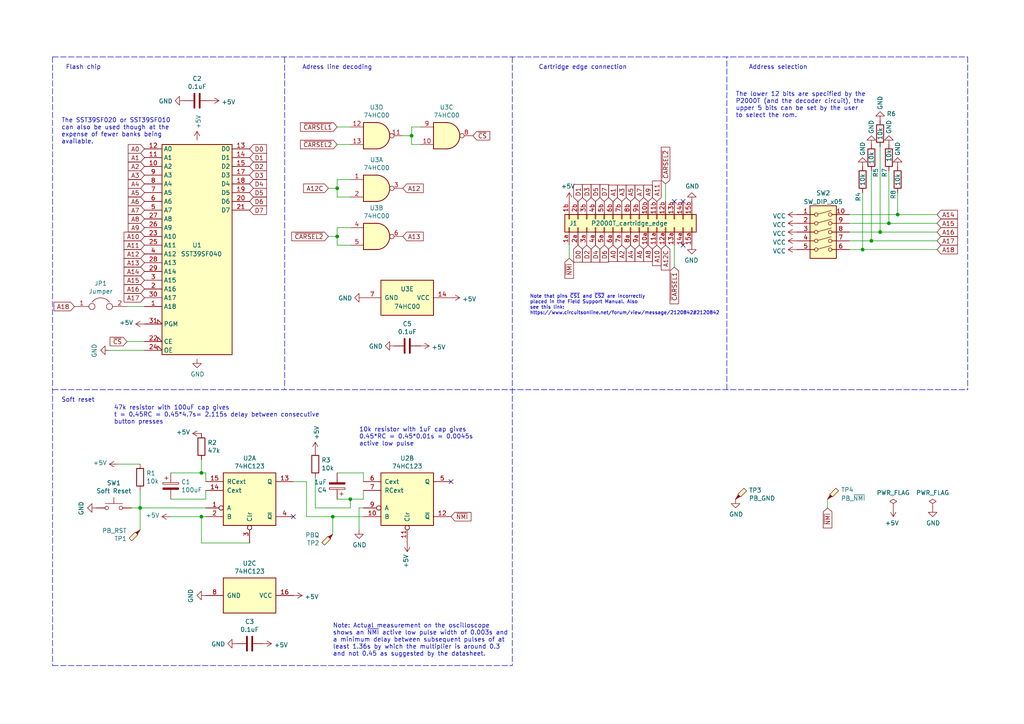
<source format=kicad_sch>
(kicad_sch (version 20211123) (generator eeschema)

  (uuid 740cd481-e367-42b6-a158-24c759a7a91a)

  (paper "A4")

  (title_block
    (title "P2000T Multirom Cartridge (SMD)")
    (date "2023-09-15")
    (rev "1")
  )

  (lib_symbols
    (symbol "74xx:74HC00" (pin_names (offset 1.016)) (in_bom yes) (on_board yes)
      (property "Reference" "U" (id 0) (at 0 1.27 0)
        (effects (font (size 1.27 1.27)))
      )
      (property "Value" "74HC00" (id 1) (at 0 -1.27 0)
        (effects (font (size 1.27 1.27)))
      )
      (property "Footprint" "" (id 2) (at 0 0 0)
        (effects (font (size 1.27 1.27)) hide)
      )
      (property "Datasheet" "http://www.ti.com/lit/gpn/sn74hc00" (id 3) (at 0 0 0)
        (effects (font (size 1.27 1.27)) hide)
      )
      (property "ki_locked" "" (id 4) (at 0 0 0)
        (effects (font (size 1.27 1.27)))
      )
      (property "ki_keywords" "HCMOS nand 2-input" (id 5) (at 0 0 0)
        (effects (font (size 1.27 1.27)) hide)
      )
      (property "ki_description" "quad 2-input NAND gate" (id 6) (at 0 0 0)
        (effects (font (size 1.27 1.27)) hide)
      )
      (property "ki_fp_filters" "DIP*W7.62mm* SO14*" (id 7) (at 0 0 0)
        (effects (font (size 1.27 1.27)) hide)
      )
      (symbol "74HC00_1_1"
        (arc (start 0 -3.81) (mid 3.81 0) (end 0 3.81)
          (stroke (width 0.254) (type default) (color 0 0 0 0))
          (fill (type background))
        )
        (polyline
          (pts
            (xy 0 3.81)
            (xy -3.81 3.81)
            (xy -3.81 -3.81)
            (xy 0 -3.81)
          )
          (stroke (width 0.254) (type default) (color 0 0 0 0))
          (fill (type background))
        )
        (pin input line (at -7.62 2.54 0) (length 3.81)
          (name "~" (effects (font (size 1.27 1.27))))
          (number "1" (effects (font (size 1.27 1.27))))
        )
        (pin input line (at -7.62 -2.54 0) (length 3.81)
          (name "~" (effects (font (size 1.27 1.27))))
          (number "2" (effects (font (size 1.27 1.27))))
        )
        (pin output inverted (at 7.62 0 180) (length 3.81)
          (name "~" (effects (font (size 1.27 1.27))))
          (number "3" (effects (font (size 1.27 1.27))))
        )
      )
      (symbol "74HC00_1_2"
        (arc (start -3.81 -3.81) (mid -2.589 0) (end -3.81 3.81)
          (stroke (width 0.254) (type default) (color 0 0 0 0))
          (fill (type none))
        )
        (arc (start -0.6096 -3.81) (mid 2.1842 -2.5851) (end 3.81 0)
          (stroke (width 0.254) (type default) (color 0 0 0 0))
          (fill (type background))
        )
        (polyline
          (pts
            (xy -3.81 -3.81)
            (xy -0.635 -3.81)
          )
          (stroke (width 0.254) (type default) (color 0 0 0 0))
          (fill (type background))
        )
        (polyline
          (pts
            (xy -3.81 3.81)
            (xy -0.635 3.81)
          )
          (stroke (width 0.254) (type default) (color 0 0 0 0))
          (fill (type background))
        )
        (polyline
          (pts
            (xy -0.635 3.81)
            (xy -3.81 3.81)
            (xy -3.81 3.81)
            (xy -3.556 3.4036)
            (xy -3.0226 2.2606)
            (xy -2.6924 1.0414)
            (xy -2.6162 -0.254)
            (xy -2.7686 -1.4986)
            (xy -3.175 -2.7178)
            (xy -3.81 -3.81)
            (xy -3.81 -3.81)
            (xy -0.635 -3.81)
          )
          (stroke (width -25.4) (type default) (color 0 0 0 0))
          (fill (type background))
        )
        (arc (start 3.81 0) (mid 2.1915 2.5936) (end -0.6096 3.81)
          (stroke (width 0.254) (type default) (color 0 0 0 0))
          (fill (type background))
        )
        (pin input inverted (at -7.62 2.54 0) (length 4.318)
          (name "~" (effects (font (size 1.27 1.27))))
          (number "1" (effects (font (size 1.27 1.27))))
        )
        (pin input inverted (at -7.62 -2.54 0) (length 4.318)
          (name "~" (effects (font (size 1.27 1.27))))
          (number "2" (effects (font (size 1.27 1.27))))
        )
        (pin output line (at 7.62 0 180) (length 3.81)
          (name "~" (effects (font (size 1.27 1.27))))
          (number "3" (effects (font (size 1.27 1.27))))
        )
      )
      (symbol "74HC00_2_1"
        (arc (start 0 -3.81) (mid 3.81 0) (end 0 3.81)
          (stroke (width 0.254) (type default) (color 0 0 0 0))
          (fill (type background))
        )
        (polyline
          (pts
            (xy 0 3.81)
            (xy -3.81 3.81)
            (xy -3.81 -3.81)
            (xy 0 -3.81)
          )
          (stroke (width 0.254) (type default) (color 0 0 0 0))
          (fill (type background))
        )
        (pin input line (at -7.62 2.54 0) (length 3.81)
          (name "~" (effects (font (size 1.27 1.27))))
          (number "4" (effects (font (size 1.27 1.27))))
        )
        (pin input line (at -7.62 -2.54 0) (length 3.81)
          (name "~" (effects (font (size 1.27 1.27))))
          (number "5" (effects (font (size 1.27 1.27))))
        )
        (pin output inverted (at 7.62 0 180) (length 3.81)
          (name "~" (effects (font (size 1.27 1.27))))
          (number "6" (effects (font (size 1.27 1.27))))
        )
      )
      (symbol "74HC00_2_2"
        (arc (start -3.81 -3.81) (mid -2.589 0) (end -3.81 3.81)
          (stroke (width 0.254) (type default) (color 0 0 0 0))
          (fill (type none))
        )
        (arc (start -0.6096 -3.81) (mid 2.1842 -2.5851) (end 3.81 0)
          (stroke (width 0.254) (type default) (color 0 0 0 0))
          (fill (type background))
        )
        (polyline
          (pts
            (xy -3.81 -3.81)
            (xy -0.635 -3.81)
          )
          (stroke (width 0.254) (type default) (color 0 0 0 0))
          (fill (type background))
        )
        (polyline
          (pts
            (xy -3.81 3.81)
            (xy -0.635 3.81)
          )
          (stroke (width 0.254) (type default) (color 0 0 0 0))
          (fill (type background))
        )
        (polyline
          (pts
            (xy -0.635 3.81)
            (xy -3.81 3.81)
            (xy -3.81 3.81)
            (xy -3.556 3.4036)
            (xy -3.0226 2.2606)
            (xy -2.6924 1.0414)
            (xy -2.6162 -0.254)
            (xy -2.7686 -1.4986)
            (xy -3.175 -2.7178)
            (xy -3.81 -3.81)
            (xy -3.81 -3.81)
            (xy -0.635 -3.81)
          )
          (stroke (width -25.4) (type default) (color 0 0 0 0))
          (fill (type background))
        )
        (arc (start 3.81 0) (mid 2.1915 2.5936) (end -0.6096 3.81)
          (stroke (width 0.254) (type default) (color 0 0 0 0))
          (fill (type background))
        )
        (pin input inverted (at -7.62 2.54 0) (length 4.318)
          (name "~" (effects (font (size 1.27 1.27))))
          (number "4" (effects (font (size 1.27 1.27))))
        )
        (pin input inverted (at -7.62 -2.54 0) (length 4.318)
          (name "~" (effects (font (size 1.27 1.27))))
          (number "5" (effects (font (size 1.27 1.27))))
        )
        (pin output line (at 7.62 0 180) (length 3.81)
          (name "~" (effects (font (size 1.27 1.27))))
          (number "6" (effects (font (size 1.27 1.27))))
        )
      )
      (symbol "74HC00_3_1"
        (arc (start 0 -3.81) (mid 3.81 0) (end 0 3.81)
          (stroke (width 0.254) (type default) (color 0 0 0 0))
          (fill (type background))
        )
        (polyline
          (pts
            (xy 0 3.81)
            (xy -3.81 3.81)
            (xy -3.81 -3.81)
            (xy 0 -3.81)
          )
          (stroke (width 0.254) (type default) (color 0 0 0 0))
          (fill (type background))
        )
        (pin input line (at -7.62 -2.54 0) (length 3.81)
          (name "~" (effects (font (size 1.27 1.27))))
          (number "10" (effects (font (size 1.27 1.27))))
        )
        (pin output inverted (at 7.62 0 180) (length 3.81)
          (name "~" (effects (font (size 1.27 1.27))))
          (number "8" (effects (font (size 1.27 1.27))))
        )
        (pin input line (at -7.62 2.54 0) (length 3.81)
          (name "~" (effects (font (size 1.27 1.27))))
          (number "9" (effects (font (size 1.27 1.27))))
        )
      )
      (symbol "74HC00_3_2"
        (arc (start -3.81 -3.81) (mid -2.589 0) (end -3.81 3.81)
          (stroke (width 0.254) (type default) (color 0 0 0 0))
          (fill (type none))
        )
        (arc (start -0.6096 -3.81) (mid 2.1842 -2.5851) (end 3.81 0)
          (stroke (width 0.254) (type default) (color 0 0 0 0))
          (fill (type background))
        )
        (polyline
          (pts
            (xy -3.81 -3.81)
            (xy -0.635 -3.81)
          )
          (stroke (width 0.254) (type default) (color 0 0 0 0))
          (fill (type background))
        )
        (polyline
          (pts
            (xy -3.81 3.81)
            (xy -0.635 3.81)
          )
          (stroke (width 0.254) (type default) (color 0 0 0 0))
          (fill (type background))
        )
        (polyline
          (pts
            (xy -0.635 3.81)
            (xy -3.81 3.81)
            (xy -3.81 3.81)
            (xy -3.556 3.4036)
            (xy -3.0226 2.2606)
            (xy -2.6924 1.0414)
            (xy -2.6162 -0.254)
            (xy -2.7686 -1.4986)
            (xy -3.175 -2.7178)
            (xy -3.81 -3.81)
            (xy -3.81 -3.81)
            (xy -0.635 -3.81)
          )
          (stroke (width -25.4) (type default) (color 0 0 0 0))
          (fill (type background))
        )
        (arc (start 3.81 0) (mid 2.1915 2.5936) (end -0.6096 3.81)
          (stroke (width 0.254) (type default) (color 0 0 0 0))
          (fill (type background))
        )
        (pin input inverted (at -7.62 -2.54 0) (length 4.318)
          (name "~" (effects (font (size 1.27 1.27))))
          (number "10" (effects (font (size 1.27 1.27))))
        )
        (pin output line (at 7.62 0 180) (length 3.81)
          (name "~" (effects (font (size 1.27 1.27))))
          (number "8" (effects (font (size 1.27 1.27))))
        )
        (pin input inverted (at -7.62 2.54 0) (length 4.318)
          (name "~" (effects (font (size 1.27 1.27))))
          (number "9" (effects (font (size 1.27 1.27))))
        )
      )
      (symbol "74HC00_4_1"
        (arc (start 0 -3.81) (mid 3.81 0) (end 0 3.81)
          (stroke (width 0.254) (type default) (color 0 0 0 0))
          (fill (type background))
        )
        (polyline
          (pts
            (xy 0 3.81)
            (xy -3.81 3.81)
            (xy -3.81 -3.81)
            (xy 0 -3.81)
          )
          (stroke (width 0.254) (type default) (color 0 0 0 0))
          (fill (type background))
        )
        (pin output inverted (at 7.62 0 180) (length 3.81)
          (name "~" (effects (font (size 1.27 1.27))))
          (number "11" (effects (font (size 1.27 1.27))))
        )
        (pin input line (at -7.62 2.54 0) (length 3.81)
          (name "~" (effects (font (size 1.27 1.27))))
          (number "12" (effects (font (size 1.27 1.27))))
        )
        (pin input line (at -7.62 -2.54 0) (length 3.81)
          (name "~" (effects (font (size 1.27 1.27))))
          (number "13" (effects (font (size 1.27 1.27))))
        )
      )
      (symbol "74HC00_4_2"
        (arc (start -3.81 -3.81) (mid -2.589 0) (end -3.81 3.81)
          (stroke (width 0.254) (type default) (color 0 0 0 0))
          (fill (type none))
        )
        (arc (start -0.6096 -3.81) (mid 2.1842 -2.5851) (end 3.81 0)
          (stroke (width 0.254) (type default) (color 0 0 0 0))
          (fill (type background))
        )
        (polyline
          (pts
            (xy -3.81 -3.81)
            (xy -0.635 -3.81)
          )
          (stroke (width 0.254) (type default) (color 0 0 0 0))
          (fill (type background))
        )
        (polyline
          (pts
            (xy -3.81 3.81)
            (xy -0.635 3.81)
          )
          (stroke (width 0.254) (type default) (color 0 0 0 0))
          (fill (type background))
        )
        (polyline
          (pts
            (xy -0.635 3.81)
            (xy -3.81 3.81)
            (xy -3.81 3.81)
            (xy -3.556 3.4036)
            (xy -3.0226 2.2606)
            (xy -2.6924 1.0414)
            (xy -2.6162 -0.254)
            (xy -2.7686 -1.4986)
            (xy -3.175 -2.7178)
            (xy -3.81 -3.81)
            (xy -3.81 -3.81)
            (xy -0.635 -3.81)
          )
          (stroke (width -25.4) (type default) (color 0 0 0 0))
          (fill (type background))
        )
        (arc (start 3.81 0) (mid 2.1915 2.5936) (end -0.6096 3.81)
          (stroke (width 0.254) (type default) (color 0 0 0 0))
          (fill (type background))
        )
        (pin output line (at 7.62 0 180) (length 3.81)
          (name "~" (effects (font (size 1.27 1.27))))
          (number "11" (effects (font (size 1.27 1.27))))
        )
        (pin input inverted (at -7.62 2.54 0) (length 4.318)
          (name "~" (effects (font (size 1.27 1.27))))
          (number "12" (effects (font (size 1.27 1.27))))
        )
        (pin input inverted (at -7.62 -2.54 0) (length 4.318)
          (name "~" (effects (font (size 1.27 1.27))))
          (number "13" (effects (font (size 1.27 1.27))))
        )
      )
      (symbol "74HC00_5_0"
        (pin power_in line (at 0 12.7 270) (length 5.08)
          (name "VCC" (effects (font (size 1.27 1.27))))
          (number "14" (effects (font (size 1.27 1.27))))
        )
        (pin power_in line (at 0 -12.7 90) (length 5.08)
          (name "GND" (effects (font (size 1.27 1.27))))
          (number "7" (effects (font (size 1.27 1.27))))
        )
      )
      (symbol "74HC00_5_1"
        (rectangle (start -5.08 7.62) (end 5.08 -7.62)
          (stroke (width 0.254) (type default) (color 0 0 0 0))
          (fill (type background))
        )
      )
    )
    (symbol "Connector:TestPoint_Probe" (pin_numbers hide) (pin_names (offset 0.762) hide) (in_bom yes) (on_board yes)
      (property "Reference" "TP" (id 0) (at 1.651 5.842 0)
        (effects (font (size 1.27 1.27)))
      )
      (property "Value" "TestPoint_Probe" (id 1) (at 1.651 4.064 0)
        (effects (font (size 1.27 1.27)))
      )
      (property "Footprint" "" (id 2) (at 5.08 0 0)
        (effects (font (size 1.27 1.27)) hide)
      )
      (property "Datasheet" "~" (id 3) (at 5.08 0 0)
        (effects (font (size 1.27 1.27)) hide)
      )
      (property "ki_keywords" "test point tp" (id 4) (at 0 0 0)
        (effects (font (size 1.27 1.27)) hide)
      )
      (property "ki_description" "test point (alternative probe-style design)" (id 5) (at 0 0 0)
        (effects (font (size 1.27 1.27)) hide)
      )
      (property "ki_fp_filters" "Pin* Test*" (id 6) (at 0 0 0)
        (effects (font (size 1.27 1.27)) hide)
      )
      (symbol "TestPoint_Probe_0_1"
        (polyline
          (pts
            (xy 1.27 0.762)
            (xy 0 0)
            (xy 0.762 1.27)
            (xy 1.27 0.762)
          )
          (stroke (width 0) (type default) (color 0 0 0 0))
          (fill (type outline))
        )
        (polyline
          (pts
            (xy 1.397 0.635)
            (xy 0.635 1.397)
            (xy 2.413 3.175)
            (xy 3.175 2.413)
            (xy 1.397 0.635)
          )
          (stroke (width 0) (type default) (color 0 0 0 0))
          (fill (type background))
        )
      )
      (symbol "TestPoint_Probe_1_1"
        (pin passive line (at 0 0 90) (length 0)
          (name "1" (effects (font (size 1.27 1.27))))
          (number "1" (effects (font (size 1.27 1.27))))
        )
      )
    )
    (symbol "Connector_Generic:Conn_02x15_Row_Letter_Last" (pin_names (offset 1.016) hide) (in_bom yes) (on_board yes)
      (property "Reference" "J" (id 0) (at 1.27 20.32 0)
        (effects (font (size 1.27 1.27)))
      )
      (property "Value" "Conn_02x15_Row_Letter_Last" (id 1) (at 1.27 -20.32 0)
        (effects (font (size 1.27 1.27)))
      )
      (property "Footprint" "" (id 2) (at 0 0 0)
        (effects (font (size 1.27 1.27)) hide)
      )
      (property "Datasheet" "~" (id 3) (at 0 0 0)
        (effects (font (size 1.27 1.27)) hide)
      )
      (property "ki_keywords" "connector" (id 4) (at 0 0 0)
        (effects (font (size 1.27 1.27)) hide)
      )
      (property "ki_description" "Generic connector, double row, 02x15, row letter last pin numbering scheme (pin number consists of a letter for the row and a number for the pin index in this row. 1a, ..., Na; 1b, ..., Nb)), script generated (kicad-library-utils/schlib/autogen/connector/)" (id 5) (at 0 0 0)
        (effects (font (size 1.27 1.27)) hide)
      )
      (property "ki_fp_filters" "Connector*:*_2x??_*" (id 6) (at 0 0 0)
        (effects (font (size 1.27 1.27)) hide)
      )
      (symbol "Conn_02x15_Row_Letter_Last_1_1"
        (rectangle (start -1.27 -17.653) (end 0 -17.907)
          (stroke (width 0.1524) (type default) (color 0 0 0 0))
          (fill (type none))
        )
        (rectangle (start -1.27 -15.113) (end 0 -15.367)
          (stroke (width 0.1524) (type default) (color 0 0 0 0))
          (fill (type none))
        )
        (rectangle (start -1.27 -12.573) (end 0 -12.827)
          (stroke (width 0.1524) (type default) (color 0 0 0 0))
          (fill (type none))
        )
        (rectangle (start -1.27 -10.033) (end 0 -10.287)
          (stroke (width 0.1524) (type default) (color 0 0 0 0))
          (fill (type none))
        )
        (rectangle (start -1.27 -7.493) (end 0 -7.747)
          (stroke (width 0.1524) (type default) (color 0 0 0 0))
          (fill (type none))
        )
        (rectangle (start -1.27 -4.953) (end 0 -5.207)
          (stroke (width 0.1524) (type default) (color 0 0 0 0))
          (fill (type none))
        )
        (rectangle (start -1.27 -2.413) (end 0 -2.667)
          (stroke (width 0.1524) (type default) (color 0 0 0 0))
          (fill (type none))
        )
        (rectangle (start -1.27 0.127) (end 0 -0.127)
          (stroke (width 0.1524) (type default) (color 0 0 0 0))
          (fill (type none))
        )
        (rectangle (start -1.27 2.667) (end 0 2.413)
          (stroke (width 0.1524) (type default) (color 0 0 0 0))
          (fill (type none))
        )
        (rectangle (start -1.27 5.207) (end 0 4.953)
          (stroke (width 0.1524) (type default) (color 0 0 0 0))
          (fill (type none))
        )
        (rectangle (start -1.27 7.747) (end 0 7.493)
          (stroke (width 0.1524) (type default) (color 0 0 0 0))
          (fill (type none))
        )
        (rectangle (start -1.27 10.287) (end 0 10.033)
          (stroke (width 0.1524) (type default) (color 0 0 0 0))
          (fill (type none))
        )
        (rectangle (start -1.27 12.827) (end 0 12.573)
          (stroke (width 0.1524) (type default) (color 0 0 0 0))
          (fill (type none))
        )
        (rectangle (start -1.27 15.367) (end 0 15.113)
          (stroke (width 0.1524) (type default) (color 0 0 0 0))
          (fill (type none))
        )
        (rectangle (start -1.27 17.907) (end 0 17.653)
          (stroke (width 0.1524) (type default) (color 0 0 0 0))
          (fill (type none))
        )
        (rectangle (start -1.27 19.05) (end 3.81 -19.05)
          (stroke (width 0.254) (type default) (color 0 0 0 0))
          (fill (type background))
        )
        (rectangle (start 3.81 -17.653) (end 2.54 -17.907)
          (stroke (width 0.1524) (type default) (color 0 0 0 0))
          (fill (type none))
        )
        (rectangle (start 3.81 -15.113) (end 2.54 -15.367)
          (stroke (width 0.1524) (type default) (color 0 0 0 0))
          (fill (type none))
        )
        (rectangle (start 3.81 -12.573) (end 2.54 -12.827)
          (stroke (width 0.1524) (type default) (color 0 0 0 0))
          (fill (type none))
        )
        (rectangle (start 3.81 -10.033) (end 2.54 -10.287)
          (stroke (width 0.1524) (type default) (color 0 0 0 0))
          (fill (type none))
        )
        (rectangle (start 3.81 -7.493) (end 2.54 -7.747)
          (stroke (width 0.1524) (type default) (color 0 0 0 0))
          (fill (type none))
        )
        (rectangle (start 3.81 -4.953) (end 2.54 -5.207)
          (stroke (width 0.1524) (type default) (color 0 0 0 0))
          (fill (type none))
        )
        (rectangle (start 3.81 -2.413) (end 2.54 -2.667)
          (stroke (width 0.1524) (type default) (color 0 0 0 0))
          (fill (type none))
        )
        (rectangle (start 3.81 0.127) (end 2.54 -0.127)
          (stroke (width 0.1524) (type default) (color 0 0 0 0))
          (fill (type none))
        )
        (rectangle (start 3.81 2.667) (end 2.54 2.413)
          (stroke (width 0.1524) (type default) (color 0 0 0 0))
          (fill (type none))
        )
        (rectangle (start 3.81 5.207) (end 2.54 4.953)
          (stroke (width 0.1524) (type default) (color 0 0 0 0))
          (fill (type none))
        )
        (rectangle (start 3.81 7.747) (end 2.54 7.493)
          (stroke (width 0.1524) (type default) (color 0 0 0 0))
          (fill (type none))
        )
        (rectangle (start 3.81 10.287) (end 2.54 10.033)
          (stroke (width 0.1524) (type default) (color 0 0 0 0))
          (fill (type none))
        )
        (rectangle (start 3.81 12.827) (end 2.54 12.573)
          (stroke (width 0.1524) (type default) (color 0 0 0 0))
          (fill (type none))
        )
        (rectangle (start 3.81 15.367) (end 2.54 15.113)
          (stroke (width 0.1524) (type default) (color 0 0 0 0))
          (fill (type none))
        )
        (rectangle (start 3.81 17.907) (end 2.54 17.653)
          (stroke (width 0.1524) (type default) (color 0 0 0 0))
          (fill (type none))
        )
        (pin passive line (at -5.08 -5.08 0) (length 3.81)
          (name "Pin_10a" (effects (font (size 1.27 1.27))))
          (number "10a" (effects (font (size 1.27 1.27))))
        )
        (pin passive line (at 7.62 -5.08 180) (length 3.81)
          (name "Pin_10b" (effects (font (size 1.27 1.27))))
          (number "10b" (effects (font (size 1.27 1.27))))
        )
        (pin passive line (at -5.08 -7.62 0) (length 3.81)
          (name "Pin_11a" (effects (font (size 1.27 1.27))))
          (number "11a" (effects (font (size 1.27 1.27))))
        )
        (pin passive line (at 7.62 -7.62 180) (length 3.81)
          (name "Pin_11b" (effects (font (size 1.27 1.27))))
          (number "11b" (effects (font (size 1.27 1.27))))
        )
        (pin passive line (at -5.08 -10.16 0) (length 3.81)
          (name "Pin_12a" (effects (font (size 1.27 1.27))))
          (number "12a" (effects (font (size 1.27 1.27))))
        )
        (pin passive line (at 7.62 -10.16 180) (length 3.81)
          (name "Pin_12b" (effects (font (size 1.27 1.27))))
          (number "12b" (effects (font (size 1.27 1.27))))
        )
        (pin passive line (at -5.08 -12.7 0) (length 3.81)
          (name "Pin_13a" (effects (font (size 1.27 1.27))))
          (number "13a" (effects (font (size 1.27 1.27))))
        )
        (pin passive line (at 7.62 -12.7 180) (length 3.81)
          (name "Pin_13b" (effects (font (size 1.27 1.27))))
          (number "13b" (effects (font (size 1.27 1.27))))
        )
        (pin passive line (at -5.08 -15.24 0) (length 3.81)
          (name "Pin_14a" (effects (font (size 1.27 1.27))))
          (number "14a" (effects (font (size 1.27 1.27))))
        )
        (pin passive line (at 7.62 -15.24 180) (length 3.81)
          (name "Pin_14b" (effects (font (size 1.27 1.27))))
          (number "14b" (effects (font (size 1.27 1.27))))
        )
        (pin passive line (at -5.08 -17.78 0) (length 3.81)
          (name "Pin_15a" (effects (font (size 1.27 1.27))))
          (number "15a" (effects (font (size 1.27 1.27))))
        )
        (pin passive line (at 7.62 -17.78 180) (length 3.81)
          (name "Pin_15b" (effects (font (size 1.27 1.27))))
          (number "15b" (effects (font (size 1.27 1.27))))
        )
        (pin passive line (at -5.08 17.78 0) (length 3.81)
          (name "Pin_1a" (effects (font (size 1.27 1.27))))
          (number "1a" (effects (font (size 1.27 1.27))))
        )
        (pin passive line (at 7.62 17.78 180) (length 3.81)
          (name "Pin_1b" (effects (font (size 1.27 1.27))))
          (number "1b" (effects (font (size 1.27 1.27))))
        )
        (pin passive line (at -5.08 15.24 0) (length 3.81)
          (name "Pin_2a" (effects (font (size 1.27 1.27))))
          (number "2a" (effects (font (size 1.27 1.27))))
        )
        (pin passive line (at 7.62 15.24 180) (length 3.81)
          (name "Pin_2b" (effects (font (size 1.27 1.27))))
          (number "2b" (effects (font (size 1.27 1.27))))
        )
        (pin passive line (at -5.08 12.7 0) (length 3.81)
          (name "Pin_3a" (effects (font (size 1.27 1.27))))
          (number "3a" (effects (font (size 1.27 1.27))))
        )
        (pin passive line (at 7.62 12.7 180) (length 3.81)
          (name "Pin_3b" (effects (font (size 1.27 1.27))))
          (number "3b" (effects (font (size 1.27 1.27))))
        )
        (pin passive line (at -5.08 10.16 0) (length 3.81)
          (name "Pin_4a" (effects (font (size 1.27 1.27))))
          (number "4a" (effects (font (size 1.27 1.27))))
        )
        (pin passive line (at 7.62 10.16 180) (length 3.81)
          (name "Pin_4b" (effects (font (size 1.27 1.27))))
          (number "4b" (effects (font (size 1.27 1.27))))
        )
        (pin passive line (at -5.08 7.62 0) (length 3.81)
          (name "Pin_5a" (effects (font (size 1.27 1.27))))
          (number "5a" (effects (font (size 1.27 1.27))))
        )
        (pin passive line (at 7.62 7.62 180) (length 3.81)
          (name "Pin_5b" (effects (font (size 1.27 1.27))))
          (number "5b" (effects (font (size 1.27 1.27))))
        )
        (pin passive line (at -5.08 5.08 0) (length 3.81)
          (name "Pin_6a" (effects (font (size 1.27 1.27))))
          (number "6a" (effects (font (size 1.27 1.27))))
        )
        (pin passive line (at 7.62 5.08 180) (length 3.81)
          (name "Pin_6b" (effects (font (size 1.27 1.27))))
          (number "6b" (effects (font (size 1.27 1.27))))
        )
        (pin passive line (at -5.08 2.54 0) (length 3.81)
          (name "Pin_7a" (effects (font (size 1.27 1.27))))
          (number "7a" (effects (font (size 1.27 1.27))))
        )
        (pin passive line (at 7.62 2.54 180) (length 3.81)
          (name "Pin_7b" (effects (font (size 1.27 1.27))))
          (number "7b" (effects (font (size 1.27 1.27))))
        )
        (pin passive line (at -5.08 0 0) (length 3.81)
          (name "Pin_8a" (effects (font (size 1.27 1.27))))
          (number "8a" (effects (font (size 1.27 1.27))))
        )
        (pin passive line (at 7.62 0 180) (length 3.81)
          (name "Pin_8b" (effects (font (size 1.27 1.27))))
          (number "8b" (effects (font (size 1.27 1.27))))
        )
        (pin passive line (at -5.08 -2.54 0) (length 3.81)
          (name "Pin_9a" (effects (font (size 1.27 1.27))))
          (number "9a" (effects (font (size 1.27 1.27))))
        )
        (pin passive line (at 7.62 -2.54 180) (length 3.81)
          (name "Pin_9b" (effects (font (size 1.27 1.27))))
          (number "9b" (effects (font (size 1.27 1.27))))
        )
      )
    )
    (symbol "Device:C" (pin_numbers hide) (pin_names (offset 0.254)) (in_bom yes) (on_board yes)
      (property "Reference" "C" (id 0) (at 0.635 2.54 0)
        (effects (font (size 1.27 1.27)) (justify left))
      )
      (property "Value" "C" (id 1) (at 0.635 -2.54 0)
        (effects (font (size 1.27 1.27)) (justify left))
      )
      (property "Footprint" "" (id 2) (at 0.9652 -3.81 0)
        (effects (font (size 1.27 1.27)) hide)
      )
      (property "Datasheet" "~" (id 3) (at 0 0 0)
        (effects (font (size 1.27 1.27)) hide)
      )
      (property "ki_keywords" "cap capacitor" (id 4) (at 0 0 0)
        (effects (font (size 1.27 1.27)) hide)
      )
      (property "ki_description" "Unpolarized capacitor" (id 5) (at 0 0 0)
        (effects (font (size 1.27 1.27)) hide)
      )
      (property "ki_fp_filters" "C_*" (id 6) (at 0 0 0)
        (effects (font (size 1.27 1.27)) hide)
      )
      (symbol "C_0_1"
        (polyline
          (pts
            (xy -2.032 -0.762)
            (xy 2.032 -0.762)
          )
          (stroke (width 0.508) (type default) (color 0 0 0 0))
          (fill (type none))
        )
        (polyline
          (pts
            (xy -2.032 0.762)
            (xy 2.032 0.762)
          )
          (stroke (width 0.508) (type default) (color 0 0 0 0))
          (fill (type none))
        )
      )
      (symbol "C_1_1"
        (pin passive line (at 0 3.81 270) (length 2.794)
          (name "~" (effects (font (size 1.27 1.27))))
          (number "1" (effects (font (size 1.27 1.27))))
        )
        (pin passive line (at 0 -3.81 90) (length 2.794)
          (name "~" (effects (font (size 1.27 1.27))))
          (number "2" (effects (font (size 1.27 1.27))))
        )
      )
    )
    (symbol "Device:R" (pin_numbers hide) (pin_names (offset 0)) (in_bom yes) (on_board yes)
      (property "Reference" "R" (id 0) (at 2.032 0 90)
        (effects (font (size 1.27 1.27)))
      )
      (property "Value" "R" (id 1) (at 0 0 90)
        (effects (font (size 1.27 1.27)))
      )
      (property "Footprint" "" (id 2) (at -1.778 0 90)
        (effects (font (size 1.27 1.27)) hide)
      )
      (property "Datasheet" "~" (id 3) (at 0 0 0)
        (effects (font (size 1.27 1.27)) hide)
      )
      (property "ki_keywords" "R res resistor" (id 4) (at 0 0 0)
        (effects (font (size 1.27 1.27)) hide)
      )
      (property "ki_description" "Resistor" (id 5) (at 0 0 0)
        (effects (font (size 1.27 1.27)) hide)
      )
      (property "ki_fp_filters" "R_*" (id 6) (at 0 0 0)
        (effects (font (size 1.27 1.27)) hide)
      )
      (symbol "R_0_1"
        (rectangle (start -1.016 -2.54) (end 1.016 2.54)
          (stroke (width 0.254) (type default) (color 0 0 0 0))
          (fill (type none))
        )
      )
      (symbol "R_1_1"
        (pin passive line (at 0 3.81 270) (length 1.27)
          (name "~" (effects (font (size 1.27 1.27))))
          (number "1" (effects (font (size 1.27 1.27))))
        )
        (pin passive line (at 0 -3.81 90) (length 1.27)
          (name "~" (effects (font (size 1.27 1.27))))
          (number "2" (effects (font (size 1.27 1.27))))
        )
      )
    )
    (symbol "Memory_Flash:SST39SF040" (in_bom yes) (on_board yes)
      (property "Reference" "U" (id 0) (at 2.54 33.02 0)
        (effects (font (size 1.27 1.27)))
      )
      (property "Value" "SST39SF040" (id 1) (at 0 -30.48 0)
        (effects (font (size 1.27 1.27)))
      )
      (property "Footprint" "" (id 2) (at 0 7.62 0)
        (effects (font (size 1.27 1.27)) hide)
      )
      (property "Datasheet" "http://ww1.microchip.com/downloads/en/DeviceDoc/25022B.pdf" (id 3) (at 0 7.62 0)
        (effects (font (size 1.27 1.27)) hide)
      )
      (property "ki_keywords" "512k flash rom" (id 4) (at 0 0 0)
        (effects (font (size 1.27 1.27)) hide)
      )
      (property "ki_description" "Silicon Storage Technology (SSF) 512k x 8 Flash ROM" (id 5) (at 0 0 0)
        (effects (font (size 1.27 1.27)) hide)
      )
      (symbol "SST39SF040_0_0"
        (pin power_in line (at 0 -30.48 90) (length 1.27) hide
          (name "GND" (effects (font (size 1.27 1.27))))
          (number "16" (effects (font (size 1.27 1.27))))
        )
        (pin power_in line (at 0 33.02 270) (length 1.27) hide
          (name "VCC" (effects (font (size 1.27 1.27))))
          (number "32" (effects (font (size 1.27 1.27))))
        )
      )
      (symbol "SST39SF040_0_1"
        (rectangle (start -10.16 31.75) (end 10.16 -29.21)
          (stroke (width 0.254) (type default) (color 0 0 0 0))
          (fill (type background))
        )
      )
      (symbol "SST39SF040_1_1"
        (pin input line (at -15.24 -15.24 0) (length 5.08)
          (name "A18" (effects (font (size 1.27 1.27))))
          (number "1" (effects (font (size 1.27 1.27))))
        )
        (pin input line (at -15.24 25.4 0) (length 5.08)
          (name "A2" (effects (font (size 1.27 1.27))))
          (number "10" (effects (font (size 1.27 1.27))))
        )
        (pin input line (at -15.24 27.94 0) (length 5.08)
          (name "A1" (effects (font (size 1.27 1.27))))
          (number "11" (effects (font (size 1.27 1.27))))
        )
        (pin input line (at -15.24 30.48 0) (length 5.08)
          (name "A0" (effects (font (size 1.27 1.27))))
          (number "12" (effects (font (size 1.27 1.27))))
        )
        (pin tri_state line (at 15.24 30.48 180) (length 5.08)
          (name "D0" (effects (font (size 1.27 1.27))))
          (number "13" (effects (font (size 1.27 1.27))))
        )
        (pin tri_state line (at 15.24 27.94 180) (length 5.08)
          (name "D1" (effects (font (size 1.27 1.27))))
          (number "14" (effects (font (size 1.27 1.27))))
        )
        (pin tri_state line (at 15.24 25.4 180) (length 5.08)
          (name "D2" (effects (font (size 1.27 1.27))))
          (number "15" (effects (font (size 1.27 1.27))))
        )
        (pin tri_state line (at 15.24 22.86 180) (length 5.08)
          (name "D3" (effects (font (size 1.27 1.27))))
          (number "17" (effects (font (size 1.27 1.27))))
        )
        (pin tri_state line (at 15.24 20.32 180) (length 5.08)
          (name "D4" (effects (font (size 1.27 1.27))))
          (number "18" (effects (font (size 1.27 1.27))))
        )
        (pin tri_state line (at 15.24 17.78 180) (length 5.08)
          (name "D5" (effects (font (size 1.27 1.27))))
          (number "19" (effects (font (size 1.27 1.27))))
        )
        (pin input line (at -15.24 -10.16 0) (length 5.08)
          (name "A16" (effects (font (size 1.27 1.27))))
          (number "2" (effects (font (size 1.27 1.27))))
        )
        (pin tri_state line (at 15.24 15.24 180) (length 5.08)
          (name "D6" (effects (font (size 1.27 1.27))))
          (number "20" (effects (font (size 1.27 1.27))))
        )
        (pin tri_state line (at 15.24 12.7 180) (length 5.08)
          (name "D7" (effects (font (size 1.27 1.27))))
          (number "21" (effects (font (size 1.27 1.27))))
        )
        (pin input input_low (at -15.24 -25.4 0) (length 5.08)
          (name "CE" (effects (font (size 1.27 1.27))))
          (number "22" (effects (font (size 1.27 1.27))))
        )
        (pin input line (at -15.24 5.08 0) (length 5.08)
          (name "A10" (effects (font (size 1.27 1.27))))
          (number "23" (effects (font (size 1.27 1.27))))
        )
        (pin input input_low (at -15.24 -27.94 0) (length 5.08)
          (name "OE" (effects (font (size 1.27 1.27))))
          (number "24" (effects (font (size 1.27 1.27))))
        )
        (pin input line (at -15.24 2.54 0) (length 5.08)
          (name "A11" (effects (font (size 1.27 1.27))))
          (number "25" (effects (font (size 1.27 1.27))))
        )
        (pin input line (at -15.24 7.62 0) (length 5.08)
          (name "A9" (effects (font (size 1.27 1.27))))
          (number "26" (effects (font (size 1.27 1.27))))
        )
        (pin input line (at -15.24 10.16 0) (length 5.08)
          (name "A8" (effects (font (size 1.27 1.27))))
          (number "27" (effects (font (size 1.27 1.27))))
        )
        (pin input line (at -15.24 -2.54 0) (length 5.08)
          (name "A13" (effects (font (size 1.27 1.27))))
          (number "28" (effects (font (size 1.27 1.27))))
        )
        (pin input line (at -15.24 -5.08 0) (length 5.08)
          (name "A14" (effects (font (size 1.27 1.27))))
          (number "29" (effects (font (size 1.27 1.27))))
        )
        (pin input line (at -15.24 -7.62 0) (length 5.08)
          (name "A15" (effects (font (size 1.27 1.27))))
          (number "3" (effects (font (size 1.27 1.27))))
        )
        (pin input line (at -15.24 -12.7 0) (length 5.08)
          (name "A17" (effects (font (size 1.27 1.27))))
          (number "30" (effects (font (size 1.27 1.27))))
        )
        (pin input input_low (at -15.24 -20.32 0) (length 5.08)
          (name "PGM" (effects (font (size 1.27 1.27))))
          (number "31" (effects (font (size 1.27 1.27))))
        )
        (pin input line (at -15.24 0 0) (length 5.08)
          (name "A12" (effects (font (size 1.27 1.27))))
          (number "4" (effects (font (size 1.27 1.27))))
        )
        (pin input line (at -15.24 12.7 0) (length 5.08)
          (name "A7" (effects (font (size 1.27 1.27))))
          (number "5" (effects (font (size 1.27 1.27))))
        )
        (pin input line (at -15.24 15.24 0) (length 5.08)
          (name "A6" (effects (font (size 1.27 1.27))))
          (number "6" (effects (font (size 1.27 1.27))))
        )
        (pin input line (at -15.24 17.78 0) (length 5.08)
          (name "A5" (effects (font (size 1.27 1.27))))
          (number "7" (effects (font (size 1.27 1.27))))
        )
        (pin input line (at -15.24 20.32 0) (length 5.08)
          (name "A4" (effects (font (size 1.27 1.27))))
          (number "8" (effects (font (size 1.27 1.27))))
        )
        (pin input line (at -15.24 22.86 0) (length 5.08)
          (name "A3" (effects (font (size 1.27 1.27))))
          (number "9" (effects (font (size 1.27 1.27))))
        )
      )
    )
    (symbol "Switch:SW_DIP_x05" (pin_names (offset 0) hide) (in_bom yes) (on_board yes)
      (property "Reference" "SW" (id 0) (at 0 8.89 0)
        (effects (font (size 1.27 1.27)))
      )
      (property "Value" "SW_DIP_x05" (id 1) (at 0 -8.89 0)
        (effects (font (size 1.27 1.27)))
      )
      (property "Footprint" "" (id 2) (at 0 0 0)
        (effects (font (size 1.27 1.27)) hide)
      )
      (property "Datasheet" "~" (id 3) (at 0 0 0)
        (effects (font (size 1.27 1.27)) hide)
      )
      (property "ki_keywords" "dip switch" (id 4) (at 0 0 0)
        (effects (font (size 1.27 1.27)) hide)
      )
      (property "ki_description" "5x DIP Switch, Single Pole Single Throw (SPST) switch, small symbol" (id 5) (at 0 0 0)
        (effects (font (size 1.27 1.27)) hide)
      )
      (property "ki_fp_filters" "SW?DIP?x5*" (id 6) (at 0 0 0)
        (effects (font (size 1.27 1.27)) hide)
      )
      (symbol "SW_DIP_x05_0_0"
        (circle (center -2.032 -5.08) (radius 0.508)
          (stroke (width 0) (type default) (color 0 0 0 0))
          (fill (type none))
        )
        (circle (center -2.032 -2.54) (radius 0.508)
          (stroke (width 0) (type default) (color 0 0 0 0))
          (fill (type none))
        )
        (circle (center -2.032 0) (radius 0.508)
          (stroke (width 0) (type default) (color 0 0 0 0))
          (fill (type none))
        )
        (circle (center -2.032 2.54) (radius 0.508)
          (stroke (width 0) (type default) (color 0 0 0 0))
          (fill (type none))
        )
        (circle (center -2.032 5.08) (radius 0.508)
          (stroke (width 0) (type default) (color 0 0 0 0))
          (fill (type none))
        )
        (polyline
          (pts
            (xy -1.524 -4.9276)
            (xy 2.3622 -3.8862)
          )
          (stroke (width 0) (type default) (color 0 0 0 0))
          (fill (type none))
        )
        (polyline
          (pts
            (xy -1.524 -2.3876)
            (xy 2.3622 -1.3462)
          )
          (stroke (width 0) (type default) (color 0 0 0 0))
          (fill (type none))
        )
        (polyline
          (pts
            (xy -1.524 0.127)
            (xy 2.3622 1.1684)
          )
          (stroke (width 0) (type default) (color 0 0 0 0))
          (fill (type none))
        )
        (polyline
          (pts
            (xy -1.524 2.667)
            (xy 2.3622 3.7084)
          )
          (stroke (width 0) (type default) (color 0 0 0 0))
          (fill (type none))
        )
        (polyline
          (pts
            (xy -1.524 5.207)
            (xy 2.3622 6.2484)
          )
          (stroke (width 0) (type default) (color 0 0 0 0))
          (fill (type none))
        )
        (circle (center 2.032 -5.08) (radius 0.508)
          (stroke (width 0) (type default) (color 0 0 0 0))
          (fill (type none))
        )
        (circle (center 2.032 -2.54) (radius 0.508)
          (stroke (width 0) (type default) (color 0 0 0 0))
          (fill (type none))
        )
        (circle (center 2.032 0) (radius 0.508)
          (stroke (width 0) (type default) (color 0 0 0 0))
          (fill (type none))
        )
        (circle (center 2.032 2.54) (radius 0.508)
          (stroke (width 0) (type default) (color 0 0 0 0))
          (fill (type none))
        )
        (circle (center 2.032 5.08) (radius 0.508)
          (stroke (width 0) (type default) (color 0 0 0 0))
          (fill (type none))
        )
      )
      (symbol "SW_DIP_x05_0_1"
        (rectangle (start -3.81 7.62) (end 3.81 -7.62)
          (stroke (width 0.254) (type default) (color 0 0 0 0))
          (fill (type background))
        )
      )
      (symbol "SW_DIP_x05_1_1"
        (pin passive line (at -7.62 5.08 0) (length 5.08)
          (name "~" (effects (font (size 1.27 1.27))))
          (number "1" (effects (font (size 1.27 1.27))))
        )
        (pin passive line (at 7.62 5.08 180) (length 5.08)
          (name "~" (effects (font (size 1.27 1.27))))
          (number "10" (effects (font (size 1.27 1.27))))
        )
        (pin passive line (at -7.62 2.54 0) (length 5.08)
          (name "~" (effects (font (size 1.27 1.27))))
          (number "2" (effects (font (size 1.27 1.27))))
        )
        (pin passive line (at -7.62 0 0) (length 5.08)
          (name "~" (effects (font (size 1.27 1.27))))
          (number "3" (effects (font (size 1.27 1.27))))
        )
        (pin passive line (at -7.62 -2.54 0) (length 5.08)
          (name "~" (effects (font (size 1.27 1.27))))
          (number "4" (effects (font (size 1.27 1.27))))
        )
        (pin passive line (at -7.62 -5.08 0) (length 5.08)
          (name "~" (effects (font (size 1.27 1.27))))
          (number "5" (effects (font (size 1.27 1.27))))
        )
        (pin passive line (at 7.62 -5.08 180) (length 5.08)
          (name "~" (effects (font (size 1.27 1.27))))
          (number "6" (effects (font (size 1.27 1.27))))
        )
        (pin passive line (at 7.62 -2.54 180) (length 5.08)
          (name "~" (effects (font (size 1.27 1.27))))
          (number "7" (effects (font (size 1.27 1.27))))
        )
        (pin passive line (at 7.62 0 180) (length 5.08)
          (name "~" (effects (font (size 1.27 1.27))))
          (number "8" (effects (font (size 1.27 1.27))))
        )
        (pin passive line (at 7.62 2.54 180) (length 5.08)
          (name "~" (effects (font (size 1.27 1.27))))
          (number "9" (effects (font (size 1.27 1.27))))
        )
      )
    )
    (symbol "Switch:SW_Push" (pin_numbers hide) (pin_names (offset 1.016) hide) (in_bom yes) (on_board yes)
      (property "Reference" "SW" (id 0) (at 1.27 2.54 0)
        (effects (font (size 1.27 1.27)) (justify left))
      )
      (property "Value" "SW_Push" (id 1) (at 0 -1.524 0)
        (effects (font (size 1.27 1.27)))
      )
      (property "Footprint" "" (id 2) (at 0 5.08 0)
        (effects (font (size 1.27 1.27)) hide)
      )
      (property "Datasheet" "~" (id 3) (at 0 5.08 0)
        (effects (font (size 1.27 1.27)) hide)
      )
      (property "ki_keywords" "switch normally-open pushbutton push-button" (id 4) (at 0 0 0)
        (effects (font (size 1.27 1.27)) hide)
      )
      (property "ki_description" "Push button switch, generic, two pins" (id 5) (at 0 0 0)
        (effects (font (size 1.27 1.27)) hide)
      )
      (symbol "SW_Push_0_1"
        (circle (center -2.032 0) (radius 0.508)
          (stroke (width 0) (type default) (color 0 0 0 0))
          (fill (type none))
        )
        (polyline
          (pts
            (xy 0 1.27)
            (xy 0 3.048)
          )
          (stroke (width 0) (type default) (color 0 0 0 0))
          (fill (type none))
        )
        (polyline
          (pts
            (xy 2.54 1.27)
            (xy -2.54 1.27)
          )
          (stroke (width 0) (type default) (color 0 0 0 0))
          (fill (type none))
        )
        (circle (center 2.032 0) (radius 0.508)
          (stroke (width 0) (type default) (color 0 0 0 0))
          (fill (type none))
        )
        (pin passive line (at -5.08 0 0) (length 2.54)
          (name "1" (effects (font (size 1.27 1.27))))
          (number "1" (effects (font (size 1.27 1.27))))
        )
        (pin passive line (at 5.08 0 180) (length 2.54)
          (name "2" (effects (font (size 1.27 1.27))))
          (number "2" (effects (font (size 1.27 1.27))))
        )
      )
    )
    (symbol "p2000t-multicartridge-rescue:74HC123-74xx" (pin_names (offset 1.016)) (in_bom yes) (on_board yes)
      (property "Reference" "U" (id 0) (at -7.62 8.89 0)
        (effects (font (size 1.27 1.27)))
      )
      (property "Value" "74HC123-74xx" (id 1) (at -7.62 -8.89 0)
        (effects (font (size 1.27 1.27)))
      )
      (property "Footprint" "" (id 2) (at 0 0 0)
        (effects (font (size 1.27 1.27)) hide)
      )
      (property "Datasheet" "" (id 3) (at 0 0 0)
        (effects (font (size 1.27 1.27)) hide)
      )
      (property "ki_locked" "" (id 4) (at 0 0 0)
        (effects (font (size 1.27 1.27)))
      )
      (property "ki_fp_filters" "DIP?16*" (id 5) (at 0 0 0)
        (effects (font (size 1.27 1.27)) hide)
      )
      (symbol "74HC123-74xx_1_0"
        (pin input inverted (at -12.7 -2.54 0) (length 5.08)
          (name "A" (effects (font (size 1.27 1.27))))
          (number "1" (effects (font (size 1.27 1.27))))
        )
        (pin output line (at 12.7 5.08 180) (length 5.08)
          (name "Q" (effects (font (size 1.27 1.27))))
          (number "13" (effects (font (size 1.27 1.27))))
        )
        (pin input line (at -12.7 2.54 0) (length 5.08)
          (name "Cext" (effects (font (size 1.27 1.27))))
          (number "14" (effects (font (size 1.27 1.27))))
        )
        (pin input line (at -12.7 5.08 0) (length 5.08)
          (name "RCext" (effects (font (size 1.27 1.27))))
          (number "15" (effects (font (size 1.27 1.27))))
        )
        (pin input line (at -12.7 -5.08 0) (length 5.08)
          (name "B" (effects (font (size 1.27 1.27))))
          (number "2" (effects (font (size 1.27 1.27))))
        )
        (pin input inverted (at 0 -12.7 90) (length 5.08)
          (name "Clr" (effects (font (size 1.27 1.27))))
          (number "3" (effects (font (size 1.27 1.27))))
        )
        (pin output line (at 12.7 -5.08 180) (length 5.08)
          (name "~{Q}" (effects (font (size 1.27 1.27))))
          (number "4" (effects (font (size 1.27 1.27))))
        )
      )
      (symbol "74HC123-74xx_1_1"
        (rectangle (start -7.62 7.62) (end 7.62 -7.62)
          (stroke (width 0.254) (type default) (color 0 0 0 0))
          (fill (type background))
        )
      )
      (symbol "74HC123-74xx_2_0"
        (pin input line (at -12.7 -5.08 0) (length 5.08)
          (name "B" (effects (font (size 1.27 1.27))))
          (number "10" (effects (font (size 1.27 1.27))))
        )
        (pin input inverted (at 0 -12.7 90) (length 5.08)
          (name "Clr" (effects (font (size 1.27 1.27))))
          (number "11" (effects (font (size 1.27 1.27))))
        )
        (pin output line (at 12.7 -5.08 180) (length 5.08)
          (name "~{Q}" (effects (font (size 1.27 1.27))))
          (number "12" (effects (font (size 1.27 1.27))))
        )
        (pin output line (at 12.7 5.08 180) (length 5.08)
          (name "Q" (effects (font (size 1.27 1.27))))
          (number "5" (effects (font (size 1.27 1.27))))
        )
        (pin input line (at -12.7 5.08 0) (length 5.08)
          (name "Cext" (effects (font (size 1.27 1.27))))
          (number "6" (effects (font (size 1.27 1.27))))
        )
        (pin input line (at -12.7 2.54 0) (length 5.08)
          (name "RCext" (effects (font (size 1.27 1.27))))
          (number "7" (effects (font (size 1.27 1.27))))
        )
        (pin input inverted (at -12.7 -2.54 0) (length 5.08)
          (name "A" (effects (font (size 1.27 1.27))))
          (number "9" (effects (font (size 1.27 1.27))))
        )
      )
      (symbol "74HC123-74xx_2_1"
        (rectangle (start -7.62 7.62) (end 7.62 -7.62)
          (stroke (width 0.254) (type default) (color 0 0 0 0))
          (fill (type background))
        )
      )
      (symbol "74HC123-74xx_3_0"
        (pin power_in line (at 0 12.7 270) (length 5.08)
          (name "VCC" (effects (font (size 1.27 1.27))))
          (number "16" (effects (font (size 1.27 1.27))))
        )
        (pin power_in line (at 0 -12.7 90) (length 5.08)
          (name "GND" (effects (font (size 1.27 1.27))))
          (number "8" (effects (font (size 1.27 1.27))))
        )
      )
      (symbol "74HC123-74xx_3_1"
        (rectangle (start -5.08 7.62) (end 5.08 -7.62)
          (stroke (width 0.254) (type default) (color 0 0 0 0))
          (fill (type background))
        )
      )
    )
    (symbol "p2000t-multicartridge-rescue:CP-Device" (pin_numbers hide) (pin_names (offset 0.254)) (in_bom yes) (on_board yes)
      (property "Reference" "C" (id 0) (at 0.635 2.54 0)
        (effects (font (size 1.27 1.27)) (justify left))
      )
      (property "Value" "CP-Device" (id 1) (at 0.635 -2.54 0)
        (effects (font (size 1.27 1.27)) (justify left))
      )
      (property "Footprint" "" (id 2) (at 0.9652 -3.81 0)
        (effects (font (size 1.27 1.27)) hide)
      )
      (property "Datasheet" "" (id 3) (at 0 0 0)
        (effects (font (size 1.27 1.27)) hide)
      )
      (property "ki_fp_filters" "CP_*" (id 4) (at 0 0 0)
        (effects (font (size 1.27 1.27)) hide)
      )
      (symbol "CP-Device_0_1"
        (rectangle (start -2.286 0.508) (end 2.286 1.016)
          (stroke (width 0) (type default) (color 0 0 0 0))
          (fill (type none))
        )
        (polyline
          (pts
            (xy -1.778 2.286)
            (xy -0.762 2.286)
          )
          (stroke (width 0) (type default) (color 0 0 0 0))
          (fill (type none))
        )
        (polyline
          (pts
            (xy -1.27 2.794)
            (xy -1.27 1.778)
          )
          (stroke (width 0) (type default) (color 0 0 0 0))
          (fill (type none))
        )
        (rectangle (start 2.286 -0.508) (end -2.286 -1.016)
          (stroke (width 0) (type default) (color 0 0 0 0))
          (fill (type outline))
        )
      )
      (symbol "CP-Device_1_1"
        (pin passive line (at 0 3.81 270) (length 2.794)
          (name "~" (effects (font (size 1.27 1.27))))
          (number "1" (effects (font (size 1.27 1.27))))
        )
        (pin passive line (at 0 -3.81 90) (length 2.794)
          (name "~" (effects (font (size 1.27 1.27))))
          (number "2" (effects (font (size 1.27 1.27))))
        )
      )
    )
    (symbol "p2000t-multicartridge-rescue:Jumper-Device" (pin_names (offset 0.762) hide) (in_bom yes) (on_board yes)
      (property "Reference" "JP" (id 0) (at 0 3.81 0)
        (effects (font (size 1.27 1.27)))
      )
      (property "Value" "Jumper-Device" (id 1) (at 0 -2.032 0)
        (effects (font (size 1.27 1.27)))
      )
      (property "Footprint" "" (id 2) (at 0 0 0)
        (effects (font (size 1.27 1.27)) hide)
      )
      (property "Datasheet" "" (id 3) (at 0 0 0)
        (effects (font (size 1.27 1.27)) hide)
      )
      (property "ki_fp_filters" "SolderJumper* Jumper* TestPoint*2Pads* TestPoint*Bridge*" (id 4) (at 0 0 0)
        (effects (font (size 1.27 1.27)) hide)
      )
      (symbol "Jumper-Device_0_1"
        (circle (center -2.54 0) (radius 0.889)
          (stroke (width 0) (type default) (color 0 0 0 0))
          (fill (type none))
        )
        (arc (start 2.5146 1.27) (mid 0.0078 2.5097) (end -2.4892 1.27)
          (stroke (width 0) (type default) (color 0 0 0 0))
          (fill (type none))
        )
        (circle (center 2.54 0) (radius 0.889)
          (stroke (width 0) (type default) (color 0 0 0 0))
          (fill (type none))
        )
        (pin passive line (at -7.62 0 0) (length 4.191)
          (name "1" (effects (font (size 1.27 1.27))))
          (number "1" (effects (font (size 1.27 1.27))))
        )
        (pin passive line (at 7.62 0 180) (length 4.191)
          (name "2" (effects (font (size 1.27 1.27))))
          (number "2" (effects (font (size 1.27 1.27))))
        )
      )
    )
    (symbol "power:+5V" (power) (pin_names (offset 0)) (in_bom yes) (on_board yes)
      (property "Reference" "#PWR" (id 0) (at 0 -3.81 0)
        (effects (font (size 1.27 1.27)) hide)
      )
      (property "Value" "+5V" (id 1) (at 0 3.556 0)
        (effects (font (size 1.27 1.27)))
      )
      (property "Footprint" "" (id 2) (at 0 0 0)
        (effects (font (size 1.27 1.27)) hide)
      )
      (property "Datasheet" "" (id 3) (at 0 0 0)
        (effects (font (size 1.27 1.27)) hide)
      )
      (property "ki_keywords" "power-flag" (id 4) (at 0 0 0)
        (effects (font (size 1.27 1.27)) hide)
      )
      (property "ki_description" "Power symbol creates a global label with name \"+5V\"" (id 5) (at 0 0 0)
        (effects (font (size 1.27 1.27)) hide)
      )
      (symbol "+5V_0_1"
        (polyline
          (pts
            (xy -0.762 1.27)
            (xy 0 2.54)
          )
          (stroke (width 0) (type default) (color 0 0 0 0))
          (fill (type none))
        )
        (polyline
          (pts
            (xy 0 0)
            (xy 0 2.54)
          )
          (stroke (width 0) (type default) (color 0 0 0 0))
          (fill (type none))
        )
        (polyline
          (pts
            (xy 0 2.54)
            (xy 0.762 1.27)
          )
          (stroke (width 0) (type default) (color 0 0 0 0))
          (fill (type none))
        )
      )
      (symbol "+5V_1_1"
        (pin power_in line (at 0 0 90) (length 0) hide
          (name "+5V" (effects (font (size 1.27 1.27))))
          (number "1" (effects (font (size 1.27 1.27))))
        )
      )
    )
    (symbol "power:GND" (power) (pin_names (offset 0)) (in_bom yes) (on_board yes)
      (property "Reference" "#PWR" (id 0) (at 0 -6.35 0)
        (effects (font (size 1.27 1.27)) hide)
      )
      (property "Value" "GND" (id 1) (at 0 -3.81 0)
        (effects (font (size 1.27 1.27)))
      )
      (property "Footprint" "" (id 2) (at 0 0 0)
        (effects (font (size 1.27 1.27)) hide)
      )
      (property "Datasheet" "" (id 3) (at 0 0 0)
        (effects (font (size 1.27 1.27)) hide)
      )
      (property "ki_keywords" "power-flag" (id 4) (at 0 0 0)
        (effects (font (size 1.27 1.27)) hide)
      )
      (property "ki_description" "Power symbol creates a global label with name \"GND\" , ground" (id 5) (at 0 0 0)
        (effects (font (size 1.27 1.27)) hide)
      )
      (symbol "GND_0_1"
        (polyline
          (pts
            (xy 0 0)
            (xy 0 -1.27)
            (xy 1.27 -1.27)
            (xy 0 -2.54)
            (xy -1.27 -1.27)
            (xy 0 -1.27)
          )
          (stroke (width 0) (type default) (color 0 0 0 0))
          (fill (type none))
        )
      )
      (symbol "GND_1_1"
        (pin power_in line (at 0 0 270) (length 0) hide
          (name "GND" (effects (font (size 1.27 1.27))))
          (number "1" (effects (font (size 1.27 1.27))))
        )
      )
    )
    (symbol "power:PWR_FLAG" (power) (pin_numbers hide) (pin_names (offset 0) hide) (in_bom yes) (on_board yes)
      (property "Reference" "#FLG" (id 0) (at 0 1.905 0)
        (effects (font (size 1.27 1.27)) hide)
      )
      (property "Value" "PWR_FLAG" (id 1) (at 0 3.81 0)
        (effects (font (size 1.27 1.27)))
      )
      (property "Footprint" "" (id 2) (at 0 0 0)
        (effects (font (size 1.27 1.27)) hide)
      )
      (property "Datasheet" "~" (id 3) (at 0 0 0)
        (effects (font (size 1.27 1.27)) hide)
      )
      (property "ki_keywords" "power-flag" (id 4) (at 0 0 0)
        (effects (font (size 1.27 1.27)) hide)
      )
      (property "ki_description" "Special symbol for telling ERC where power comes from" (id 5) (at 0 0 0)
        (effects (font (size 1.27 1.27)) hide)
      )
      (symbol "PWR_FLAG_0_0"
        (pin power_out line (at 0 0 90) (length 0)
          (name "pwr" (effects (font (size 1.27 1.27))))
          (number "1" (effects (font (size 1.27 1.27))))
        )
      )
      (symbol "PWR_FLAG_0_1"
        (polyline
          (pts
            (xy 0 0)
            (xy 0 1.27)
            (xy -1.016 1.905)
            (xy 0 2.54)
            (xy 1.016 1.905)
            (xy 0 1.27)
          )
          (stroke (width 0) (type default) (color 0 0 0 0))
          (fill (type none))
        )
      )
    )
    (symbol "power:VCC" (power) (pin_names (offset 0)) (in_bom yes) (on_board yes)
      (property "Reference" "#PWR" (id 0) (at 0 -3.81 0)
        (effects (font (size 1.27 1.27)) hide)
      )
      (property "Value" "VCC" (id 1) (at 0 3.81 0)
        (effects (font (size 1.27 1.27)))
      )
      (property "Footprint" "" (id 2) (at 0 0 0)
        (effects (font (size 1.27 1.27)) hide)
      )
      (property "Datasheet" "" (id 3) (at 0 0 0)
        (effects (font (size 1.27 1.27)) hide)
      )
      (property "ki_keywords" "power-flag" (id 4) (at 0 0 0)
        (effects (font (size 1.27 1.27)) hide)
      )
      (property "ki_description" "Power symbol creates a global label with name \"VCC\"" (id 5) (at 0 0 0)
        (effects (font (size 1.27 1.27)) hide)
      )
      (symbol "VCC_0_1"
        (polyline
          (pts
            (xy -0.762 1.27)
            (xy 0 2.54)
          )
          (stroke (width 0) (type default) (color 0 0 0 0))
          (fill (type none))
        )
        (polyline
          (pts
            (xy 0 0)
            (xy 0 2.54)
          )
          (stroke (width 0) (type default) (color 0 0 0 0))
          (fill (type none))
        )
        (polyline
          (pts
            (xy 0 2.54)
            (xy 0.762 1.27)
          )
          (stroke (width 0) (type default) (color 0 0 0 0))
          (fill (type none))
        )
      )
      (symbol "VCC_1_1"
        (pin power_in line (at 0 0 90) (length 0) hide
          (name "VCC" (effects (font (size 1.27 1.27))))
          (number "1" (effects (font (size 1.27 1.27))))
        )
      )
    )
  )

  (junction (at 255.27 67.31) (diameter 0) (color 0 0 0 0)
    (uuid 05c4ab14-4339-4a8b-8e2b-6f423f4d5633)
  )
  (junction (at 257.81 64.77) (diameter 0) (color 0 0 0 0)
    (uuid 106feb95-47a8-4d54-8898-08b611caea06)
  )
  (junction (at 260.35 62.23) (diameter 0) (color 0 0 0 0)
    (uuid 135043f9-0565-42ca-966a-9b1b561c1221)
  )
  (junction (at 250.19 72.39) (diameter 0) (color 0 0 0 0)
    (uuid 14d05083-370b-41b0-88e5-9e5f789d7b12)
  )
  (junction (at 58.42 149.86) (diameter 0) (color 0 0 0 0)
    (uuid 235f0038-046a-4818-82a1-066dc145da8d)
  )
  (junction (at 58.42 137.16) (diameter 0) (color 0 0 0 0)
    (uuid 328d25a9-3077-4c49-bb6a-f985e765ab16)
  )
  (junction (at 96.52 149.86) (diameter 0) (color 0 0 0 0)
    (uuid 3e453b5a-0a28-4a0f-8b1f-c4dd9b46b856)
  )
  (junction (at 101.6 144.78) (diameter 0) (color 0 0 0 0)
    (uuid 429d9f62-e717-4a62-baf7-d07f76401733)
  )
  (junction (at 40.64 147.32) (diameter 0) (color 0 0 0 0)
    (uuid 5bceb687-978b-4698-9b47-03d3112295a7)
  )
  (junction (at 119.38 39.37) (diameter 0) (color 0 0 0 0)
    (uuid 85b3be8f-265c-4da4-a5b8-6ee50cf3f4b9)
  )
  (junction (at 97.79 68.58) (diameter 0) (color 0 0 0 0)
    (uuid e42ecb98-f3ea-4a52-9026-806bb18171fa)
  )
  (junction (at 97.79 54.61) (diameter 0) (color 0 0 0 0)
    (uuid efa92952-1601-4f15-bb52-4b2603b25e20)
  )
  (junction (at 252.73 69.85) (diameter 0) (color 0 0 0 0)
    (uuid fc00aef2-80de-4899-a28f-1dbbe1c1906d)
  )

  (no_connect (at 85.09 149.86) (uuid 01f27d04-458c-4e46-a020-5dad746844fb))
  (no_connect (at 195.58 58.42) (uuid 31dd8e4b-dc0c-4d2a-84b9-71cc652c138b))
  (no_connect (at 198.12 71.12) (uuid aae263be-f974-453f-913b-935a5096c22d))
  (no_connect (at 198.12 58.42) (uuid c5b0c6cb-9521-4b72-ac0b-3c2d0318fbc4))
  (no_connect (at 130.81 139.7) (uuid dda7f019-7da6-4435-9aa0-ebed46893501))

  (wire (pts (xy 97.79 36.83) (xy 101.6 36.83))
    (stroke (width 0) (type default) (color 0 0 0 0))
    (uuid 012cbfac-45fe-44f9-95ba-a86675594704)
  )
  (wire (pts (xy 97.79 57.15) (xy 101.6 57.15))
    (stroke (width 0) (type default) (color 0 0 0 0))
    (uuid 04a4d40e-2351-4096-96d6-1186a76c0ded)
  )
  (polyline (pts (xy 148.59 16.51) (xy 148.59 193.04))
    (stroke (width 0) (type default) (color 0 0 0 0))
    (uuid 07c4784d-869c-4522-98e8-ba5a844b5748)
  )

  (wire (pts (xy 105.41 144.78) (xy 105.41 142.24))
    (stroke (width 0) (type default) (color 0 0 0 0))
    (uuid 13118a09-5a86-4ebc-86a2-f3c7e098f09b)
  )
  (wire (pts (xy 97.79 54.61) (xy 97.79 52.07))
    (stroke (width 0) (type default) (color 0 0 0 0))
    (uuid 14e088f0-e141-431f-8efd-dbaaafbab5ec)
  )
  (wire (pts (xy 255.27 42.545) (xy 255.27 67.31))
    (stroke (width 0) (type default) (color 0 0 0 0))
    (uuid 187ca863-2be3-4a66-8578-715c29a401e7)
  )
  (wire (pts (xy 58.42 133.35) (xy 58.42 137.16))
    (stroke (width 0) (type default) (color 0 0 0 0))
    (uuid 1b0e52c5-2ad9-4b49-a427-f1cb9c47daef)
  )
  (wire (pts (xy 31.75 101.6) (xy 41.91 101.6))
    (stroke (width 0) (type default) (color 0 0 0 0))
    (uuid 1ddafda5-bb81-42d5-94a2-a2233670a526)
  )
  (polyline (pts (xy 280.67 16.51) (xy 280.67 113.03))
    (stroke (width 0) (type default) (color 0 0 0 0))
    (uuid 2070e7c0-2509-4762-a622-9df4feec3680)
  )

  (wire (pts (xy 97.79 41.91) (xy 101.6 41.91))
    (stroke (width 0) (type default) (color 0 0 0 0))
    (uuid 21625f11-fa1b-4b8c-bac3-2734fada4428)
  )
  (wire (pts (xy 246.38 64.77) (xy 257.81 64.77))
    (stroke (width 0) (type default) (color 0 0 0 0))
    (uuid 22114349-3d9d-4de0-84d5-2f46dbde027e)
  )
  (wire (pts (xy 246.38 69.85) (xy 252.73 69.85))
    (stroke (width 0) (type default) (color 0 0 0 0))
    (uuid 23ebf5ee-33d0-494d-a3a3-c8914f792e63)
  )
  (wire (pts (xy 49.53 137.16) (xy 58.42 137.16))
    (stroke (width 0) (type default) (color 0 0 0 0))
    (uuid 259cdfec-a5e4-421b-a04c-1889b3486633)
  )
  (wire (pts (xy 88.9 139.7) (xy 85.09 139.7))
    (stroke (width 0) (type default) (color 0 0 0 0))
    (uuid 27014cad-4087-4bcf-acce-86477b507dc0)
  )
  (wire (pts (xy 36.83 88.9) (xy 41.91 88.9))
    (stroke (width 0) (type default) (color 0 0 0 0))
    (uuid 27f014ca-c619-4347-aafd-00034efe1f51)
  )
  (wire (pts (xy 250.19 55.88) (xy 250.19 72.39))
    (stroke (width 0) (type default) (color 0 0 0 0))
    (uuid 2845f202-4367-45d9-a980-3395b4935bcc)
  )
  (wire (pts (xy 59.69 137.16) (xy 58.42 137.16))
    (stroke (width 0) (type default) (color 0 0 0 0))
    (uuid 2aa3409b-0de7-4440-9c14-6a1b687c6247)
  )
  (wire (pts (xy 119.38 39.37) (xy 119.38 36.83))
    (stroke (width 0) (type default) (color 0 0 0 0))
    (uuid 2cd99c63-f628-4660-8586-500a52fc2d69)
  )
  (wire (pts (xy 91.44 147.32) (xy 101.6 147.32))
    (stroke (width 0) (type default) (color 0 0 0 0))
    (uuid 2dd90027-fe66-4c97-8ade-757e0d6a4cfb)
  )
  (wire (pts (xy 58.42 149.86) (xy 59.69 149.86))
    (stroke (width 0) (type default) (color 0 0 0 0))
    (uuid 2f22cf3c-58dd-408a-b474-637929d33d12)
  )
  (wire (pts (xy 104.14 153.67) (xy 104.14 147.32))
    (stroke (width 0) (type default) (color 0 0 0 0))
    (uuid 2f2b977c-9a75-4375-848e-4e02e423223f)
  )
  (wire (pts (xy 58.42 149.86) (xy 58.42 157.48))
    (stroke (width 0) (type default) (color 0 0 0 0))
    (uuid 3675aa9e-d1af-4414-8d82-743578530d8a)
  )
  (wire (pts (xy 97.79 71.12) (xy 101.6 71.12))
    (stroke (width 0) (type default) (color 0 0 0 0))
    (uuid 3c786d7b-369c-4291-bd8a-9169f453c78f)
  )
  (wire (pts (xy 101.6 144.78) (xy 101.6 147.32))
    (stroke (width 0) (type default) (color 0 0 0 0))
    (uuid 4ab79a07-f3ff-4377-8c4d-2515ea012e57)
  )
  (wire (pts (xy 104.14 147.32) (xy 105.41 147.32))
    (stroke (width 0) (type default) (color 0 0 0 0))
    (uuid 50d854f9-5661-4e26-aaf1-4801205c953e)
  )
  (wire (pts (xy 252.73 69.85) (xy 271.78 69.85))
    (stroke (width 0) (type default) (color 0 0 0 0))
    (uuid 54e328ff-ad60-48ab-9dce-4ec6c601a9cb)
  )
  (wire (pts (xy 97.79 68.58) (xy 97.79 71.12))
    (stroke (width 0) (type default) (color 0 0 0 0))
    (uuid 5547406d-daeb-4f15-bce9-ad80e8fb74f3)
  )
  (wire (pts (xy 250.19 72.39) (xy 271.78 72.39))
    (stroke (width 0) (type default) (color 0 0 0 0))
    (uuid 5ea0fe14-9861-4023-8195-11e2050d7a98)
  )
  (wire (pts (xy 105.41 137.16) (xy 97.79 137.16))
    (stroke (width 0) (type default) (color 0 0 0 0))
    (uuid 620c23e8-44fa-4721-bea4-c2ca953a2237)
  )
  (wire (pts (xy 255.27 67.31) (xy 271.78 67.31))
    (stroke (width 0) (type default) (color 0 0 0 0))
    (uuid 67ac11d1-680a-4d70-a10b-4228437dcb49)
  )
  (polyline (pts (xy 15.24 16.51) (xy 15.24 193.04))
    (stroke (width 0) (type default) (color 0 0 0 0))
    (uuid 67e49a1d-7c3a-4006-9aaa-d261a461ac97)
  )

  (wire (pts (xy 58.42 157.48) (xy 72.39 157.48))
    (stroke (width 0) (type default) (color 0 0 0 0))
    (uuid 6ad64b4f-9800-4fb2-b15d-b4bf9fbe9097)
  )
  (wire (pts (xy 40.64 147.32) (xy 40.64 153.67))
    (stroke (width 0) (type default) (color 0 0 0 0))
    (uuid 6e0b5da1-4019-4be7-a163-d7e05bf6929c)
  )
  (wire (pts (xy 59.69 139.7) (xy 59.69 137.16))
    (stroke (width 0) (type default) (color 0 0 0 0))
    (uuid 6e96249b-16d2-4d88-b7b9-721c00c5f8f3)
  )
  (wire (pts (xy 96.52 154.94) (xy 96.52 149.86))
    (stroke (width 0) (type default) (color 0 0 0 0))
    (uuid 75a5a9ca-61a6-4c2b-af87-ed65e7c80a24)
  )
  (wire (pts (xy 257.81 64.77) (xy 271.78 64.77))
    (stroke (width 0) (type default) (color 0 0 0 0))
    (uuid 76ad1fa2-64ee-4d45-a28c-ebd75e5387cc)
  )
  (wire (pts (xy 97.79 66.04) (xy 101.6 66.04))
    (stroke (width 0) (type default) (color 0 0 0 0))
    (uuid 792d9449-f3cd-4bfa-b02b-091def10f767)
  )
  (wire (pts (xy 246.38 62.23) (xy 260.35 62.23))
    (stroke (width 0) (type default) (color 0 0 0 0))
    (uuid 7cec2bf8-b81a-4bfb-8bec-73ac355f172e)
  )
  (wire (pts (xy 116.84 39.37) (xy 119.38 39.37))
    (stroke (width 0) (type default) (color 0 0 0 0))
    (uuid 8069c576-87bc-427b-8b72-48b0b53c3831)
  )
  (polyline (pts (xy 82.55 16.51) (xy 82.55 113.03))
    (stroke (width 0) (type default) (color 0 0 0 0))
    (uuid 8363e8cd-cb7f-4e0a-a8ed-4d6b0e2df7bb)
  )

  (wire (pts (xy 119.38 39.37) (xy 119.38 41.91))
    (stroke (width 0) (type default) (color 0 0 0 0))
    (uuid 83cfc1fe-9f4b-467e-944d-9f71ce2d0ad3)
  )
  (wire (pts (xy 49.53 149.86) (xy 58.42 149.86))
    (stroke (width 0) (type default) (color 0 0 0 0))
    (uuid 906963f8-9e01-48ef-a42d-cb644d063862)
  )
  (wire (pts (xy 59.69 144.78) (xy 59.69 142.24))
    (stroke (width 0) (type default) (color 0 0 0 0))
    (uuid 9276375f-3863-4079-b27e-94484db16bcf)
  )
  (wire (pts (xy 260.35 62.23) (xy 271.78 62.23))
    (stroke (width 0) (type default) (color 0 0 0 0))
    (uuid 94abe4a5-d52d-4d51-ba16-9ca167cd6bc1)
  )
  (wire (pts (xy 95.25 68.58) (xy 97.79 68.58))
    (stroke (width 0) (type default) (color 0 0 0 0))
    (uuid 95e116df-de3a-49b7-883c-b4dd7a9600b1)
  )
  (polyline (pts (xy 15.24 16.51) (xy 280.67 16.51))
    (stroke (width 0) (type default) (color 0 0 0 0))
    (uuid 96bac20b-cb1d-4b3d-bec9-0b16701a4b50)
  )

  (wire (pts (xy 97.79 68.58) (xy 97.79 66.04))
    (stroke (width 0) (type default) (color 0 0 0 0))
    (uuid 98d05606-9674-4308-8f2d-378747786f27)
  )
  (wire (pts (xy 101.6 144.78) (xy 105.41 144.78))
    (stroke (width 0) (type default) (color 0 0 0 0))
    (uuid 9c09423c-aac9-4675-8dd1-8ba98832b351)
  )
  (wire (pts (xy 260.35 55.88) (xy 260.35 62.23))
    (stroke (width 0) (type default) (color 0 0 0 0))
    (uuid 9c285429-535f-4e76-a4bf-5106a7c4407a)
  )
  (wire (pts (xy 97.79 144.78) (xy 101.6 144.78))
    (stroke (width 0) (type default) (color 0 0 0 0))
    (uuid 9cb28006-ea6c-4c0f-9833-36a5181c52b3)
  )
  (wire (pts (xy 88.9 149.86) (xy 96.52 149.86))
    (stroke (width 0) (type default) (color 0 0 0 0))
    (uuid a27103f2-12cb-491b-a0d8-8e7d83502c01)
  )
  (wire (pts (xy 97.79 52.07) (xy 101.6 52.07))
    (stroke (width 0) (type default) (color 0 0 0 0))
    (uuid a534c596-2cd5-4955-abc2-2f07362f0201)
  )
  (wire (pts (xy 40.64 147.32) (xy 59.69 147.32))
    (stroke (width 0) (type default) (color 0 0 0 0))
    (uuid a6fe4ffd-92a2-4892-9380-943ec87b3074)
  )
  (wire (pts (xy 252.73 49.53) (xy 252.73 69.85))
    (stroke (width 0) (type default) (color 0 0 0 0))
    (uuid a9ca7925-1def-443e-b74d-3106a3ee6c40)
  )
  (wire (pts (xy 195.58 71.12) (xy 195.58 77.47))
    (stroke (width 0) (type default) (color 0 0 0 0))
    (uuid add1f551-32ff-4183-bd8a-cc99353f9111)
  )
  (polyline (pts (xy 15.24 113.03) (xy 280.67 113.03))
    (stroke (width 0) (type default) (color 0 0 0 0))
    (uuid b0555a1d-81ee-4c4b-882c-d416151597fb)
  )

  (wire (pts (xy 97.79 54.61) (xy 97.79 57.15))
    (stroke (width 0) (type default) (color 0 0 0 0))
    (uuid b1a43d5b-6e60-413c-81cf-a9095c1cf713)
  )
  (wire (pts (xy 34.29 134.62) (xy 40.64 134.62))
    (stroke (width 0) (type default) (color 0 0 0 0))
    (uuid bd38c003-2409-4faf-a7f6-bd9614bd6496)
  )
  (wire (pts (xy 193.04 58.42) (xy 193.04 53.34))
    (stroke (width 0) (type default) (color 0 0 0 0))
    (uuid bda46546-a8d0-4fe4-8edf-2de3ffc2a164)
  )
  (wire (pts (xy 49.53 144.78) (xy 59.69 144.78))
    (stroke (width 0) (type default) (color 0 0 0 0))
    (uuid bfcea0af-40d9-4ab8-905e-b70eab2769ad)
  )
  (polyline (pts (xy 15.24 193.04) (xy 148.59 193.04))
    (stroke (width 0) (type default) (color 0 0 0 0))
    (uuid c04a8c0f-b385-4139-be40-2f5165993ce7)
  )

  (wire (pts (xy 119.38 41.91) (xy 121.92 41.91))
    (stroke (width 0) (type default) (color 0 0 0 0))
    (uuid c0bde43c-48ee-4cfc-8be0-8c2b0b953bbd)
  )
  (wire (pts (xy 91.44 138.43) (xy 91.44 147.32))
    (stroke (width 0) (type default) (color 0 0 0 0))
    (uuid cc7335f2-cdef-4aa1-9d89-498238f997e8)
  )
  (wire (pts (xy 95.25 54.61) (xy 97.79 54.61))
    (stroke (width 0) (type default) (color 0 0 0 0))
    (uuid d1839dc8-31bc-4700-af20-ecf5ffea4556)
  )
  (wire (pts (xy 165.1 74.93) (xy 165.1 71.12))
    (stroke (width 0) (type default) (color 0 0 0 0))
    (uuid d4389ede-2e15-409f-a5c3-3af816fadddc)
  )
  (wire (pts (xy 38.1 147.32) (xy 40.64 147.32))
    (stroke (width 0) (type default) (color 0 0 0 0))
    (uuid d4896c3a-9aee-4e01-8214-ff51614f31b7)
  )
  (wire (pts (xy 105.41 139.7) (xy 105.41 137.16))
    (stroke (width 0) (type default) (color 0 0 0 0))
    (uuid d5400437-9a9c-4287-92f4-afc2714b3566)
  )
  (polyline (pts (xy 210.82 113.03) (xy 210.82 16.51))
    (stroke (width 0) (type default) (color 0 0 0 0))
    (uuid d5c436bb-4864-4e6b-9120-54699ac4e329)
  )

  (wire (pts (xy 119.38 36.83) (xy 121.92 36.83))
    (stroke (width 0) (type default) (color 0 0 0 0))
    (uuid d73a5883-8c16-41d8-93cf-6a39e3dadc9b)
  )
  (wire (pts (xy 96.52 149.86) (xy 105.41 149.86))
    (stroke (width 0) (type default) (color 0 0 0 0))
    (uuid d894b988-0977-430a-9a90-a7922eb1fab2)
  )
  (wire (pts (xy 40.64 142.24) (xy 40.64 147.32))
    (stroke (width 0) (type default) (color 0 0 0 0))
    (uuid db49c42c-d2bf-47de-b408-42504c41ef7b)
  )
  (wire (pts (xy 246.38 67.31) (xy 255.27 67.31))
    (stroke (width 0) (type default) (color 0 0 0 0))
    (uuid e05dcad3-9558-4e88-9088-c64c33a29b4c)
  )
  (wire (pts (xy 246.38 72.39) (xy 250.19 72.39))
    (stroke (width 0) (type default) (color 0 0 0 0))
    (uuid eddbf38e-fdce-43ef-aa14-186ce9008cbb)
  )
  (wire (pts (xy 240.03 147.32) (xy 240.03 144.78))
    (stroke (width 0) (type default) (color 0 0 0 0))
    (uuid f2177094-dcd7-4063-8367-c9a410be0996)
  )
  (wire (pts (xy 257.81 49.53) (xy 257.81 64.77))
    (stroke (width 0) (type default) (color 0 0 0 0))
    (uuid f57aee97-5f1f-4295-8122-6063af3ea296)
  )
  (wire (pts (xy 88.9 149.86) (xy 88.9 139.7))
    (stroke (width 0) (type default) (color 0 0 0 0))
    (uuid fb8502f7-29e4-4910-a0eb-3dc23a404858)
  )
  (wire (pts (xy 36.83 99.06) (xy 41.91 99.06))
    (stroke (width 0) (type default) (color 0 0 0 0))
    (uuid ffe01cdb-0a93-421b-aa26-2f42096546c6)
  )

  (text "Note that pins ~{CS1} and ~{CS2} are incorrectly\nplaced in the Field Support Manual. Also\nsee this link:\nhttps://www.circuitsonline.net/forum/view/message/2120842#2120842"
    (at 153.67 91.44 0)
    (effects (font (size 0.9906 0.9906)) (justify left bottom))
    (uuid 17f31a4f-da34-4f32-a6ce-c1a3f143341d)
  )
  (text "Note: Actual measurement on the oscilloscope\nshows an ~{NMI} active low pulse width of 0.003s and\na minimum delay between subsequent pulses of at \nleast 1.36s by which the multiplier is around 0.3\nand not 0.45 as suggested by the datasheet."
    (at 96.52 190.5 0)
    (effects (font (size 1.27 1.27)) (justify left bottom))
    (uuid 29eec7ba-7d11-4e35-b73f-57686094e021)
  )
  (text "Cartridge edge connection" (at 156.21 20.32 0)
    (effects (font (size 1.27 1.27)) (justify left bottom))
    (uuid 36a663cd-938b-4511-8750-f67c7c864c92)
  )
  (text "Flash chip" (at 19.05 20.32 0)
    (effects (font (size 1.27 1.27)) (justify left bottom))
    (uuid 6e3295e2-beae-49df-854e-0654084b6e21)
  )
  (text "Adress line decoding" (at 87.63 20.32 0)
    (effects (font (size 1.27 1.27)) (justify left bottom))
    (uuid 76138dbd-9d9b-4e01-98ee-49a0d7ceeb47)
  )
  (text "The SST39SF020 or SST39SF010\ncan also be used though at the\nexpense of fewer banks being\navailable."
    (at 17.78 41.91 0)
    (effects (font (size 1.27 1.27)) (justify left bottom))
    (uuid 7a921b1d-e6b1-44e0-83da-d816edda726e)
  )
  (text "Soft reset" (at 17.78 116.84 0)
    (effects (font (size 1.27 1.27)) (justify left bottom))
    (uuid b038ca69-3320-4e2f-b684-f6e62754a13e)
  )
  (text "47k resistor with 100uF cap gives\nt = 0.45RC = 0.45*4.7s= 2.115s delay between consecutive\nbutton presses"
    (at 33.02 123.19 0)
    (effects (font (size 1.27 1.27)) (justify left bottom))
    (uuid cfcb510a-4d54-4939-832a-ab2b707d2fe8)
  )
  (text "10k resistor with 1uF cap gives\n0.45*RC = 0.45*0.01s = 0.0045s \nactive low pulse"
    (at 104.14 129.54 0)
    (effects (font (size 1.27 1.27)) (justify left bottom))
    (uuid ead2ca11-7f96-44e8-9633-347516db17d6)
  )
  (text "The lower 12 bits are specified by the\nP2000T (and the decoder circuit), the\nupper 5 bits can be set by the user\nto select the rom."
    (at 213.36 34.29 0)
    (effects (font (size 1.27 1.27)) (justify left bottom))
    (uuid ec078904-3c91-435e-8593-ebe8b6a51ac7)
  )
  (text "Address selection" (at 217.17 20.32 0)
    (effects (font (size 1.27 1.27)) (justify left bottom))
    (uuid f5984ef5-a623-4da0-8889-77c96e842113)
  )

  (global_label "D1" (shape input) (at 72.39 45.72 0) (fields_autoplaced)
    (effects (font (size 1.27 1.27)) (justify left))
    (uuid 0406866e-c0a8-4216-b281-497b1e1e9d79)
    (property "Intersheet References" "${INTERSHEET_REFS}" (id 0) (at 0 0 0)
      (effects (font (size 1.27 1.27)) hide)
    )
  )
  (global_label "A11" (shape input) (at 190.5 58.42 90) (fields_autoplaced)
    (effects (font (size 1.27 1.27)) (justify left))
    (uuid 0578e80e-9e85-48ea-9aea-1cf1722df2c2)
    (property "Intersheet References" "${INTERSHEET_REFS}" (id 0) (at 0 0 0)
      (effects (font (size 1.27 1.27)) hide)
    )
  )
  (global_label "D4" (shape input) (at 172.72 71.12 270) (fields_autoplaced)
    (effects (font (size 1.27 1.27)) (justify right))
    (uuid 0bb2d47c-53d5-4e2c-a569-c3ac508683b4)
    (property "Intersheet References" "${INTERSHEET_REFS}" (id 0) (at 0 0 0)
      (effects (font (size 1.27 1.27)) hide)
    )
  )
  (global_label "D0" (shape input) (at 72.39 43.18 0) (fields_autoplaced)
    (effects (font (size 1.27 1.27)) (justify left))
    (uuid 0cf2acd6-fca7-4961-be46-c9c953bf33e7)
    (property "Intersheet References" "${INTERSHEET_REFS}" (id 0) (at 0 0 0)
      (effects (font (size 1.27 1.27)) hide)
    )
  )
  (global_label "~{CS}" (shape input) (at 137.16 39.37 0) (fields_autoplaced)
    (effects (font (size 1.27 1.27)) (justify left))
    (uuid 0ef7598b-8067-4d87-9907-f3dd288bea4c)
    (property "Intersheet References" "${INTERSHEET_REFS}" (id 0) (at 0 0 0)
      (effects (font (size 1.27 1.27)) hide)
    )
  )
  (global_label "~{CS}" (shape input) (at 36.83 99.06 180) (fields_autoplaced)
    (effects (font (size 1.27 1.27)) (justify right))
    (uuid 19b2aa6a-c2ab-4f9d-9531-210e211e9198)
    (property "Intersheet References" "${INTERSHEET_REFS}" (id 0) (at 0 0 0)
      (effects (font (size 1.27 1.27)) hide)
    )
  )
  (global_label "D5" (shape input) (at 72.39 55.88 0) (fields_autoplaced)
    (effects (font (size 1.27 1.27)) (justify left))
    (uuid 19d3960d-3bb7-4e7f-a222-0b6e8ff1371d)
    (property "Intersheet References" "${INTERSHEET_REFS}" (id 0) (at 0 0 0)
      (effects (font (size 1.27 1.27)) hide)
    )
  )
  (global_label "A2" (shape input) (at 41.91 48.26 180) (fields_autoplaced)
    (effects (font (size 1.27 1.27)) (justify right))
    (uuid 218b130a-95be-478a-ae67-fca058adfee5)
    (property "Intersheet References" "${INTERSHEET_REFS}" (id 0) (at 0 0 0)
      (effects (font (size 1.27 1.27)) hide)
    )
  )
  (global_label "D7" (shape input) (at 175.26 58.42 90) (fields_autoplaced)
    (effects (font (size 1.27 1.27)) (justify left))
    (uuid 22daab79-04d3-4958-81b1-d4c62e0685eb)
    (property "Intersheet References" "${INTERSHEET_REFS}" (id 0) (at 0 0 0)
      (effects (font (size 1.27 1.27)) hide)
    )
  )
  (global_label "A0" (shape input) (at 177.8 71.12 270) (fields_autoplaced)
    (effects (font (size 1.27 1.27)) (justify right))
    (uuid 2738374a-1f3f-43c0-b89d-b9dfe4bd52d4)
    (property "Intersheet References" "${INTERSHEET_REFS}" (id 0) (at 0 0 0)
      (effects (font (size 1.27 1.27)) hide)
    )
  )
  (global_label "A12" (shape input) (at 41.91 73.66 180) (fields_autoplaced)
    (effects (font (size 1.27 1.27)) (justify right))
    (uuid 2a61072e-6615-466d-a3a6-e01189745b99)
    (property "Intersheet References" "${INTERSHEET_REFS}" (id 0) (at 0 0 0)
      (effects (font (size 1.27 1.27)) hide)
    )
  )
  (global_label "A5" (shape input) (at 182.88 58.42 90) (fields_autoplaced)
    (effects (font (size 1.27 1.27)) (justify left))
    (uuid 2a949ce7-183e-4e5d-9a85-9dce30026dd2)
    (property "Intersheet References" "${INTERSHEET_REFS}" (id 0) (at 0 0 0)
      (effects (font (size 1.27 1.27)) hide)
    )
  )
  (global_label "A13" (shape input) (at 116.84 68.58 0) (fields_autoplaced)
    (effects (font (size 1.27 1.27)) (justify left))
    (uuid 305b8902-f0d8-46f3-a73e-fa77fa494e65)
    (property "Intersheet References" "${INTERSHEET_REFS}" (id 0) (at 0 0 0)
      (effects (font (size 1.27 1.27)) hide)
    )
  )
  (global_label "A14" (shape input) (at 41.91 78.74 180) (fields_autoplaced)
    (effects (font (size 1.27 1.27)) (justify right))
    (uuid 40fc68ef-cb06-4c41-bfb5-a1cc15ba4400)
    (property "Intersheet References" "${INTERSHEET_REFS}" (id 0) (at 0 0 0)
      (effects (font (size 1.27 1.27)) hide)
    )
  )
  (global_label "A15" (shape input) (at 41.91 81.28 180) (fields_autoplaced)
    (effects (font (size 1.27 1.27)) (justify right))
    (uuid 47367521-3300-4f1b-9ac4-de1954354c71)
    (property "Intersheet References" "${INTERSHEET_REFS}" (id 0) (at 0 0 0)
      (effects (font (size 1.27 1.27)) hide)
    )
  )
  (global_label "~{NMI}" (shape input) (at 130.81 149.86 0) (fields_autoplaced)
    (effects (font (size 1.27 1.27)) (justify left))
    (uuid 4db04149-99d0-4036-aa3c-eca0a9d75317)
    (property "Intersheet References" "${INTERSHEET_REFS}" (id 0) (at 0 0 0)
      (effects (font (size 1.27 1.27)) hide)
    )
  )
  (global_label "D5" (shape input) (at 172.72 58.42 90) (fields_autoplaced)
    (effects (font (size 1.27 1.27)) (justify left))
    (uuid 553299cb-5ad0-4342-9fbb-bfe8e325cb61)
    (property "Intersheet References" "${INTERSHEET_REFS}" (id 0) (at 0 0 0)
      (effects (font (size 1.27 1.27)) hide)
    )
  )
  (global_label "D6" (shape input) (at 72.39 58.42 0) (fields_autoplaced)
    (effects (font (size 1.27 1.27)) (justify left))
    (uuid 5aa0d0fc-f7be-4dcf-94a4-6451fb4b5e42)
    (property "Intersheet References" "${INTERSHEET_REFS}" (id 0) (at 0 0 0)
      (effects (font (size 1.27 1.27)) hide)
    )
  )
  (global_label "A0" (shape input) (at 41.91 43.18 180) (fields_autoplaced)
    (effects (font (size 1.27 1.27)) (justify right))
    (uuid 5b8a298d-0c24-4a00-94c3-baed1db87b70)
    (property "Intersheet References" "${INTERSHEET_REFS}" (id 0) (at 0 0 0)
      (effects (font (size 1.27 1.27)) hide)
    )
  )
  (global_label "A15" (shape input) (at 271.78 64.77 0) (fields_autoplaced)
    (effects (font (size 1.27 1.27)) (justify left))
    (uuid 5ebdbf20-4054-44bf-856a-583d413cff10)
    (property "Intersheet References" "${INTERSHEET_REFS}" (id 0) (at 0 0 0)
      (effects (font (size 1.27 1.27)) hide)
    )
  )
  (global_label "A14" (shape input) (at 271.78 62.23 0) (fields_autoplaced)
    (effects (font (size 1.27 1.27)) (justify left))
    (uuid 6020b852-fc7c-4b1b-8308-948259ee85d8)
    (property "Intersheet References" "${INTERSHEET_REFS}" (id 0) (at 0 0 0)
      (effects (font (size 1.27 1.27)) hide)
    )
  )
  (global_label "A13" (shape input) (at 41.91 76.2 180) (fields_autoplaced)
    (effects (font (size 1.27 1.27)) (justify right))
    (uuid 607f17b7-086a-486e-9a03-16a2c3b7075f)
    (property "Intersheet References" "${INTERSHEET_REFS}" (id 0) (at 0 0 0)
      (effects (font (size 1.27 1.27)) hide)
    )
  )
  (global_label "D3" (shape input) (at 72.39 50.8 0) (fields_autoplaced)
    (effects (font (size 1.27 1.27)) (justify left))
    (uuid 61dbbbde-d58b-40ed-a1a5-8c24970c41da)
    (property "Intersheet References" "${INTERSHEET_REFS}" (id 0) (at 0 0 0)
      (effects (font (size 1.27 1.27)) hide)
    )
  )
  (global_label "A1" (shape input) (at 41.91 45.72 180) (fields_autoplaced)
    (effects (font (size 1.27 1.27)) (justify right))
    (uuid 6b0d21b8-ea91-4350-aba6-f747913ea25f)
    (property "Intersheet References" "${INTERSHEET_REFS}" (id 0) (at 0 0 0)
      (effects (font (size 1.27 1.27)) hide)
    )
  )
  (global_label "~{NMI}" (shape input) (at 240.03 147.32 270) (fields_autoplaced)
    (effects (font (size 1.27 1.27)) (justify right))
    (uuid 751ebb98-b47a-4cab-a349-174fb487b0f8)
    (property "Intersheet References" "${INTERSHEET_REFS}" (id 0) (at 0 0 0)
      (effects (font (size 1.27 1.27)) hide)
    )
  )
  (global_label "D1" (shape input) (at 167.64 58.42 90) (fields_autoplaced)
    (effects (font (size 1.27 1.27)) (justify left))
    (uuid 7cd0cc43-21a0-4dc1-8f9f-9ef8d1f9a7a0)
    (property "Intersheet References" "${INTERSHEET_REFS}" (id 0) (at 0 0 0)
      (effects (font (size 1.27 1.27)) hide)
    )
  )
  (global_label "D0" (shape input) (at 167.64 71.12 270) (fields_autoplaced)
    (effects (font (size 1.27 1.27)) (justify right))
    (uuid 830272f8-bad2-47e0-95cc-0c692143eea1)
    (property "Intersheet References" "${INTERSHEET_REFS}" (id 0) (at 0 0 0)
      (effects (font (size 1.27 1.27)) hide)
    )
  )
  (global_label "D4" (shape input) (at 72.39 53.34 0) (fields_autoplaced)
    (effects (font (size 1.27 1.27)) (justify left))
    (uuid 889de955-aa9e-476c-97ac-e0611f4f5d87)
    (property "Intersheet References" "${INTERSHEET_REFS}" (id 0) (at 0 0 0)
      (effects (font (size 1.27 1.27)) hide)
    )
  )
  (global_label "A12C" (shape input) (at 95.25 54.61 180) (fields_autoplaced)
    (effects (font (size 1.27 1.27)) (justify right))
    (uuid 89092631-7bb9-4e81-85d4-70ad195d5565)
    (property "Intersheet References" "${INTERSHEET_REFS}" (id 0) (at 0 0 0)
      (effects (font (size 1.27 1.27)) hide)
    )
  )
  (global_label "A5" (shape input) (at 41.91 55.88 180) (fields_autoplaced)
    (effects (font (size 1.27 1.27)) (justify right))
    (uuid 89b64943-6e51-49d0-8815-9369e0834a81)
    (property "Intersheet References" "${INTERSHEET_REFS}" (id 0) (at 0 0 0)
      (effects (font (size 1.27 1.27)) hide)
    )
  )
  (global_label "~{CARSEL2}" (shape input) (at 193.04 53.34 90) (fields_autoplaced)
    (effects (font (size 1.27 1.27)) (justify left))
    (uuid 8a0ef918-e61c-4526-a3ba-1770d145d532)
    (property "Intersheet References" "${INTERSHEET_REFS}" (id 0) (at 0 0 0)
      (effects (font (size 1.27 1.27)) hide)
    )
  )
  (global_label "A7" (shape input) (at 41.91 60.96 180) (fields_autoplaced)
    (effects (font (size 1.27 1.27)) (justify right))
    (uuid 92e92d1b-3d78-43c6-b03a-29e29fb71ef4)
    (property "Intersheet References" "${INTERSHEET_REFS}" (id 0) (at 0 0 0)
      (effects (font (size 1.27 1.27)) hide)
    )
  )
  (global_label "A18" (shape input) (at 271.78 72.39 0) (fields_autoplaced)
    (effects (font (size 1.27 1.27)) (justify left))
    (uuid 975497c0-3fb3-4882-af2e-802252cd213e)
    (property "Intersheet References" "${INTERSHEET_REFS}" (id 0) (at 0 0 0)
      (effects (font (size 1.27 1.27)) hide)
    )
  )
  (global_label "~{NMI}" (shape input) (at 165.1 74.93 270) (fields_autoplaced)
    (effects (font (size 1.27 1.27)) (justify right))
    (uuid 9c5ff6e0-5574-406d-98b6-29625ddc878c)
    (property "Intersheet References" "${INTERSHEET_REFS}" (id 0) (at 0 0 0)
      (effects (font (size 1.27 1.27)) hide)
    )
  )
  (global_label "A11" (shape input) (at 41.91 71.12 180) (fields_autoplaced)
    (effects (font (size 1.27 1.27)) (justify right))
    (uuid a1c5486c-7531-4145-a61b-025e28150b8e)
    (property "Intersheet References" "${INTERSHEET_REFS}" (id 0) (at 0 0 0)
      (effects (font (size 1.27 1.27)) hide)
    )
  )
  (global_label "D6" (shape input) (at 175.26 71.12 270) (fields_autoplaced)
    (effects (font (size 1.27 1.27)) (justify right))
    (uuid a1f728f3-7f60-4371-931f-de026928c9de)
    (property "Intersheet References" "${INTERSHEET_REFS}" (id 0) (at 0 0 0)
      (effects (font (size 1.27 1.27)) hide)
    )
  )
  (global_label "A10" (shape input) (at 190.5 71.12 270) (fields_autoplaced)
    (effects (font (size 1.27 1.27)) (justify right))
    (uuid a423df88-3e8f-4a0d-944f-7b2694337d3d)
    (property "Intersheet References" "${INTERSHEET_REFS}" (id 0) (at 0 0 0)
      (effects (font (size 1.27 1.27)) hide)
    )
  )
  (global_label "A12" (shape input) (at 116.84 54.61 0) (fields_autoplaced)
    (effects (font (size 1.27 1.27)) (justify left))
    (uuid a54e1c14-3e03-4ba2-a594-8087ab6c2eba)
    (property "Intersheet References" "${INTERSHEET_REFS}" (id 0) (at 0 0 0)
      (effects (font (size 1.27 1.27)) hide)
    )
  )
  (global_label "A12C" (shape input) (at 193.04 71.12 270) (fields_autoplaced)
    (effects (font (size 1.27 1.27)) (justify right))
    (uuid a8cc74ec-b38c-4bbb-9f47-6cc6b3b0089d)
    (property "Intersheet References" "${INTERSHEET_REFS}" (id 0) (at 0 0 0)
      (effects (font (size 1.27 1.27)) hide)
    )
  )
  (global_label "A10" (shape input) (at 41.91 68.58 180) (fields_autoplaced)
    (effects (font (size 1.27 1.27)) (justify right))
    (uuid af892604-df33-4106-841c-5c05e5da4688)
    (property "Intersheet References" "${INTERSHEET_REFS}" (id 0) (at 0 0 0)
      (effects (font (size 1.27 1.27)) hide)
    )
  )
  (global_label "A8" (shape input) (at 41.91 63.5 180) (fields_autoplaced)
    (effects (font (size 1.27 1.27)) (justify right))
    (uuid b25fd7f8-acdd-4dad-9e5b-d0c0c886a356)
    (property "Intersheet References" "${INTERSHEET_REFS}" (id 0) (at 0 0 0)
      (effects (font (size 1.27 1.27)) hide)
    )
  )
  (global_label "D3" (shape input) (at 170.18 58.42 90) (fields_autoplaced)
    (effects (font (size 1.27 1.27)) (justify left))
    (uuid b46e3271-9ea0-443c-bd16-42661a167641)
    (property "Intersheet References" "${INTERSHEET_REFS}" (id 0) (at 0 0 0)
      (effects (font (size 1.27 1.27)) hide)
    )
  )
  (global_label "A17" (shape input) (at 271.78 69.85 0) (fields_autoplaced)
    (effects (font (size 1.27 1.27)) (justify left))
    (uuid bb651136-2c9c-4aaf-8f6c-4c51cf642d3b)
    (property "Intersheet References" "${INTERSHEET_REFS}" (id 0) (at 0 0 0)
      (effects (font (size 1.27 1.27)) hide)
    )
  )
  (global_label "A9" (shape input) (at 41.91 66.04 180) (fields_autoplaced)
    (effects (font (size 1.27 1.27)) (justify right))
    (uuid bd7b4e91-7898-45ac-8982-39ebfe9f2982)
    (property "Intersheet References" "${INTERSHEET_REFS}" (id 0) (at 0 0 0)
      (effects (font (size 1.27 1.27)) hide)
    )
  )
  (global_label "A8" (shape input) (at 187.96 71.12 270) (fields_autoplaced)
    (effects (font (size 1.27 1.27)) (justify right))
    (uuid c1697720-3642-4160-ae07-ddfa7cccefa4)
    (property "Intersheet References" "${INTERSHEET_REFS}" (id 0) (at 0 0 0)
      (effects (font (size 1.27 1.27)) hide)
    )
  )
  (global_label "A1" (shape input) (at 177.8 58.42 90) (fields_autoplaced)
    (effects (font (size 1.27 1.27)) (justify left))
    (uuid c2aa0c52-8a0c-4dbf-9c5a-71266be01c6a)
    (property "Intersheet References" "${INTERSHEET_REFS}" (id 0) (at 0 0 0)
      (effects (font (size 1.27 1.27)) hide)
    )
  )
  (global_label "D2" (shape input) (at 72.39 48.26 0) (fields_autoplaced)
    (effects (font (size 1.27 1.27)) (justify left))
    (uuid c2b04990-0207-4592-bfde-32855ddca3a1)
    (property "Intersheet References" "${INTERSHEET_REFS}" (id 0) (at 0 0 0)
      (effects (font (size 1.27 1.27)) hide)
    )
  )
  (global_label "A2" (shape input) (at 180.34 71.12 270) (fields_autoplaced)
    (effects (font (size 1.27 1.27)) (justify right))
    (uuid c5de58db-e6c0-4d89-8949-19a398315ec3)
    (property "Intersheet References" "${INTERSHEET_REFS}" (id 0) (at 0 0 0)
      (effects (font (size 1.27 1.27)) hide)
    )
  )
  (global_label "A17" (shape input) (at 41.91 86.36 180) (fields_autoplaced)
    (effects (font (size 1.27 1.27)) (justify right))
    (uuid c880deb3-c4fb-419d-a870-97dae0414b2f)
    (property "Intersheet References" "${INTERSHEET_REFS}" (id 0) (at 0 0 0)
      (effects (font (size 1.27 1.27)) hide)
    )
  )
  (global_label "A4" (shape input) (at 182.88 71.12 270) (fields_autoplaced)
    (effects (font (size 1.27 1.27)) (justify right))
    (uuid ccc4cb38-98d4-427e-ae53-8369eb2531ee)
    (property "Intersheet References" "${INTERSHEET_REFS}" (id 0) (at 0 0 0)
      (effects (font (size 1.27 1.27)) hide)
    )
  )
  (global_label "A6" (shape input) (at 185.42 71.12 270) (fields_autoplaced)
    (effects (font (size 1.27 1.27)) (justify right))
    (uuid cea0855e-ad25-451a-b96e-f7b770e92954)
    (property "Intersheet References" "${INTERSHEET_REFS}" (id 0) (at 0 0 0)
      (effects (font (size 1.27 1.27)) hide)
    )
  )
  (global_label "A3" (shape input) (at 180.34 58.42 90) (fields_autoplaced)
    (effects (font (size 1.27 1.27)) (justify left))
    (uuid cfc4eae3-f78d-4622-af99-53e0d2979e0a)
    (property "Intersheet References" "${INTERSHEET_REFS}" (id 0) (at 0 0 0)
      (effects (font (size 1.27 1.27)) hide)
    )
  )
  (global_label "A16" (shape input) (at 271.78 67.31 0) (fields_autoplaced)
    (effects (font (size 1.27 1.27)) (justify left))
    (uuid d07e53bf-628a-4d1f-8798-038bffe55b76)
    (property "Intersheet References" "${INTERSHEET_REFS}" (id 0) (at 0 0 0)
      (effects (font (size 1.27 1.27)) hide)
    )
  )
  (global_label "A7" (shape input) (at 185.42 58.42 90) (fields_autoplaced)
    (effects (font (size 1.27 1.27)) (justify left))
    (uuid d0f9096f-c1d2-444b-9dea-93d8b5e30c01)
    (property "Intersheet References" "${INTERSHEET_REFS}" (id 0) (at 0 0 0)
      (effects (font (size 1.27 1.27)) hide)
    )
  )
  (global_label "A6" (shape input) (at 41.91 58.42 180) (fields_autoplaced)
    (effects (font (size 1.27 1.27)) (justify right))
    (uuid d4f662a5-03d4-4ac9-93cd-962da64388eb)
    (property "Intersheet References" "${INTERSHEET_REFS}" (id 0) (at 0 0 0)
      (effects (font (size 1.27 1.27)) hide)
    )
  )
  (global_label "A4" (shape input) (at 41.91 53.34 180) (fields_autoplaced)
    (effects (font (size 1.27 1.27)) (justify right))
    (uuid db38b2e8-36dc-47fc-b746-b641544c5c16)
    (property "Intersheet References" "${INTERSHEET_REFS}" (id 0) (at 0 0 0)
      (effects (font (size 1.27 1.27)) hide)
    )
  )
  (global_label "~{CARSEL1}" (shape input) (at 195.58 77.47 270) (fields_autoplaced)
    (effects (font (size 1.27 1.27)) (justify right))
    (uuid dc18a763-4e20-4cdf-b7eb-2c81ae1ac776)
    (property "Intersheet References" "${INTERSHEET_REFS}" (id 0) (at 0 0 0)
      (effects (font (size 1.27 1.27)) hide)
    )
  )
  (global_label "~{CARSEL2}" (shape input) (at 95.25 68.58 180) (fields_autoplaced)
    (effects (font (size 1.27 1.27)) (justify right))
    (uuid dfa1f310-7755-49e5-be32-7a5275a9338a)
    (property "Intersheet References" "${INTERSHEET_REFS}" (id 0) (at 0 0 0)
      (effects (font (size 1.27 1.27)) hide)
    )
  )
  (global_label "~{CARSEL1}" (shape input) (at 97.79 36.83 180) (fields_autoplaced)
    (effects (font (size 1.27 1.27)) (justify right))
    (uuid e1292be8-7cbe-47f2-85a9-1b6aca2c477a)
    (property "Intersheet References" "${INTERSHEET_REFS}" (id 0) (at 0 0 0)
      (effects (font (size 1.27 1.27)) hide)
    )
  )
  (global_label "A9" (shape input) (at 187.96 58.42 90) (fields_autoplaced)
    (effects (font (size 1.27 1.27)) (justify left))
    (uuid eaceb505-34f1-4bfd-ad19-85cb91ae0112)
    (property "Intersheet References" "${INTERSHEET_REFS}" (id 0) (at 0 0 0)
      (effects (font (size 1.27 1.27)) hide)
    )
  )
  (global_label "D7" (shape input) (at 72.39 60.96 0) (fields_autoplaced)
    (effects (font (size 1.27 1.27)) (justify left))
    (uuid ec59b7da-c867-41be-8b42-97f36cf4aa22)
    (property "Intersheet References" "${INTERSHEET_REFS}" (id 0) (at 0 0 0)
      (effects (font (size 1.27 1.27)) hide)
    )
  )
  (global_label "A18" (shape input) (at 21.59 88.9 180) (fields_autoplaced)
    (effects (font (size 1.27 1.27)) (justify right))
    (uuid f9024635-f59e-483e-900a-48446283bc65)
    (property "Intersheet References" "${INTERSHEET_REFS}" (id 0) (at 0 0 0)
      (effects (font (size 1.27 1.27)) hide)
    )
  )
  (global_label "D2" (shape input) (at 170.18 71.12 270) (fields_autoplaced)
    (effects (font (size 1.27 1.27)) (justify right))
    (uuid f95bd91b-b514-4521-9fbf-438e218586cf)
    (property "Intersheet References" "${INTERSHEET_REFS}" (id 0) (at 0 0 0)
      (effects (font (size 1.27 1.27)) hide)
    )
  )
  (global_label "A16" (shape input) (at 41.91 83.82 180) (fields_autoplaced)
    (effects (font (size 1.27 1.27)) (justify right))
    (uuid fb8acb15-6e64-4905-9d54-faeae7ca6bd9)
    (property "Intersheet References" "${INTERSHEET_REFS}" (id 0) (at 0 0 0)
      (effects (font (size 1.27 1.27)) hide)
    )
  )
  (global_label "~{CARSEL2}" (shape input) (at 97.79 41.91 180) (fields_autoplaced)
    (effects (font (size 1.27 1.27)) (justify right))
    (uuid fe26cf0e-569f-429f-8384-fd0675a1e1a7)
    (property "Intersheet References" "${INTERSHEET_REFS}" (id 0) (at 0 0 0)
      (effects (font (size 1.27 1.27)) hide)
    )
  )
  (global_label "A3" (shape input) (at 41.91 50.8 180) (fields_autoplaced)
    (effects (font (size 1.27 1.27)) (justify right))
    (uuid fe47a417-6b97-4078-a4ce-22456ffba845)
    (property "Intersheet References" "${INTERSHEET_REFS}" (id 0) (at 0 0 0)
      (effects (font (size 1.27 1.27)) hide)
    )
  )

  (symbol (lib_id "Connector_Generic:Conn_02x15_Row_Letter_Last") (at 182.88 66.04 90) (unit 1)
    (in_bom yes) (on_board yes)
    (uuid 00000000-0000-0000-0000-000060f53d0e)
    (property "Reference" "J1" (id 0) (at 165.1 64.77 90)
      (effects (font (size 1.27 1.27)) (justify right))
    )
    (property "Value" "P2000T_cartridge_edge" (id 1) (at 171.45 64.77 90)
      (effects (font (size 1.27 1.27)) (justify right))
    )
    (property "Footprint" "p2000t_cartridge:p2000t_cartridge_edge" (id 2) (at 182.88 66.04 0)
      (effects (font (size 1.27 1.27)) hide)
    )
    (property "Datasheet" "~" (id 3) (at 182.88 66.04 0)
      (effects (font (size 1.27 1.27)) hide)
    )
    (pin "10a" (uuid 79c31065-1e6f-4d4e-bf45-bb58da0a5925))
    (pin "10b" (uuid 56f814b0-24e6-409e-b1aa-cb1ce30115af))
    (pin "11a" (uuid 98434bec-5611-4e61-b4f8-9cc0d36d5781))
    (pin "11b" (uuid 48b3fa02-cd4a-4a02-9127-5cef390a7c90))
    (pin "12a" (uuid d3415047-f54e-4342-a2c9-064d4f6ffc08))
    (pin "12b" (uuid ccd2e413-40c1-4ddd-8580-1ccb4f0979fc))
    (pin "13a" (uuid 0187d230-e1a9-4443-b3b2-40b221128b2c))
    (pin "13b" (uuid f3e319b6-d1f2-48db-b5ad-53f81cba5bfb))
    (pin "14a" (uuid 55ef3e30-71c6-426e-9dfc-9599d539b178))
    (pin "14b" (uuid eff1fd46-1c57-4a0c-b146-00d3cc9acf64))
    (pin "15a" (uuid ca8723ae-fd1c-41e6-bbd4-d9e8f5b9de3e))
    (pin "15b" (uuid d660725d-74bd-4235-ba2e-fc22bfe77d47))
    (pin "1a" (uuid 12aae544-b5ac-4c1e-9712-4b914b390d93))
    (pin "1b" (uuid 3792478a-b6ea-4c48-ac39-01ce8928304a))
    (pin "2a" (uuid 25e4fdb0-3318-4395-b426-af60850bc6a7))
    (pin "2b" (uuid b0860093-f08b-497f-802b-91fe449a789a))
    (pin "3a" (uuid 55bc857b-535e-489a-aafa-44bf95b377f9))
    (pin "3b" (uuid 464fe286-822c-4751-9382-dbb7c50b84de))
    (pin "4a" (uuid f57b7d81-6b3f-441b-8057-8a92107b1f3f))
    (pin "4b" (uuid eb296ea9-1c8f-4496-9061-c45f554d5ba5))
    (pin "5a" (uuid b300b5d8-466d-41bd-9b03-92e6255d53e9))
    (pin "5b" (uuid b69010bf-b765-40fd-b958-f7c9a4c1a4a7))
    (pin "6a" (uuid 7b43fb08-e15e-4340-ac64-ee16d857e3c5))
    (pin "6b" (uuid f11ef514-7d5c-48c7-bf7c-d4bffeccc27f))
    (pin "7a" (uuid 8fb2ec51-a4ae-49bf-b1c5-d16130f6be73))
    (pin "7b" (uuid dcc3d3e2-667d-4daa-a3e8-287656374a5e))
    (pin "8a" (uuid c1414262-c305-466c-b742-dd2c2a017338))
    (pin "8b" (uuid a08598ed-d6d7-4152-9f71-5415574a773f))
    (pin "9a" (uuid 6fc7001b-0514-4bb1-8595-bc2bae9de6ac))
    (pin "9b" (uuid 09113f71-83a0-4edb-a0e0-16b5c71efe5f))
  )

  (symbol (lib_id "power:+5V") (at 165.1 58.42 0) (mirror y) (unit 1)
    (in_bom yes) (on_board yes)
    (uuid 00000000-0000-0000-0000-000060f8ef95)
    (property "Reference" "#PWR022" (id 0) (at 165.1 62.23 0)
      (effects (font (size 1.27 1.27)) hide)
    )
    (property "Value" "+5V" (id 1) (at 164.719 54.0258 0))
    (property "Footprint" "" (id 2) (at 165.1 58.42 0)
      (effects (font (size 1.27 1.27)) hide)
    )
    (property "Datasheet" "" (id 3) (at 165.1 58.42 0)
      (effects (font (size 1.27 1.27)) hide)
    )
    (pin "1" (uuid 6dc56322-3f67-4869-9f28-dc60ac0e05ab))
  )

  (symbol (lib_id "power:GND") (at 200.66 71.12 0) (mirror y) (unit 1)
    (in_bom yes) (on_board yes)
    (uuid 00000000-0000-0000-0000-000060f8fbe5)
    (property "Reference" "#PWR024" (id 0) (at 200.66 77.47 0)
      (effects (font (size 1.27 1.27)) hide)
    )
    (property "Value" "GND" (id 1) (at 200.533 75.5142 0))
    (property "Footprint" "" (id 2) (at 200.66 71.12 0)
      (effects (font (size 1.27 1.27)) hide)
    )
    (property "Datasheet" "" (id 3) (at 200.66 71.12 0)
      (effects (font (size 1.27 1.27)) hide)
    )
    (pin "1" (uuid 2f157d21-3a39-473b-9a4d-ddfb8b4e0a16))
  )

  (symbol (lib_id "power:GND") (at 200.66 58.42 0) (mirror x) (unit 1)
    (in_bom yes) (on_board yes)
    (uuid 00000000-0000-0000-0000-000060f90929)
    (property "Reference" "#PWR023" (id 0) (at 200.66 52.07 0)
      (effects (font (size 1.27 1.27)) hide)
    )
    (property "Value" "GND" (id 1) (at 200.787 54.0258 0))
    (property "Footprint" "" (id 2) (at 200.66 58.42 0)
      (effects (font (size 1.27 1.27)) hide)
    )
    (property "Datasheet" "" (id 3) (at 200.66 58.42 0)
      (effects (font (size 1.27 1.27)) hide)
    )
    (pin "1" (uuid 30a5ea45-d38c-4e33-96fc-ba01eebf7087))
  )

  (symbol (lib_id "power:GND") (at 57.15 104.14 0) (unit 1)
    (in_bom yes) (on_board yes)
    (uuid 00000000-0000-0000-0000-000060f95d08)
    (property "Reference" "#PWR08" (id 0) (at 57.15 110.49 0)
      (effects (font (size 1.27 1.27)) hide)
    )
    (property "Value" "GND" (id 1) (at 57.277 108.5342 0))
    (property "Footprint" "" (id 2) (at 57.15 104.14 0)
      (effects (font (size 1.27 1.27)) hide)
    )
    (property "Datasheet" "" (id 3) (at 57.15 104.14 0)
      (effects (font (size 1.27 1.27)) hide)
    )
    (pin "1" (uuid e172c367-9661-4be4-a736-fe4e7fdabe37))
  )

  (symbol (lib_id "power:+5V") (at 57.15 40.64 0) (unit 1)
    (in_bom yes) (on_board yes)
    (uuid 00000000-0000-0000-0000-000060f96777)
    (property "Reference" "#PWR07" (id 0) (at 57.15 44.45 0)
      (effects (font (size 1.27 1.27)) hide)
    )
    (property "Value" "+5V" (id 1) (at 57.531 37.3888 90)
      (effects (font (size 1.27 1.27)) (justify left))
    )
    (property "Footprint" "" (id 2) (at 57.15 40.64 0)
      (effects (font (size 1.27 1.27)) hide)
    )
    (property "Datasheet" "" (id 3) (at 57.15 40.64 0)
      (effects (font (size 1.27 1.27)) hide)
    )
    (pin "1" (uuid 23a7c881-dfb5-446b-8e72-c476b4e56fd4))
  )

  (symbol (lib_id "Device:C") (at 57.15 29.21 270) (unit 1)
    (in_bom yes) (on_board yes)
    (uuid 00000000-0000-0000-0000-000060fac7f9)
    (property "Reference" "C2" (id 0) (at 57.15 22.8092 90))
    (property "Value" "0.1uF" (id 1) (at 57.15 25.1206 90))
    (property "Footprint" "Capacitor_SMD:C_0805_2012Metric" (id 2) (at 53.34 30.1752 0)
      (effects (font (size 1.27 1.27)) hide)
    )
    (property "Datasheet" "~" (id 3) (at 57.15 29.21 0)
      (effects (font (size 1.27 1.27)) hide)
    )
    (property "JLCPCB" "C49678" (id 4) (at 57.15 29.21 0)
      (effects (font (size 1.27 1.27)) hide)
    )
    (pin "1" (uuid 140beed0-041e-4f1b-a864-9c255446eee9))
    (pin "2" (uuid 02bd7b3f-ab78-43ca-bf6f-761a2be6f055))
  )

  (symbol (lib_id "power:GND") (at 53.34 29.21 270) (unit 1)
    (in_bom yes) (on_board yes)
    (uuid 00000000-0000-0000-0000-000060fac7ff)
    (property "Reference" "#PWR06" (id 0) (at 46.99 29.21 0)
      (effects (font (size 1.27 1.27)) hide)
    )
    (property "Value" "GND" (id 1) (at 50.0888 29.337 90)
      (effects (font (size 1.27 1.27)) (justify right))
    )
    (property "Footprint" "" (id 2) (at 53.34 29.21 0)
      (effects (font (size 1.27 1.27)) hide)
    )
    (property "Datasheet" "" (id 3) (at 53.34 29.21 0)
      (effects (font (size 1.27 1.27)) hide)
    )
    (pin "1" (uuid 4a4f6e41-8aaf-451a-9d91-360e5cad79fb))
  )

  (symbol (lib_id "power:+5V") (at 60.96 29.21 270) (unit 1)
    (in_bom yes) (on_board yes)
    (uuid 00000000-0000-0000-0000-000060fac805)
    (property "Reference" "#PWR011" (id 0) (at 57.15 29.21 0)
      (effects (font (size 1.27 1.27)) hide)
    )
    (property "Value" "+5V" (id 1) (at 64.2112 29.591 90)
      (effects (font (size 1.27 1.27)) (justify left))
    )
    (property "Footprint" "" (id 2) (at 60.96 29.21 0)
      (effects (font (size 1.27 1.27)) hide)
    )
    (property "Datasheet" "" (id 3) (at 60.96 29.21 0)
      (effects (font (size 1.27 1.27)) hide)
    )
    (pin "1" (uuid 46032354-e945-4faf-8a4e-1e1b11bd04ac))
  )

  (symbol (lib_id "power:PWR_FLAG") (at 259.08 147.32 0) (unit 1)
    (in_bom yes) (on_board yes)
    (uuid 00000000-0000-0000-0000-000060fb66e2)
    (property "Reference" "#FLG01" (id 0) (at 259.08 145.415 0)
      (effects (font (size 1.27 1.27)) hide)
    )
    (property "Value" "PWR_FLAG" (id 1) (at 259.08 142.9258 0))
    (property "Footprint" "" (id 2) (at 259.08 147.32 0)
      (effects (font (size 1.27 1.27)) hide)
    )
    (property "Datasheet" "~" (id 3) (at 259.08 147.32 0)
      (effects (font (size 1.27 1.27)) hide)
    )
    (pin "1" (uuid d4288783-96cc-480c-b536-a9f6dbf8e75a))
  )

  (symbol (lib_id "power:+5V") (at 259.08 147.32 180) (unit 1)
    (in_bom yes) (on_board yes)
    (uuid 00000000-0000-0000-0000-000060fb72a7)
    (property "Reference" "#PWR035" (id 0) (at 259.08 143.51 0)
      (effects (font (size 1.27 1.27)) hide)
    )
    (property "Value" "+5V" (id 1) (at 258.699 151.7142 0))
    (property "Footprint" "" (id 2) (at 259.08 147.32 0)
      (effects (font (size 1.27 1.27)) hide)
    )
    (property "Datasheet" "" (id 3) (at 259.08 147.32 0)
      (effects (font (size 1.27 1.27)) hide)
    )
    (pin "1" (uuid 1cf0067b-55a0-421f-af4b-5435ce29e65e))
  )

  (symbol (lib_id "power:GND") (at 270.51 147.32 0) (unit 1)
    (in_bom yes) (on_board yes)
    (uuid 00000000-0000-0000-0000-000060fb8224)
    (property "Reference" "#PWR037" (id 0) (at 270.51 153.67 0)
      (effects (font (size 1.27 1.27)) hide)
    )
    (property "Value" "GND" (id 1) (at 270.637 151.7142 0))
    (property "Footprint" "" (id 2) (at 270.51 147.32 0)
      (effects (font (size 1.27 1.27)) hide)
    )
    (property "Datasheet" "" (id 3) (at 270.51 147.32 0)
      (effects (font (size 1.27 1.27)) hide)
    )
    (pin "1" (uuid 9b2d5aa0-4b3e-4395-8bb2-f43b31de7af5))
  )

  (symbol (lib_id "power:PWR_FLAG") (at 270.51 147.32 0) (unit 1)
    (in_bom yes) (on_board yes)
    (uuid 00000000-0000-0000-0000-000060fb8e2d)
    (property "Reference" "#FLG02" (id 0) (at 270.51 145.415 0)
      (effects (font (size 1.27 1.27)) hide)
    )
    (property "Value" "PWR_FLAG" (id 1) (at 270.51 142.9258 0))
    (property "Footprint" "" (id 2) (at 270.51 147.32 0)
      (effects (font (size 1.27 1.27)) hide)
    )
    (property "Datasheet" "~" (id 3) (at 270.51 147.32 0)
      (effects (font (size 1.27 1.27)) hide)
    )
    (pin "1" (uuid 01fec133-50be-4c87-bba0-f541b2dbdc2a))
  )

  (symbol (lib_id "Memory_Flash:SST39SF040") (at 57.15 73.66 0) (unit 1)
    (in_bom yes) (on_board yes)
    (uuid 00000000-0000-0000-0000-000060ffad49)
    (property "Reference" "U1" (id 0) (at 57.15 71.12 0))
    (property "Value" "SST39SF040" (id 1) (at 58.42 73.66 0))
    (property "Footprint" "Package_LCC:PLCC-32_THT-Socket" (id 2) (at 57.15 66.04 0)
      (effects (font (size 1.27 1.27)) hide)
    )
    (property "Datasheet" "http://ww1.microchip.com/downloads/en/DeviceDoc/25022B.pdf" (id 3) (at 57.15 66.04 0)
      (effects (font (size 1.27 1.27)) hide)
    )
    (pin "16" (uuid 5ff584d2-e0e9-49e6-bcfe-6f6eb746cd46))
    (pin "32" (uuid 7bb6a1b3-b906-4c6f-91e4-eb14e362febf))
    (pin "1" (uuid 9f599d63-9aff-422f-a6ea-b9e267e711f4))
    (pin "10" (uuid 4a5769b9-71af-439a-8837-28c8e71ff494))
    (pin "11" (uuid e78896cb-e753-49bd-b9e7-8912c4561211))
    (pin "12" (uuid 703095ae-ec62-455e-bc20-d467e1e05089))
    (pin "13" (uuid 31f9499d-1e27-408e-8a04-14533e954245))
    (pin "14" (uuid 85c206c5-619d-42c8-a0ca-007f37189b83))
    (pin "15" (uuid 4efa33d9-3b51-4737-b70b-622337e55f97))
    (pin "17" (uuid 2be31dd6-8399-4a83-abf4-1748275d1e61))
    (pin "18" (uuid e043a283-82c8-43ef-ba81-862f735fb9e2))
    (pin "19" (uuid c72056d0-b6c9-4601-8582-7ac79c220f29))
    (pin "2" (uuid 597055c5-6e75-4b68-a942-9b4249ec88bf))
    (pin "20" (uuid e738292e-1411-4b17-b517-74a8bf69e243))
    (pin "21" (uuid 58ef0648-0796-4325-b39b-8c9767ede7c7))
    (pin "22" (uuid f89c4e27-81ca-4d65-8b13-6d2d04b3acd6))
    (pin "23" (uuid 162818b9-06e0-466d-8ea9-55a608ad1b7a))
    (pin "24" (uuid 04239b7d-3beb-494b-b747-83e7dd6cbae3))
    (pin "25" (uuid 2d71af61-54bc-40a5-85bf-83059281f345))
    (pin "26" (uuid 70369902-edaa-46b6-8444-574d4a946d6d))
    (pin "27" (uuid a55bfba0-eae2-44a8-a3d6-adac0d9da472))
    (pin "28" (uuid 60dbf8ee-2804-4f29-90c2-c976f20a1860))
    (pin "29" (uuid 1f1d9aba-ce85-4ecd-99e2-f2177c4e3123))
    (pin "3" (uuid bc539b1b-d74a-4ded-836d-07f99ff81ed9))
    (pin "30" (uuid f44ec8ff-dbaf-49be-8380-2c3be6c86732))
    (pin "31" (uuid 42fd71db-f20a-4333-8c75-2dce9d15eea0))
    (pin "4" (uuid e40b6ef4-17fc-46f1-baf8-28776765b749))
    (pin "5" (uuid d66adc25-585b-4ab8-bc44-57fdb515dcae))
    (pin "6" (uuid 10f17b86-4e05-44d6-900b-1720d865192e))
    (pin "7" (uuid cb189f92-ec3d-4613-a999-96c0428f579e))
    (pin "8" (uuid a5764a75-84c4-4473-8b92-153413ca1d30))
    (pin "9" (uuid 62c4ff8a-0842-425c-95af-b4c4cdc90cac))
  )

  (symbol (lib_id "74xx:74HC00") (at 129.54 39.37 0) (unit 3)
    (in_bom yes) (on_board yes)
    (uuid 00000000-0000-0000-0000-000061017c77)
    (property "Reference" "U3" (id 0) (at 129.54 31.115 0))
    (property "Value" "74HC00" (id 1) (at 129.54 33.4264 0))
    (property "Footprint" "Package_SO:SOIC-14_3.9x8.7mm_P1.27mm" (id 2) (at 129.54 39.37 0)
      (effects (font (size 1.27 1.27)) hide)
    )
    (property "Datasheet" "http://www.ti.com/lit/gpn/sn74hc00" (id 3) (at 129.54 39.37 0)
      (effects (font (size 1.27 1.27)) hide)
    )
    (property "JLCPCB" "C5586" (id 4) (at 129.54 39.37 0)
      (effects (font (size 1.27 1.27)) hide)
    )
    (pin "1" (uuid 6b95a64a-a638-4a06-9727-bfdec4047282))
    (pin "2" (uuid 80b701df-0e11-457f-bb92-f201a117594d))
    (pin "3" (uuid 587085c7-f8c1-4bd2-b3a5-20df439e21bf))
    (pin "4" (uuid 1cd63ba4-a83b-494d-939f-768413f98715))
    (pin "5" (uuid 46e0cade-6374-4dcc-b675-91292481cae2))
    (pin "6" (uuid f4eae667-e47a-477f-b28d-054d2dc45fe4))
    (pin "10" (uuid 8cb5d87e-a748-4003-9062-3b1b3a190ed7))
    (pin "8" (uuid 35bb53ed-7b44-4f1c-85bf-405552ccd140))
    (pin "9" (uuid e5d7dc21-5c82-48e2-8d02-b4c87556691f))
    (pin "11" (uuid 2562f699-cc36-43ce-a981-d11582af9f71))
    (pin "12" (uuid 86295478-1950-499a-8a96-3a0148cbfc05))
    (pin "13" (uuid efbbe266-20d5-477e-8fa1-ac82894f66f2))
    (pin "14" (uuid 9d706488-5449-4925-8393-1e1dcd78dcf0))
    (pin "7" (uuid c8c6d6d7-faab-46a9-8b72-dc9aebcf00f6))
  )

  (symbol (lib_id "74xx:74HC00") (at 109.22 54.61 0) (unit 1)
    (in_bom yes) (on_board yes)
    (uuid 00000000-0000-0000-0000-000061041da7)
    (property "Reference" "U3" (id 0) (at 109.22 46.355 0))
    (property "Value" "74HC00" (id 1) (at 109.22 48.6664 0))
    (property "Footprint" "Package_SO:SOIC-14_3.9x8.7mm_P1.27mm" (id 2) (at 109.22 54.61 0)
      (effects (font (size 1.27 1.27)) hide)
    )
    (property "Datasheet" "http://www.ti.com/lit/gpn/sn74hc00" (id 3) (at 109.22 54.61 0)
      (effects (font (size 1.27 1.27)) hide)
    )
    (property "JLCPCB" "C5586" (id 4) (at 109.22 54.61 0)
      (effects (font (size 1.27 1.27)) hide)
    )
    (pin "1" (uuid dee32f51-f7f9-437e-992b-b64af615e12d))
    (pin "2" (uuid 33a2cd92-86d6-43a9-80b8-3a73f8746a5d))
    (pin "3" (uuid 4dafc1a7-5577-452e-b862-6368e5b0d811))
    (pin "4" (uuid d65a46ff-e732-4750-9cae-fc0a3f1d252e))
    (pin "5" (uuid 1ff586f6-e46e-4337-96e2-ecbd8a6c2951))
    (pin "6" (uuid bda6f398-bf59-4301-b2e2-519e4075222c))
    (pin "10" (uuid fa0518e0-bc38-4b5f-8bf9-16f9f3b7e696))
    (pin "8" (uuid 4c4f95d4-7795-469f-b530-00f991058cac))
    (pin "9" (uuid 2fed28d2-b63a-4a74-b5ff-91ce53870427))
    (pin "11" (uuid e60befa8-661b-48a8-bf9f-cf469632078b))
    (pin "12" (uuid 75a700a2-ae74-4342-8428-916f10a64e77))
    (pin "13" (uuid c18da714-352e-4425-9b55-e9f93ea41544))
    (pin "14" (uuid 274926da-2d16-45f5-9e09-29802d0bff2e))
    (pin "7" (uuid 5f921458-b515-4765-bf1d-96c7efa0ca89))
  )

  (symbol (lib_id "74xx:74HC00") (at 109.22 68.58 0) (unit 2)
    (in_bom yes) (on_board yes)
    (uuid 00000000-0000-0000-0000-000061043dcf)
    (property "Reference" "U3" (id 0) (at 109.22 60.325 0))
    (property "Value" "74HC00" (id 1) (at 109.22 62.6364 0))
    (property "Footprint" "Package_SO:SOIC-14_3.9x8.7mm_P1.27mm" (id 2) (at 109.22 68.58 0)
      (effects (font (size 1.27 1.27)) hide)
    )
    (property "Datasheet" "http://www.ti.com/lit/gpn/sn74hc00" (id 3) (at 109.22 68.58 0)
      (effects (font (size 1.27 1.27)) hide)
    )
    (property "JLCPCB" "C5586" (id 4) (at 109.22 68.58 0)
      (effects (font (size 1.27 1.27)) hide)
    )
    (pin "1" (uuid 149f26ce-9e26-4665-9ae7-25ce0f5a12db))
    (pin "2" (uuid 8c769f77-6287-47b8-9b7d-3ddef0cadd75))
    (pin "3" (uuid 826169d6-2caf-418c-80e6-8ed81bdc2536))
    (pin "4" (uuid ff10c957-0c51-402a-8f43-f36eefe42adb))
    (pin "5" (uuid adec567c-46e1-44e4-9e91-89d4c9c3a236))
    (pin "6" (uuid ec038eba-ab96-42e5-bfae-ef73a2e16496))
    (pin "10" (uuid fd224bd3-05c7-4a7a-8880-f3e95655a22b))
    (pin "8" (uuid 74138a13-d80d-421e-8e01-d906270f338f))
    (pin "9" (uuid 95dc1384-c2bb-43a8-a475-e532a5578fcc))
    (pin "11" (uuid 3f442cff-7020-40de-b09a-808e80f99870))
    (pin "12" (uuid b606cf2f-e169-4a83-b0c7-0af5ed408ed5))
    (pin "13" (uuid d0cec93a-6700-4460-8c3d-62a5358670e7))
    (pin "14" (uuid e484afa0-57d5-4220-b22e-175d48f0a45b))
    (pin "7" (uuid 741a87fa-305b-49f9-9521-cc48abca1d78))
  )

  (symbol (lib_id "74xx:74HC00") (at 109.22 39.37 0) (unit 4)
    (in_bom yes) (on_board yes)
    (uuid 00000000-0000-0000-0000-000061046a23)
    (property "Reference" "U3" (id 0) (at 109.22 31.115 0))
    (property "Value" "74HC00" (id 1) (at 109.22 33.4264 0))
    (property "Footprint" "Package_SO:SOIC-14_3.9x8.7mm_P1.27mm" (id 2) (at 109.22 39.37 0)
      (effects (font (size 1.27 1.27)) hide)
    )
    (property "Datasheet" "http://www.ti.com/lit/gpn/sn74hc00" (id 3) (at 109.22 39.37 0)
      (effects (font (size 1.27 1.27)) hide)
    )
    (property "JLCPCB" "C5586" (id 4) (at 109.22 39.37 0)
      (effects (font (size 1.27 1.27)) hide)
    )
    (pin "1" (uuid f93649f2-fd99-4bd4-8a70-46a59b847a02))
    (pin "2" (uuid ebc33fdc-e656-4557-8813-f01513a75d2d))
    (pin "3" (uuid c69d0924-b5b2-4e4c-91b6-313b86aaf935))
    (pin "4" (uuid 75f3657a-66b0-4564-a0a7-f292e096e570))
    (pin "5" (uuid 69be670a-59d9-460f-b356-612d6ea37fa4))
    (pin "6" (uuid 92d9ebca-b5b5-47d9-a3e0-9ddd4a20d043))
    (pin "10" (uuid 189cb814-c8fd-4b0a-ad5e-0dc5847dfd41))
    (pin "8" (uuid d844ee02-5c81-4747-b72e-e02168c15eb0))
    (pin "9" (uuid 7d3663b4-8255-424d-a3a1-45db80eae4c3))
    (pin "11" (uuid 8a8c0d05-af9a-499f-a748-168e0876ce10))
    (pin "12" (uuid 0dc5e106-c0dc-4e14-ae1d-ffc7149dacdb))
    (pin "13" (uuid 50516a34-136f-45b1-867c-c6576f4d2fbf))
    (pin "14" (uuid 9e9d146b-1a17-4773-8973-918f990d8cc1))
    (pin "7" (uuid 7e9c0351-099c-43b2-abd1-97f820e7d63e))
  )

  (symbol (lib_id "74xx:74HC00") (at 118.11 86.36 270) (unit 5)
    (in_bom yes) (on_board yes)
    (uuid 00000000-0000-0000-0000-000061068544)
    (property "Reference" "U3" (id 0) (at 118.11 83.82 90))
    (property "Value" "74HC00" (id 1) (at 118.11 88.9 90))
    (property "Footprint" "Package_SO:SOIC-14_3.9x8.7mm_P1.27mm" (id 2) (at 118.11 86.36 0)
      (effects (font (size 1.27 1.27)) hide)
    )
    (property "Datasheet" "http://www.ti.com/lit/gpn/sn74hc00" (id 3) (at 118.11 86.36 0)
      (effects (font (size 1.27 1.27)) hide)
    )
    (property "JLCPCB" "C5586" (id 4) (at 118.11 86.36 0)
      (effects (font (size 1.27 1.27)) hide)
    )
    (pin "1" (uuid ec0f976c-b6fa-4e3d-bc34-15e8f431cc2f))
    (pin "2" (uuid a3f421ab-9bd8-40f1-ba6d-3fa71ce105ac))
    (pin "3" (uuid e6333e35-b7b4-4f72-ba57-87e89e2bdbaa))
    (pin "4" (uuid f9f55858-2446-47ab-aec5-0f780a1c449d))
    (pin "5" (uuid 612eefff-0ae4-4cf4-9512-eacc0be63ee3))
    (pin "6" (uuid 1f240718-700d-44bb-abba-70630f11ab3d))
    (pin "10" (uuid 16569eb5-6331-46a4-aa95-aaf6df7130fe))
    (pin "8" (uuid 8a3c86a8-6551-4d45-a9b6-66a75defbb56))
    (pin "9" (uuid b6d1b4ef-4743-44e1-a3b0-cf72ae17d736))
    (pin "11" (uuid 5f37ba8f-ee4d-4085-8aef-af6e864fa64d))
    (pin "12" (uuid 17e84fb4-0d15-4140-88ff-d63213a8ef56))
    (pin "13" (uuid 9ddae6bd-f9d8-4b1f-b426-997d5adcf334))
    (pin "14" (uuid 5a37c6c1-f982-4c03-8148-6c6b0f46300a))
    (pin "7" (uuid 36b25881-5feb-4390-98fa-153d2046ae79))
  )

  (symbol (lib_id "power:GND") (at 105.41 86.36 270) (unit 1)
    (in_bom yes) (on_board yes)
    (uuid 00000000-0000-0000-0000-00006106a3f4)
    (property "Reference" "#PWR017" (id 0) (at 99.06 86.36 0)
      (effects (font (size 1.27 1.27)) hide)
    )
    (property "Value" "GND" (id 1) (at 102.1588 86.487 90)
      (effects (font (size 1.27 1.27)) (justify right))
    )
    (property "Footprint" "" (id 2) (at 105.41 86.36 0)
      (effects (font (size 1.27 1.27)) hide)
    )
    (property "Datasheet" "" (id 3) (at 105.41 86.36 0)
      (effects (font (size 1.27 1.27)) hide)
    )
    (pin "1" (uuid 3d59c5bd-8f87-4c88-99bf-9099114f6765))
  )

  (symbol (lib_id "power:+5V") (at 130.81 86.36 270) (unit 1)
    (in_bom yes) (on_board yes)
    (uuid 00000000-0000-0000-0000-00006106b04c)
    (property "Reference" "#PWR021" (id 0) (at 127 86.36 0)
      (effects (font (size 1.27 1.27)) hide)
    )
    (property "Value" "+5V" (id 1) (at 134.0612 86.741 90)
      (effects (font (size 1.27 1.27)) (justify left))
    )
    (property "Footprint" "" (id 2) (at 130.81 86.36 0)
      (effects (font (size 1.27 1.27)) hide)
    )
    (property "Datasheet" "" (id 3) (at 130.81 86.36 0)
      (effects (font (size 1.27 1.27)) hide)
    )
    (pin "1" (uuid df35118d-31cd-408b-b0ee-e520a2415fa5))
  )

  (symbol (lib_id "Device:C") (at 118.11 100.33 270) (unit 1)
    (in_bom yes) (on_board yes)
    (uuid 00000000-0000-0000-0000-00006106cb1f)
    (property "Reference" "C5" (id 0) (at 118.11 93.9292 90))
    (property "Value" "0.1uF" (id 1) (at 118.11 96.2406 90))
    (property "Footprint" "Capacitor_SMD:C_0805_2012Metric" (id 2) (at 114.3 101.2952 0)
      (effects (font (size 1.27 1.27)) hide)
    )
    (property "Datasheet" "~" (id 3) (at 118.11 100.33 0)
      (effects (font (size 1.27 1.27)) hide)
    )
    (property "JLCPCB" "C49678" (id 4) (at 118.11 100.33 0)
      (effects (font (size 1.27 1.27)) hide)
    )
    (pin "1" (uuid ab08205b-8d18-4646-8464-ba6e4342c59e))
    (pin "2" (uuid 04afc76e-95cf-4ef7-8bc1-5cede9708912))
  )

  (symbol (lib_id "power:GND") (at 114.3 100.33 270) (unit 1)
    (in_bom yes) (on_board yes)
    (uuid 00000000-0000-0000-0000-00006106dcc5)
    (property "Reference" "#PWR018" (id 0) (at 107.95 100.33 0)
      (effects (font (size 1.27 1.27)) hide)
    )
    (property "Value" "GND" (id 1) (at 111.0488 100.457 90)
      (effects (font (size 1.27 1.27)) (justify right))
    )
    (property "Footprint" "" (id 2) (at 114.3 100.33 0)
      (effects (font (size 1.27 1.27)) hide)
    )
    (property "Datasheet" "" (id 3) (at 114.3 100.33 0)
      (effects (font (size 1.27 1.27)) hide)
    )
    (pin "1" (uuid 92f5b8d8-1e7e-4203-a016-5ee351e76f9f))
  )

  (symbol (lib_id "power:+5V") (at 121.92 100.33 270) (unit 1)
    (in_bom yes) (on_board yes)
    (uuid 00000000-0000-0000-0000-00006106e0c5)
    (property "Reference" "#PWR020" (id 0) (at 118.11 100.33 0)
      (effects (font (size 1.27 1.27)) hide)
    )
    (property "Value" "+5V" (id 1) (at 125.1712 100.711 90)
      (effects (font (size 1.27 1.27)) (justify left))
    )
    (property "Footprint" "" (id 2) (at 121.92 100.33 0)
      (effects (font (size 1.27 1.27)) hide)
    )
    (property "Datasheet" "" (id 3) (at 121.92 100.33 0)
      (effects (font (size 1.27 1.27)) hide)
    )
    (pin "1" (uuid 68b33e65-56f8-4787-bd1a-4adfb1e16eb6))
  )

  (symbol (lib_id "power:GND") (at 250.19 48.26 0) (mirror x) (unit 1)
    (in_bom yes) (on_board yes)
    (uuid 00000000-0000-0000-0000-000061086e27)
    (property "Reference" "#PWR031" (id 0) (at 250.19 41.91 0)
      (effects (font (size 1.27 1.27)) hide)
    )
    (property "Value" "GND" (id 1) (at 250.19 43.18 90))
    (property "Footprint" "" (id 2) (at 250.19 48.26 0)
      (effects (font (size 1.27 1.27)) hide)
    )
    (property "Datasheet" "" (id 3) (at 250.19 48.26 0)
      (effects (font (size 1.27 1.27)) hide)
    )
    (pin "1" (uuid 4bfdd21b-8935-4c62-a5db-1eab8f6de6fb))
  )

  (symbol (lib_id "power:GND") (at 31.75 101.6 270) (unit 1)
    (in_bom yes) (on_board yes)
    (uuid 00000000-0000-0000-0000-000061088c27)
    (property "Reference" "#PWR02" (id 0) (at 25.4 101.6 0)
      (effects (font (size 1.27 1.27)) hide)
    )
    (property "Value" "GND" (id 1) (at 27.3558 101.727 0))
    (property "Footprint" "" (id 2) (at 31.75 101.6 0)
      (effects (font (size 1.27 1.27)) hide)
    )
    (property "Datasheet" "" (id 3) (at 31.75 101.6 0)
      (effects (font (size 1.27 1.27)) hide)
    )
    (pin "1" (uuid 1a688233-6dd6-4b01-8ed9-f82f6cefc449))
  )

  (symbol (lib_id "p2000t-multicartridge-rescue:Jumper-Device") (at 29.21 88.9 0) (unit 1)
    (in_bom yes) (on_board yes)
    (uuid 00000000-0000-0000-0000-000061167090)
    (property "Reference" "JP1" (id 0) (at 29.21 82.1944 0))
    (property "Value" "Jumper" (id 1) (at 29.21 84.5058 0))
    (property "Footprint" "Jumper:SolderJumper-2_P1.3mm_Open_TrianglePad1.0x1.5mm" (id 2) (at 29.21 88.9 0)
      (effects (font (size 1.27 1.27)) hide)
    )
    (property "Datasheet" "~" (id 3) (at 29.21 88.9 0)
      (effects (font (size 1.27 1.27)) hide)
    )
    (pin "1" (uuid 25ed549d-e12f-4996-b553-8f6ae7a65893))
    (pin "2" (uuid 3b057bc1-a687-4eff-a3cb-63160cc82dd8))
  )

  (symbol (lib_id "p2000t-multicartridge-rescue:74HC123-74xx") (at 72.39 144.78 0) (unit 1)
    (in_bom yes) (on_board yes)
    (uuid 00000000-0000-0000-0000-00006118e298)
    (property "Reference" "U2" (id 0) (at 72.39 132.9182 0))
    (property "Value" "74HC123" (id 1) (at 72.39 135.2296 0))
    (property "Footprint" "Package_SO:SOIC-16_3.9x9.9mm_P1.27mm" (id 2) (at 72.39 144.78 0)
      (effects (font (size 1.27 1.27)) hide)
    )
    (property "Datasheet" "https://assets.nexperia.com/documents/data-sheet/74HC_HCT123.pdf" (id 3) (at 72.39 144.78 0)
      (effects (font (size 1.27 1.27)) hide)
    )
    (property "JLCPCB" "C5597" (id 4) (at 72.39 144.78 0)
      (effects (font (size 1.27 1.27)) hide)
    )
    (pin "1" (uuid 0a4e72ca-7828-41bf-b6d0-410ede05d05f))
    (pin "13" (uuid 880deac9-64fe-4a60-8f8e-3a8dd31ed3d9))
    (pin "14" (uuid ab8df2e4-1d32-4685-9a80-0f4b3fe49927))
    (pin "15" (uuid 84af317b-cacd-467c-bc69-4d70ffe7acb9))
    (pin "2" (uuid 7d71ac3c-5edf-4261-8eab-6f0c873f1c15))
    (pin "3" (uuid 6b5fe5fc-0a77-46f8-8df5-eb39b3ac67cb))
    (pin "4" (uuid 23c91e24-535d-4ca8-b282-0447136778f2))
    (pin "10" (uuid 8d2fc03d-322a-422e-ba46-a8ab9179f08c))
    (pin "11" (uuid 44867fc5-58b6-41c2-a8ef-b81eb90fcc30))
    (pin "12" (uuid 0b3de507-2822-4050-ae4a-7c91370ca3e2))
    (pin "5" (uuid fdf4e14b-c773-48c4-a445-e3fc6a5b3338))
    (pin "6" (uuid 02e4c6e3-f855-46d0-8a39-570de0cf85ba))
    (pin "7" (uuid 96de40ec-5aa3-4aa5-a43c-824ede6ec787))
    (pin "9" (uuid 624a182f-e607-436d-af44-cd5a5d935313))
    (pin "16" (uuid e65fa9ce-375c-487d-bd10-5c8b901c699c))
    (pin "8" (uuid 7054dc30-d33d-4613-a3d8-61ce8bb8e9e2))
  )

  (symbol (lib_id "p2000t-multicartridge-rescue:74HC123-74xx") (at 72.39 172.72 270) (unit 3)
    (in_bom yes) (on_board yes)
    (uuid 00000000-0000-0000-0000-00006118feac)
    (property "Reference" "U2" (id 0) (at 72.39 163.3982 90))
    (property "Value" "74HC123" (id 1) (at 72.39 165.7096 90))
    (property "Footprint" "Package_SO:SOIC-16_3.9x9.9mm_P1.27mm" (id 2) (at 72.39 172.72 0)
      (effects (font (size 1.27 1.27)) hide)
    )
    (property "Datasheet" "https://assets.nexperia.com/documents/data-sheet/74HC_HCT123.pdf" (id 3) (at 72.39 172.72 0)
      (effects (font (size 1.27 1.27)) hide)
    )
    (property "JLCPCB" "C5597" (id 4) (at 72.39 172.72 0)
      (effects (font (size 1.27 1.27)) hide)
    )
    (pin "1" (uuid 868b678a-4709-4f78-843c-d52f437c0d36))
    (pin "13" (uuid 47cff2c3-5742-4439-bbed-87bfe718ba40))
    (pin "14" (uuid 1a50fc97-3d76-448e-9b36-fcf79d06544a))
    (pin "15" (uuid 45a35d17-8b17-4371-8119-f6d07f384275))
    (pin "2" (uuid a5795c2e-8a5d-47d5-ad3f-39795e3f9300))
    (pin "3" (uuid a6bd5694-cae5-45d6-bd8c-b3466fa42090))
    (pin "4" (uuid b69b28c4-7824-40b5-b88c-5469f90b3206))
    (pin "10" (uuid a8cd17b3-46c4-4085-a968-0e8a7f9064dd))
    (pin "11" (uuid 1e1667e7-e274-4722-84ac-598d39747fcb))
    (pin "12" (uuid 6500f17f-be80-4a34-8f5e-9c85cc4a921e))
    (pin "5" (uuid 406184b9-c72f-4247-96cd-6eaabe6f04dd))
    (pin "6" (uuid ed95ee0e-3fcc-4d0f-b58f-f029403d16f4))
    (pin "7" (uuid 679878cf-728f-4f0d-ba4c-15c1b1783d6b))
    (pin "9" (uuid a1af7c5a-0897-4714-bcf0-1b4d3724667f))
    (pin "16" (uuid 46c3c3a0-95d0-49e5-ade8-3bbfc47dd809))
    (pin "8" (uuid 10b42db3-7c33-4631-b72b-d62f7228884e))
  )

  (symbol (lib_id "power:+5V") (at 85.09 172.72 270) (unit 1)
    (in_bom yes) (on_board yes)
    (uuid 00000000-0000-0000-0000-000061199b07)
    (property "Reference" "#PWR014" (id 0) (at 81.28 172.72 0)
      (effects (font (size 1.27 1.27)) hide)
    )
    (property "Value" "+5V" (id 1) (at 88.3412 173.101 90)
      (effects (font (size 1.27 1.27)) (justify left))
    )
    (property "Footprint" "" (id 2) (at 85.09 172.72 0)
      (effects (font (size 1.27 1.27)) hide)
    )
    (property "Datasheet" "" (id 3) (at 85.09 172.72 0)
      (effects (font (size 1.27 1.27)) hide)
    )
    (pin "1" (uuid 9be1b355-4a0c-471f-b2c2-e2411a57d6a5))
  )

  (symbol (lib_id "power:GND") (at 59.69 172.72 270) (unit 1)
    (in_bom yes) (on_board yes)
    (uuid 00000000-0000-0000-0000-00006119aedf)
    (property "Reference" "#PWR010" (id 0) (at 53.34 172.72 0)
      (effects (font (size 1.27 1.27)) hide)
    )
    (property "Value" "GND" (id 1) (at 55.2958 172.847 0))
    (property "Footprint" "" (id 2) (at 59.69 172.72 0)
      (effects (font (size 1.27 1.27)) hide)
    )
    (property "Datasheet" "" (id 3) (at 59.69 172.72 0)
      (effects (font (size 1.27 1.27)) hide)
    )
    (pin "1" (uuid ad46c775-3e53-49fc-9c42-adfada6a0dae))
  )

  (symbol (lib_id "Device:C") (at 72.39 186.69 270) (unit 1)
    (in_bom yes) (on_board yes)
    (uuid 00000000-0000-0000-0000-00006119c8bb)
    (property "Reference" "C3" (id 0) (at 72.39 180.2892 90))
    (property "Value" "0.1uF" (id 1) (at 72.39 182.6006 90))
    (property "Footprint" "Capacitor_SMD:C_0805_2012Metric" (id 2) (at 68.58 187.6552 0)
      (effects (font (size 1.27 1.27)) hide)
    )
    (property "Datasheet" "~" (id 3) (at 72.39 186.69 0)
      (effects (font (size 1.27 1.27)) hide)
    )
    (property "JLCPCB" "C49678" (id 4) (at 72.39 186.69 0)
      (effects (font (size 1.27 1.27)) hide)
    )
    (pin "1" (uuid b29b21b9-c680-4dd6-aa1c-a72ee5adfd9d))
    (pin "2" (uuid 64afae04-ebba-4fa2-b5ae-c54bf4f358a7))
  )

  (symbol (lib_id "power:GND") (at 68.58 186.69 270) (unit 1)
    (in_bom yes) (on_board yes)
    (uuid 00000000-0000-0000-0000-00006119c8c1)
    (property "Reference" "#PWR012" (id 0) (at 62.23 186.69 0)
      (effects (font (size 1.27 1.27)) hide)
    )
    (property "Value" "GND" (id 1) (at 65.3288 186.817 90)
      (effects (font (size 1.27 1.27)) (justify right))
    )
    (property "Footprint" "" (id 2) (at 68.58 186.69 0)
      (effects (font (size 1.27 1.27)) hide)
    )
    (property "Datasheet" "" (id 3) (at 68.58 186.69 0)
      (effects (font (size 1.27 1.27)) hide)
    )
    (pin "1" (uuid 1b99618a-06ac-4605-8e1f-669e12d974d1))
  )

  (symbol (lib_id "power:+5V") (at 76.2 186.69 270) (unit 1)
    (in_bom yes) (on_board yes)
    (uuid 00000000-0000-0000-0000-00006119c8c7)
    (property "Reference" "#PWR013" (id 0) (at 72.39 186.69 0)
      (effects (font (size 1.27 1.27)) hide)
    )
    (property "Value" "+5V" (id 1) (at 79.4512 187.071 90)
      (effects (font (size 1.27 1.27)) (justify left))
    )
    (property "Footprint" "" (id 2) (at 76.2 186.69 0)
      (effects (font (size 1.27 1.27)) hide)
    )
    (property "Datasheet" "" (id 3) (at 76.2 186.69 0)
      (effects (font (size 1.27 1.27)) hide)
    )
    (pin "1" (uuid 0e20a829-49d1-4480-b7fb-98dcd68de250))
  )

  (symbol (lib_id "Switch:SW_Push") (at 33.02 147.32 0) (unit 1)
    (in_bom yes) (on_board yes)
    (uuid 00000000-0000-0000-0000-0000611a4732)
    (property "Reference" "SW1" (id 0) (at 33.02 140.081 0))
    (property "Value" "Soft Reset" (id 1) (at 33.02 142.3924 0))
    (property "Footprint" "Button_Switch_THT:SW_PUSH_6mm" (id 2) (at 33.02 142.24 0)
      (effects (font (size 1.27 1.27)) hide)
    )
    (property "Datasheet" "~" (id 3) (at 33.02 142.24 0)
      (effects (font (size 1.27 1.27)) hide)
    )
    (pin "1" (uuid 7cbc3c3c-137f-4a99-a0a4-ae286a5c356b))
    (pin "2" (uuid f3aac56d-3c42-45b7-b475-3739731cda9a))
  )

  (symbol (lib_id "power:+5V") (at 41.91 93.98 90) (unit 1)
    (in_bom yes) (on_board yes)
    (uuid 00000000-0000-0000-0000-0000611ac6ad)
    (property "Reference" "#PWR04" (id 0) (at 45.72 93.98 0)
      (effects (font (size 1.27 1.27)) hide)
    )
    (property "Value" "+5V" (id 1) (at 38.6588 93.599 90)
      (effects (font (size 1.27 1.27)) (justify left))
    )
    (property "Footprint" "" (id 2) (at 41.91 93.98 0)
      (effects (font (size 1.27 1.27)) hide)
    )
    (property "Datasheet" "" (id 3) (at 41.91 93.98 0)
      (effects (font (size 1.27 1.27)) hide)
    )
    (pin "1" (uuid 729e338d-6307-457c-9841-aeceae787ed8))
  )

  (symbol (lib_id "p2000t-multicartridge-rescue:74HC123-74xx") (at 118.11 144.78 0) (unit 2)
    (in_bom yes) (on_board yes)
    (uuid 00000000-0000-0000-0000-0000611ffb80)
    (property "Reference" "U2" (id 0) (at 118.11 132.9182 0))
    (property "Value" "74HC123" (id 1) (at 118.11 135.2296 0))
    (property "Footprint" "Package_SO:SOIC-16_3.9x9.9mm_P1.27mm" (id 2) (at 118.11 144.78 0)
      (effects (font (size 1.27 1.27)) hide)
    )
    (property "Datasheet" "https://assets.nexperia.com/documents/data-sheet/74HC_HCT123.pdf" (id 3) (at 118.11 144.78 0)
      (effects (font (size 1.27 1.27)) hide)
    )
    (property "JLCPCB" "C5597" (id 4) (at 118.11 144.78 0)
      (effects (font (size 1.27 1.27)) hide)
    )
    (pin "1" (uuid 74eaed7d-1b9a-45a1-9692-b3c09d0967cc))
    (pin "13" (uuid c3708f75-4b8e-42e1-aabe-6850b584ca06))
    (pin "14" (uuid 4f56ae1c-a115-453e-8b4c-3ac89b3328a5))
    (pin "15" (uuid 878f677b-6e47-4976-b5ef-4ad327ab9798))
    (pin "2" (uuid 0e3d22d5-da24-4979-9897-b01b90ff5649))
    (pin "3" (uuid 2da4433f-91bc-45af-aed1-2d19b7ad53bb))
    (pin "4" (uuid 9a35de65-78ae-4237-ba0e-c59bdd796260))
    (pin "10" (uuid 7b96f5f4-51a3-44f9-b4c6-50f99629af2b))
    (pin "11" (uuid 6360c060-8c61-45d5-9238-fb6e87416a60))
    (pin "12" (uuid 32592c01-9714-4d10-8979-89b1cc95fc19))
    (pin "5" (uuid dfc457c3-8831-4194-a58c-82965a7d5a48))
    (pin "6" (uuid c18440b6-d843-4a8f-868c-af1f7c26b62e))
    (pin "7" (uuid 45a7b74f-6043-4342-8d1b-f8a252316d10))
    (pin "9" (uuid ff4a136d-bba9-4ab1-b5c1-f3b6c937f41b))
    (pin "16" (uuid 35c6e1e1-3427-429d-a569-490f47549fff))
    (pin "8" (uuid 14257299-4003-4ed0-953c-2c7dfc21d6c9))
  )

  (symbol (lib_id "power:+5V") (at 34.29 134.62 90) (unit 1)
    (in_bom yes) (on_board yes)
    (uuid 00000000-0000-0000-0000-000061213e8c)
    (property "Reference" "#PWR03" (id 0) (at 38.1 134.62 0)
      (effects (font (size 1.27 1.27)) hide)
    )
    (property "Value" "+5V" (id 1) (at 31.0388 134.239 90)
      (effects (font (size 1.27 1.27)) (justify left))
    )
    (property "Footprint" "" (id 2) (at 34.29 134.62 0)
      (effects (font (size 1.27 1.27)) hide)
    )
    (property "Datasheet" "" (id 3) (at 34.29 134.62 0)
      (effects (font (size 1.27 1.27)) hide)
    )
    (pin "1" (uuid 7be0093c-1674-4565-9a1d-f95f39ada37f))
  )

  (symbol (lib_id "Device:R") (at 40.64 138.43 0) (unit 1)
    (in_bom yes) (on_board yes)
    (uuid 00000000-0000-0000-0000-000061215637)
    (property "Reference" "R1" (id 0) (at 42.418 137.2616 0)
      (effects (font (size 1.27 1.27)) (justify left))
    )
    (property "Value" "10k" (id 1) (at 42.418 139.573 0)
      (effects (font (size 1.27 1.27)) (justify left))
    )
    (property "Footprint" "Resistor_SMD:R_0805_2012Metric" (id 2) (at 38.862 138.43 90)
      (effects (font (size 1.27 1.27)) hide)
    )
    (property "Datasheet" "~" (id 3) (at 40.64 138.43 0)
      (effects (font (size 1.27 1.27)) hide)
    )
    (property "JLCPCB" "C17414" (id 4) (at 40.64 138.43 0)
      (effects (font (size 1.27 1.27)) hide)
    )
    (pin "1" (uuid 580b0864-f96d-4534-984d-1ebcec8d1ccb))
    (pin "2" (uuid cd801d19-859d-4448-9af6-92536cd4234b))
  )

  (symbol (lib_id "power:GND") (at 27.94 147.32 270) (unit 1)
    (in_bom yes) (on_board yes)
    (uuid 00000000-0000-0000-0000-00006121aca2)
    (property "Reference" "#PWR01" (id 0) (at 21.59 147.32 0)
      (effects (font (size 1.27 1.27)) hide)
    )
    (property "Value" "GND" (id 1) (at 23.5458 147.447 0))
    (property "Footprint" "" (id 2) (at 27.94 147.32 0)
      (effects (font (size 1.27 1.27)) hide)
    )
    (property "Datasheet" "" (id 3) (at 27.94 147.32 0)
      (effects (font (size 1.27 1.27)) hide)
    )
    (pin "1" (uuid 590aefce-7cf1-4915-82b5-896d4ed643dc))
  )

  (symbol (lib_id "power:+5V") (at 49.53 149.86 90) (unit 1)
    (in_bom yes) (on_board yes)
    (uuid 00000000-0000-0000-0000-00006121e2cb)
    (property "Reference" "#PWR05" (id 0) (at 53.34 149.86 0)
      (effects (font (size 1.27 1.27)) hide)
    )
    (property "Value" "+5V" (id 1) (at 46.2788 149.479 90)
      (effects (font (size 1.27 1.27)) (justify left))
    )
    (property "Footprint" "" (id 2) (at 49.53 149.86 0)
      (effects (font (size 1.27 1.27)) hide)
    )
    (property "Datasheet" "" (id 3) (at 49.53 149.86 0)
      (effects (font (size 1.27 1.27)) hide)
    )
    (pin "1" (uuid d4e852c4-631f-45e2-9fb6-e333d6f0ab16))
  )

  (symbol (lib_id "Device:R") (at 58.42 129.54 0) (unit 1)
    (in_bom yes) (on_board yes)
    (uuid 00000000-0000-0000-0000-0000612240c0)
    (property "Reference" "R2" (id 0) (at 60.198 128.3716 0)
      (effects (font (size 1.27 1.27)) (justify left))
    )
    (property "Value" "47k" (id 1) (at 60.198 130.683 0)
      (effects (font (size 1.27 1.27)) (justify left))
    )
    (property "Footprint" "Resistor_SMD:R_0805_2012Metric" (id 2) (at 56.642 129.54 90)
      (effects (font (size 1.27 1.27)) hide)
    )
    (property "Datasheet" "~" (id 3) (at 58.42 129.54 0)
      (effects (font (size 1.27 1.27)) hide)
    )
    (property "JLCPCB" "C17713" (id 4) (at 58.42 129.54 0)
      (effects (font (size 1.27 1.27)) hide)
    )
    (pin "1" (uuid a30b9778-eccd-4164-898f-e0bc17807b08))
    (pin "2" (uuid 5adf00ed-5851-4d3b-be8f-6967829661d4))
  )

  (symbol (lib_id "p2000t-multicartridge-rescue:CP-Device") (at 49.53 140.97 0) (unit 1)
    (in_bom yes) (on_board yes)
    (uuid 00000000-0000-0000-0000-00006122da6c)
    (property "Reference" "C1" (id 0) (at 52.5272 139.8016 0)
      (effects (font (size 1.27 1.27)) (justify left))
    )
    (property "Value" "100uF" (id 1) (at 52.5272 142.113 0)
      (effects (font (size 1.27 1.27)) (justify left))
    )
    (property "Footprint" "Capacitor_Tantalum_SMD:CP_EIA-3528-21_Kemet-B" (id 2) (at 50.4952 144.78 0)
      (effects (font (size 1.27 1.27)) hide)
    )
    (property "Datasheet" "~" (id 3) (at 49.53 140.97 0)
      (effects (font (size 1.27 1.27)) hide)
    )
    (property "JLCPCB" "C16133" (id 4) (at 49.53 140.97 0)
      (effects (font (size 1.27 1.27)) hide)
    )
    (pin "1" (uuid ecfc678e-12d0-4cb0-93f9-dec25f999245))
    (pin "2" (uuid 9f061311-2dd1-4745-8b64-7f83babe1d76))
  )

  (symbol (lib_id "power:+5V") (at 58.42 125.73 90) (unit 1)
    (in_bom yes) (on_board yes)
    (uuid 00000000-0000-0000-0000-00006123ab7e)
    (property "Reference" "#PWR09" (id 0) (at 62.23 125.73 0)
      (effects (font (size 1.27 1.27)) hide)
    )
    (property "Value" "+5V" (id 1) (at 55.1688 125.349 90)
      (effects (font (size 1.27 1.27)) (justify left))
    )
    (property "Footprint" "" (id 2) (at 58.42 125.73 0)
      (effects (font (size 1.27 1.27)) hide)
    )
    (property "Datasheet" "" (id 3) (at 58.42 125.73 0)
      (effects (font (size 1.27 1.27)) hide)
    )
    (pin "1" (uuid e5420d0e-40f7-48d8-8e64-8f9ec76b48a4))
  )

  (symbol (lib_id "power:GND") (at 104.14 153.67 0) (unit 1)
    (in_bom yes) (on_board yes)
    (uuid 00000000-0000-0000-0000-00006124c95b)
    (property "Reference" "#PWR016" (id 0) (at 104.14 160.02 0)
      (effects (font (size 1.27 1.27)) hide)
    )
    (property "Value" "GND" (id 1) (at 104.267 158.0642 0))
    (property "Footprint" "" (id 2) (at 104.14 153.67 0)
      (effects (font (size 1.27 1.27)) hide)
    )
    (property "Datasheet" "" (id 3) (at 104.14 153.67 0)
      (effects (font (size 1.27 1.27)) hide)
    )
    (pin "1" (uuid ffeedbba-ea43-47d5-a6d4-4a04f087c14f))
  )

  (symbol (lib_id "power:+5V") (at 118.11 157.48 180) (unit 1)
    (in_bom yes) (on_board yes)
    (uuid 00000000-0000-0000-0000-000061253ee5)
    (property "Reference" "#PWR019" (id 0) (at 118.11 153.67 0)
      (effects (font (size 1.27 1.27)) hide)
    )
    (property "Value" "+5V" (id 1) (at 117.729 160.7312 90)
      (effects (font (size 1.27 1.27)) (justify left))
    )
    (property "Footprint" "" (id 2) (at 118.11 157.48 0)
      (effects (font (size 1.27 1.27)) hide)
    )
    (property "Datasheet" "" (id 3) (at 118.11 157.48 0)
      (effects (font (size 1.27 1.27)) hide)
    )
    (pin "1" (uuid 36294384-b078-4eb0-ae82-997ce11f9d28))
  )

  (symbol (lib_id "Device:R") (at 91.44 134.62 180) (unit 1)
    (in_bom yes) (on_board yes)
    (uuid 00000000-0000-0000-0000-0000612685e8)
    (property "Reference" "R3" (id 0) (at 93.218 133.4516 0)
      (effects (font (size 1.27 1.27)) (justify right))
    )
    (property "Value" "10k" (id 1) (at 93.218 135.763 0)
      (effects (font (size 1.27 1.27)) (justify right))
    )
    (property "Footprint" "Resistor_SMD:R_0805_2012Metric" (id 2) (at 93.218 134.62 90)
      (effects (font (size 1.27 1.27)) hide)
    )
    (property "Datasheet" "~" (id 3) (at 91.44 134.62 0)
      (effects (font (size 1.27 1.27)) hide)
    )
    (property "JLCPCB" "C17414" (id 4) (at 91.44 134.62 0)
      (effects (font (size 1.27 1.27)) hide)
    )
    (pin "1" (uuid f0643863-43b5-40d8-a67c-e95b9d040300))
    (pin "2" (uuid 3ddfd9e9-e9c0-4a45-aa3a-e9c068106a1d))
  )

  (symbol (lib_id "power:+5V") (at 91.44 130.81 0) (unit 1)
    (in_bom yes) (on_board yes)
    (uuid 00000000-0000-0000-0000-00006126a49a)
    (property "Reference" "#PWR015" (id 0) (at 91.44 134.62 0)
      (effects (font (size 1.27 1.27)) hide)
    )
    (property "Value" "+5V" (id 1) (at 91.821 127.5588 90)
      (effects (font (size 1.27 1.27)) (justify left))
    )
    (property "Footprint" "" (id 2) (at 91.44 130.81 0)
      (effects (font (size 1.27 1.27)) hide)
    )
    (property "Datasheet" "" (id 3) (at 91.44 130.81 0)
      (effects (font (size 1.27 1.27)) hide)
    )
    (pin "1" (uuid 7ed675f8-f3f2-417b-ac6a-fd76d2631450))
  )

  (symbol (lib_id "Connector:TestPoint_Probe") (at 213.36 144.78 0) (unit 1)
    (in_bom yes) (on_board yes)
    (uuid 00000000-0000-0000-0000-000061327617)
    (property "Reference" "TP3" (id 0) (at 217.2208 142.2146 0)
      (effects (font (size 1.27 1.27)) (justify left))
    )
    (property "Value" "PB_GND" (id 1) (at 217.2208 144.526 0)
      (effects (font (size 1.27 1.27)) (justify left))
    )
    (property "Footprint" "TestPoint:TestPoint_THTPad_D1.5mm_Drill0.7mm" (id 2) (at 218.44 144.78 0)
      (effects (font (size 1.27 1.27)) hide)
    )
    (property "Datasheet" "~" (id 3) (at 218.44 144.78 0)
      (effects (font (size 1.27 1.27)) hide)
    )
    (pin "1" (uuid b1405a5b-df18-4e15-8cfb-ced3f0a85eb8))
  )

  (symbol (lib_id "Connector:TestPoint_Probe") (at 240.03 144.78 0) (unit 1)
    (in_bom yes) (on_board yes)
    (uuid 00000000-0000-0000-0000-00006132c376)
    (property "Reference" "TP4" (id 0) (at 243.9162 142.0622 0)
      (effects (font (size 1.27 1.27)) (justify left))
    )
    (property "Value" "PB_~{NMI}" (id 1) (at 243.9162 144.5514 0)
      (effects (font (size 1.27 1.27)) (justify left))
    )
    (property "Footprint" "TestPoint:TestPoint_THTPad_D1.5mm_Drill0.7mm" (id 2) (at 245.11 144.78 0)
      (effects (font (size 1.27 1.27)) hide)
    )
    (property "Datasheet" "~" (id 3) (at 245.11 144.78 0)
      (effects (font (size 1.27 1.27)) hide)
    )
    (pin "1" (uuid c8833fa3-8ea2-406f-827f-5d9b59e15f9a))
  )

  (symbol (lib_id "power:GND") (at 213.36 144.78 0) (unit 1)
    (in_bom yes) (on_board yes)
    (uuid 00000000-0000-0000-0000-000061336add)
    (property "Reference" "#PWR025" (id 0) (at 213.36 151.13 0)
      (effects (font (size 1.27 1.27)) hide)
    )
    (property "Value" "GND" (id 1) (at 213.487 149.1742 0))
    (property "Footprint" "" (id 2) (at 213.36 144.78 0)
      (effects (font (size 1.27 1.27)) hide)
    )
    (property "Datasheet" "" (id 3) (at 213.36 144.78 0)
      (effects (font (size 1.27 1.27)) hide)
    )
    (pin "1" (uuid 029e256e-7a5b-4831-9cd0-5760ed1c7b5e))
  )

  (symbol (lib_id "Connector:TestPoint_Probe") (at 40.64 153.67 180) (unit 1)
    (in_bom yes) (on_board yes)
    (uuid 00000000-0000-0000-0000-00006134649a)
    (property "Reference" "TP1" (id 0) (at 36.7792 156.2354 0)
      (effects (font (size 1.27 1.27)) (justify left))
    )
    (property "Value" "PB_RST" (id 1) (at 36.7792 153.924 0)
      (effects (font (size 1.27 1.27)) (justify left))
    )
    (property "Footprint" "TestPoint:TestPoint_THTPad_D1.5mm_Drill0.7mm" (id 2) (at 35.56 153.67 0)
      (effects (font (size 1.27 1.27)) hide)
    )
    (property "Datasheet" "~" (id 3) (at 35.56 153.67 0)
      (effects (font (size 1.27 1.27)) hide)
    )
    (pin "1" (uuid d8329ebf-82a7-49e7-b44a-83b4b0887f26))
  )

  (symbol (lib_id "p2000t-multicartridge-rescue:CP-Device") (at 97.79 140.97 180) (unit 1)
    (in_bom yes) (on_board yes)
    (uuid 00000000-0000-0000-0000-000061eb2f9d)
    (property "Reference" "C4" (id 0) (at 94.7928 142.1384 0)
      (effects (font (size 1.27 1.27)) (justify left))
    )
    (property "Value" "1uF" (id 1) (at 94.7928 139.827 0)
      (effects (font (size 1.27 1.27)) (justify left))
    )
    (property "Footprint" "Capacitor_SMD:C_0805_2012Metric" (id 2) (at 96.8248 137.16 0)
      (effects (font (size 1.27 1.27)) hide)
    )
    (property "Datasheet" "~" (id 3) (at 97.79 140.97 0)
      (effects (font (size 1.27 1.27)) hide)
    )
    (property "JLCPCB" "C28323" (id 4) (at 97.79 140.97 0)
      (effects (font (size 1.27 1.27)) hide)
    )
    (pin "1" (uuid c3301bac-61ff-41a3-96f4-c7e7083243df))
    (pin "2" (uuid b9f8abaf-e21f-40ee-89c8-4c09c61e40e3))
  )

  (symbol (lib_id "Connector:TestPoint_Probe") (at 96.52 154.94 180) (unit 1)
    (in_bom yes) (on_board yes)
    (uuid 00000000-0000-0000-0000-000061ee64c3)
    (property "Reference" "TP2" (id 0) (at 92.6592 157.5054 0)
      (effects (font (size 1.27 1.27)) (justify left))
    )
    (property "Value" "PBQ" (id 1) (at 92.6592 155.194 0)
      (effects (font (size 1.27 1.27)) (justify left))
    )
    (property "Footprint" "TestPoint:TestPoint_THTPad_D1.5mm_Drill0.7mm" (id 2) (at 91.44 154.94 0)
      (effects (font (size 1.27 1.27)) hide)
    )
    (property "Datasheet" "~" (id 3) (at 91.44 154.94 0)
      (effects (font (size 1.27 1.27)) hide)
    )
    (pin "1" (uuid 0a337d77-e0d1-4b96-b229-a96e553e5a4e))
  )

  (symbol (lib_id "power:GND") (at 255.27 34.925 0) (mirror x) (unit 1)
    (in_bom yes) (on_board yes)
    (uuid 0506cf4a-a45a-4b68-9cc1-1ac4cc9fcd50)
    (property "Reference" "#PWR033" (id 0) (at 255.27 28.575 0)
      (effects (font (size 1.27 1.27)) hide)
    )
    (property "Value" "GND" (id 1) (at 255.27 29.845 90))
    (property "Footprint" "" (id 2) (at 255.27 34.925 0)
      (effects (font (size 1.27 1.27)) hide)
    )
    (property "Datasheet" "" (id 3) (at 255.27 34.925 0)
      (effects (font (size 1.27 1.27)) hide)
    )
    (pin "1" (uuid 640e0d71-49d8-44e3-b895-fb8f46014a35))
  )

  (symbol (lib_id "Device:R") (at 250.19 52.07 0) (unit 1)
    (in_bom yes) (on_board yes)
    (uuid 0bb3d85d-a300-4935-8d1b-403b92b369ac)
    (property "Reference" "R4" (id 0) (at 248.92 58.42 90)
      (effects (font (size 1.27 1.27)) (justify left))
    )
    (property "Value" "10k" (id 1) (at 250.19 53.975 90)
      (effects (font (size 1.27 1.27)) (justify left))
    )
    (property "Footprint" "Resistor_SMD:R_0805_2012Metric" (id 2) (at 248.412 52.07 90)
      (effects (font (size 1.27 1.27)) hide)
    )
    (property "Datasheet" "~" (id 3) (at 250.19 52.07 0)
      (effects (font (size 1.27 1.27)) hide)
    )
    (property "JLCPCB" "C17414" (id 4) (at 250.19 52.07 0)
      (effects (font (size 1.27 1.27)) hide)
    )
    (pin "1" (uuid aa4bd2a7-1736-4596-b84d-d59e45ffdb97))
    (pin "2" (uuid fedfefb1-6701-4933-9bf4-d6bf25717114))
  )

  (symbol (lib_id "power:VCC") (at 231.14 67.31 90) (unit 1)
    (in_bom yes) (on_board yes) (fields_autoplaced)
    (uuid 1069207f-e6c7-436d-b2b4-d691634dccd2)
    (property "Reference" "#PWR028" (id 0) (at 234.95 67.31 0)
      (effects (font (size 1.27 1.27)) hide)
    )
    (property "Value" "VCC" (id 1) (at 227.965 67.7438 90)
      (effects (font (size 1.27 1.27)) (justify left))
    )
    (property "Footprint" "" (id 2) (at 231.14 67.31 0)
      (effects (font (size 1.27 1.27)) hide)
    )
    (property "Datasheet" "" (id 3) (at 231.14 67.31 0)
      (effects (font (size 1.27 1.27)) hide)
    )
    (pin "1" (uuid 96a2ca70-b38d-48c0-9909-6a82e46d49e3))
  )

  (symbol (lib_id "Device:R") (at 255.27 38.735 0) (unit 1)
    (in_bom yes) (on_board yes)
    (uuid 27ef7c1b-4ba2-4b3f-a18e-fa6799dfc524)
    (property "Reference" "R6" (id 0) (at 257.175 33.02 0)
      (effects (font (size 1.27 1.27)) (justify left))
    )
    (property "Value" "10k" (id 1) (at 255.27 40.64 90)
      (effects (font (size 1.27 1.27)) (justify left))
    )
    (property "Footprint" "Resistor_SMD:R_0805_2012Metric" (id 2) (at 253.492 38.735 90)
      (effects (font (size 1.27 1.27)) hide)
    )
    (property "Datasheet" "~" (id 3) (at 255.27 38.735 0)
      (effects (font (size 1.27 1.27)) hide)
    )
    (property "JLCPCB" "C17414" (id 4) (at 255.27 38.735 0)
      (effects (font (size 1.27 1.27)) hide)
    )
    (pin "1" (uuid e22841b7-3aa4-423f-859d-5ca5e329c51a))
    (pin "2" (uuid 20cb0171-314e-48eb-aa6c-1ae4cff7290a))
  )

  (symbol (lib_id "power:GND") (at 257.81 41.91 0) (mirror x) (unit 1)
    (in_bom yes) (on_board yes)
    (uuid 42ea5133-7904-4e55-8370-64b46ff83452)
    (property "Reference" "#PWR034" (id 0) (at 257.81 35.56 0)
      (effects (font (size 1.27 1.27)) hide)
    )
    (property "Value" "GND" (id 1) (at 257.81 36.83 90))
    (property "Footprint" "" (id 2) (at 257.81 41.91 0)
      (effects (font (size 1.27 1.27)) hide)
    )
    (property "Datasheet" "" (id 3) (at 257.81 41.91 0)
      (effects (font (size 1.27 1.27)) hide)
    )
    (pin "1" (uuid 41bfd048-9a7a-40c4-b26a-df9eaffeb95d))
  )

  (symbol (lib_id "power:GND") (at 252.73 41.91 0) (mirror x) (unit 1)
    (in_bom yes) (on_board yes)
    (uuid 50381d73-8f52-4c28-8e2d-306c8d1fe1cc)
    (property "Reference" "#PWR032" (id 0) (at 252.73 35.56 0)
      (effects (font (size 1.27 1.27)) hide)
    )
    (property "Value" "GND" (id 1) (at 252.73 36.83 90))
    (property "Footprint" "" (id 2) (at 252.73 41.91 0)
      (effects (font (size 1.27 1.27)) hide)
    )
    (property "Datasheet" "" (id 3) (at 252.73 41.91 0)
      (effects (font (size 1.27 1.27)) hide)
    )
    (pin "1" (uuid 60885a74-6426-42ae-925f-aacf8d8084de))
  )

  (symbol (lib_id "power:VCC") (at 231.14 62.23 90) (unit 1)
    (in_bom yes) (on_board yes) (fields_autoplaced)
    (uuid 56deeb2e-15a7-4d9b-8204-d84b2f28bbe7)
    (property "Reference" "#PWR026" (id 0) (at 234.95 62.23 0)
      (effects (font (size 1.27 1.27)) hide)
    )
    (property "Value" "VCC" (id 1) (at 227.965 62.6638 90)
      (effects (font (size 1.27 1.27)) (justify left))
    )
    (property "Footprint" "" (id 2) (at 231.14 62.23 0)
      (effects (font (size 1.27 1.27)) hide)
    )
    (property "Datasheet" "" (id 3) (at 231.14 62.23 0)
      (effects (font (size 1.27 1.27)) hide)
    )
    (pin "1" (uuid deed1e29-568f-46c1-ac33-a95b3702f4cd))
  )

  (symbol (lib_id "Device:R") (at 260.35 52.07 0) (unit 1)
    (in_bom yes) (on_board yes)
    (uuid 64b0abf6-a078-4f7a-8df5-42bcb026734d)
    (property "Reference" "R8" (id 0) (at 259.08 57.785 90)
      (effects (font (size 1.27 1.27)) (justify left))
    )
    (property "Value" "10k" (id 1) (at 260.35 53.975 90)
      (effects (font (size 1.27 1.27)) (justify left))
    )
    (property "Footprint" "Resistor_SMD:R_0805_2012Metric" (id 2) (at 258.572 52.07 90)
      (effects (font (size 1.27 1.27)) hide)
    )
    (property "Datasheet" "~" (id 3) (at 260.35 52.07 0)
      (effects (font (size 1.27 1.27)) hide)
    )
    (property "JLCPCB" "C17414" (id 4) (at 260.35 52.07 0)
      (effects (font (size 1.27 1.27)) hide)
    )
    (pin "1" (uuid c3108904-cc52-4f45-94f1-8f489d24739c))
    (pin "2" (uuid 094ffe2e-b6e7-4b36-851c-3db6a968dda3))
  )

  (symbol (lib_id "Device:R") (at 257.81 45.72 0) (unit 1)
    (in_bom yes) (on_board yes)
    (uuid 6bdb1ac6-ba25-44ba-a7bf-570661a0acc8)
    (property "Reference" "R7" (id 0) (at 256.54 51.435 90)
      (effects (font (size 1.27 1.27)) (justify left))
    )
    (property "Value" "10k" (id 1) (at 257.81 46.99 90)
      (effects (font (size 1.27 1.27)) (justify left))
    )
    (property "Footprint" "Resistor_SMD:R_0805_2012Metric" (id 2) (at 256.032 45.72 90)
      (effects (font (size 1.27 1.27)) hide)
    )
    (property "Datasheet" "~" (id 3) (at 257.81 45.72 0)
      (effects (font (size 1.27 1.27)) hide)
    )
    (property "JLCPCB" "C17414" (id 4) (at 257.81 45.72 0)
      (effects (font (size 1.27 1.27)) hide)
    )
    (pin "1" (uuid c9c6e210-a678-477c-9182-fdecc316336b))
    (pin "2" (uuid 98bf6864-6e86-4403-87d5-ada584486dd1))
  )

  (symbol (lib_id "Device:R") (at 252.73 45.72 0) (unit 1)
    (in_bom yes) (on_board yes)
    (uuid 6c5b153c-aee0-4f3e-ab2e-4423c3f5a8b4)
    (property "Reference" "R5" (id 0) (at 254 51.435 90)
      (effects (font (size 1.27 1.27)) (justify left))
    )
    (property "Value" "10k" (id 1) (at 252.73 47.625 90)
      (effects (font (size 1.27 1.27)) (justify left))
    )
    (property "Footprint" "Resistor_SMD:R_0805_2012Metric" (id 2) (at 250.952 45.72 90)
      (effects (font (size 1.27 1.27)) hide)
    )
    (property "Datasheet" "~" (id 3) (at 252.73 45.72 0)
      (effects (font (size 1.27 1.27)) hide)
    )
    (property "JLCPCB" "C17414" (id 4) (at 252.73 45.72 0)
      (effects (font (size 1.27 1.27)) hide)
    )
    (pin "1" (uuid 0ca9c2f2-d7f5-4ef0-8799-fc0f93dda5a7))
    (pin "2" (uuid 9e7aeb0f-f4ff-4c7d-925e-1aa2860ce09d))
  )

  (symbol (lib_id "power:VCC") (at 231.14 72.39 90) (unit 1)
    (in_bom yes) (on_board yes) (fields_autoplaced)
    (uuid 866ddc98-1489-426d-8750-567b816b1c28)
    (property "Reference" "#PWR030" (id 0) (at 234.95 72.39 0)
      (effects (font (size 1.27 1.27)) hide)
    )
    (property "Value" "VCC" (id 1) (at 227.965 72.8238 90)
      (effects (font (size 1.27 1.27)) (justify left))
    )
    (property "Footprint" "" (id 2) (at 231.14 72.39 0)
      (effects (font (size 1.27 1.27)) hide)
    )
    (property "Datasheet" "" (id 3) (at 231.14 72.39 0)
      (effects (font (size 1.27 1.27)) hide)
    )
    (pin "1" (uuid 46438fd7-22eb-4ef9-b3c0-82e7015df33e))
  )

  (symbol (lib_id "power:VCC") (at 231.14 69.85 90) (unit 1)
    (in_bom yes) (on_board yes) (fields_autoplaced)
    (uuid 8a473e2e-2442-4ffd-8da1-2832b4e3c063)
    (property "Reference" "#PWR029" (id 0) (at 234.95 69.85 0)
      (effects (font (size 1.27 1.27)) hide)
    )
    (property "Value" "VCC" (id 1) (at 227.965 70.2838 90)
      (effects (font (size 1.27 1.27)) (justify left))
    )
    (property "Footprint" "" (id 2) (at 231.14 69.85 0)
      (effects (font (size 1.27 1.27)) hide)
    )
    (property "Datasheet" "" (id 3) (at 231.14 69.85 0)
      (effects (font (size 1.27 1.27)) hide)
    )
    (pin "1" (uuid 2b4bedbf-e83d-4939-9d44-6924e50161cb))
  )

  (symbol (lib_id "power:VCC") (at 231.14 64.77 90) (unit 1)
    (in_bom yes) (on_board yes) (fields_autoplaced)
    (uuid a995ccbb-8b59-4f6d-a038-4b97ba031eae)
    (property "Reference" "#PWR027" (id 0) (at 234.95 64.77 0)
      (effects (font (size 1.27 1.27)) hide)
    )
    (property "Value" "VCC" (id 1) (at 227.965 65.2038 90)
      (effects (font (size 1.27 1.27)) (justify left))
    )
    (property "Footprint" "" (id 2) (at 231.14 64.77 0)
      (effects (font (size 1.27 1.27)) hide)
    )
    (property "Datasheet" "" (id 3) (at 231.14 64.77 0)
      (effects (font (size 1.27 1.27)) hide)
    )
    (pin "1" (uuid 879f71e9-8e29-43ab-ab7e-50440dcca394))
  )

  (symbol (lib_id "power:GND") (at 260.35 48.26 0) (mirror x) (unit 1)
    (in_bom yes) (on_board yes)
    (uuid f7af53ee-3c86-41af-8741-e7c33acad3e7)
    (property "Reference" "#PWR036" (id 0) (at 260.35 41.91 0)
      (effects (font (size 1.27 1.27)) hide)
    )
    (property "Value" "GND" (id 1) (at 260.35 43.18 90))
    (property "Footprint" "" (id 2) (at 260.35 48.26 0)
      (effects (font (size 1.27 1.27)) hide)
    )
    (property "Datasheet" "" (id 3) (at 260.35 48.26 0)
      (effects (font (size 1.27 1.27)) hide)
    )
    (pin "1" (uuid 109c36c3-d786-41f2-a497-83bbe4733404))
  )

  (symbol (lib_id "Switch:SW_DIP_x05") (at 238.76 67.31 0) (unit 1)
    (in_bom yes) (on_board yes) (fields_autoplaced)
    (uuid fe1051a9-53cb-415f-b264-9baf8b26df15)
    (property "Reference" "SW2" (id 0) (at 238.76 55.9902 0))
    (property "Value" "SW_DIP_x05" (id 1) (at 238.76 58.5271 0))
    (property "Footprint" "Button_Switch_THT:SW_DIP_SPSTx05_Slide_9.78x14.88mm_W7.62mm_P2.54mm" (id 2) (at 238.76 67.31 0)
      (effects (font (size 1.27 1.27)) hide)
    )
    (property "Datasheet" "~" (id 3) (at 238.76 67.31 0)
      (effects (font (size 1.27 1.27)) hide)
    )
    (pin "1" (uuid d7c3e723-a7ec-4ec0-8c42-b230289c01a3))
    (pin "10" (uuid 7ed65074-7b76-4622-8f98-e38383af35da))
    (pin "2" (uuid 5c32235a-59cc-4cc2-b408-d9253531ecd6))
    (pin "3" (uuid 3e35eb74-9733-4e62-bfd1-b4ca4f7c39c7))
    (pin "4" (uuid f6b73731-64f1-4a55-8211-19f40ae2e07b))
    (pin "5" (uuid f27d97e8-4380-4728-9f17-a99dc8063554))
    (pin "6" (uuid 72aa165f-1635-4797-93a0-b844d338348f))
    (pin "7" (uuid 4dc54cdb-0ce8-44fd-8009-dc2d947805fe))
    (pin "8" (uuid 2fdf605e-8ef4-4ee3-8432-dec198c2ef7a))
    (pin "9" (uuid 8d3b64ad-70cd-4dc4-a713-09db6b3df98b))
  )

  (sheet_instances
    (path "/" (page "1"))
  )

  (symbol_instances
    (path "/00000000-0000-0000-0000-000060fb66e2"
      (reference "#FLG01") (unit 1) (value "PWR_FLAG") (footprint "")
    )
    (path "/00000000-0000-0000-0000-000060fb8e2d"
      (reference "#FLG02") (unit 1) (value "PWR_FLAG") (footprint "")
    )
    (path "/00000000-0000-0000-0000-00006121aca2"
      (reference "#PWR01") (unit 1) (value "GND") (footprint "")
    )
    (path "/00000000-0000-0000-0000-000061088c27"
      (reference "#PWR02") (unit 1) (value "GND") (footprint "")
    )
    (path "/00000000-0000-0000-0000-000061213e8c"
      (reference "#PWR03") (unit 1) (value "+5V") (footprint "")
    )
    (path "/00000000-0000-0000-0000-0000611ac6ad"
      (reference "#PWR04") (unit 1) (value "+5V") (footprint "")
    )
    (path "/00000000-0000-0000-0000-00006121e2cb"
      (reference "#PWR05") (unit 1) (value "+5V") (footprint "")
    )
    (path "/00000000-0000-0000-0000-000060fac7ff"
      (reference "#PWR06") (unit 1) (value "GND") (footprint "")
    )
    (path "/00000000-0000-0000-0000-000060f96777"
      (reference "#PWR07") (unit 1) (value "+5V") (footprint "")
    )
    (path "/00000000-0000-0000-0000-000060f95d08"
      (reference "#PWR08") (unit 1) (value "GND") (footprint "")
    )
    (path "/00000000-0000-0000-0000-00006123ab7e"
      (reference "#PWR09") (unit 1) (value "+5V") (footprint "")
    )
    (path "/00000000-0000-0000-0000-00006119aedf"
      (reference "#PWR010") (unit 1) (value "GND") (footprint "")
    )
    (path "/00000000-0000-0000-0000-000060fac805"
      (reference "#PWR011") (unit 1) (value "+5V") (footprint "")
    )
    (path "/00000000-0000-0000-0000-00006119c8c1"
      (reference "#PWR012") (unit 1) (value "GND") (footprint "")
    )
    (path "/00000000-0000-0000-0000-00006119c8c7"
      (reference "#PWR013") (unit 1) (value "+5V") (footprint "")
    )
    (path "/00000000-0000-0000-0000-000061199b07"
      (reference "#PWR014") (unit 1) (value "+5V") (footprint "")
    )
    (path "/00000000-0000-0000-0000-00006126a49a"
      (reference "#PWR015") (unit 1) (value "+5V") (footprint "")
    )
    (path "/00000000-0000-0000-0000-00006124c95b"
      (reference "#PWR016") (unit 1) (value "GND") (footprint "")
    )
    (path "/00000000-0000-0000-0000-00006106a3f4"
      (reference "#PWR017") (unit 1) (value "GND") (footprint "")
    )
    (path "/00000000-0000-0000-0000-00006106dcc5"
      (reference "#PWR018") (unit 1) (value "GND") (footprint "")
    )
    (path "/00000000-0000-0000-0000-000061253ee5"
      (reference "#PWR019") (unit 1) (value "+5V") (footprint "")
    )
    (path "/00000000-0000-0000-0000-00006106e0c5"
      (reference "#PWR020") (unit 1) (value "+5V") (footprint "")
    )
    (path "/00000000-0000-0000-0000-00006106b04c"
      (reference "#PWR021") (unit 1) (value "+5V") (footprint "")
    )
    (path "/00000000-0000-0000-0000-000060f8ef95"
      (reference "#PWR022") (unit 1) (value "+5V") (footprint "")
    )
    (path "/00000000-0000-0000-0000-000060f90929"
      (reference "#PWR023") (unit 1) (value "GND") (footprint "")
    )
    (path "/00000000-0000-0000-0000-000060f8fbe5"
      (reference "#PWR024") (unit 1) (value "GND") (footprint "")
    )
    (path "/00000000-0000-0000-0000-000061336add"
      (reference "#PWR025") (unit 1) (value "GND") (footprint "")
    )
    (path "/56deeb2e-15a7-4d9b-8204-d84b2f28bbe7"
      (reference "#PWR026") (unit 1) (value "VCC") (footprint "")
    )
    (path "/a995ccbb-8b59-4f6d-a038-4b97ba031eae"
      (reference "#PWR027") (unit 1) (value "VCC") (footprint "")
    )
    (path "/1069207f-e6c7-436d-b2b4-d691634dccd2"
      (reference "#PWR028") (unit 1) (value "VCC") (footprint "")
    )
    (path "/8a473e2e-2442-4ffd-8da1-2832b4e3c063"
      (reference "#PWR029") (unit 1) (value "VCC") (footprint "")
    )
    (path "/866ddc98-1489-426d-8750-567b816b1c28"
      (reference "#PWR030") (unit 1) (value "VCC") (footprint "")
    )
    (path "/00000000-0000-0000-0000-000061086e27"
      (reference "#PWR031") (unit 1) (value "GND") (footprint "")
    )
    (path "/50381d73-8f52-4c28-8e2d-306c8d1fe1cc"
      (reference "#PWR032") (unit 1) (value "GND") (footprint "")
    )
    (path "/0506cf4a-a45a-4b68-9cc1-1ac4cc9fcd50"
      (reference "#PWR033") (unit 1) (value "GND") (footprint "")
    )
    (path "/42ea5133-7904-4e55-8370-64b46ff83452"
      (reference "#PWR034") (unit 1) (value "GND") (footprint "")
    )
    (path "/00000000-0000-0000-0000-000060fb72a7"
      (reference "#PWR035") (unit 1) (value "+5V") (footprint "")
    )
    (path "/f7af53ee-3c86-41af-8741-e7c33acad3e7"
      (reference "#PWR036") (unit 1) (value "GND") (footprint "")
    )
    (path "/00000000-0000-0000-0000-000060fb8224"
      (reference "#PWR037") (unit 1) (value "GND") (footprint "")
    )
    (path "/00000000-0000-0000-0000-00006122da6c"
      (reference "C1") (unit 1) (value "100uF") (footprint "Capacitor_Tantalum_SMD:CP_EIA-3528-21_Kemet-B")
    )
    (path "/00000000-0000-0000-0000-000060fac7f9"
      (reference "C2") (unit 1) (value "0.1uF") (footprint "Capacitor_SMD:C_0805_2012Metric")
    )
    (path "/00000000-0000-0000-0000-00006119c8bb"
      (reference "C3") (unit 1) (value "0.1uF") (footprint "Capacitor_SMD:C_0805_2012Metric")
    )
    (path "/00000000-0000-0000-0000-000061eb2f9d"
      (reference "C4") (unit 1) (value "1uF") (footprint "Capacitor_SMD:C_0805_2012Metric")
    )
    (path "/00000000-0000-0000-0000-00006106cb1f"
      (reference "C5") (unit 1) (value "0.1uF") (footprint "Capacitor_SMD:C_0805_2012Metric")
    )
    (path "/00000000-0000-0000-0000-000060f53d0e"
      (reference "J1") (unit 1) (value "P2000T_cartridge_edge") (footprint "p2000t_cartridge:p2000t_cartridge_edge")
    )
    (path "/00000000-0000-0000-0000-000061167090"
      (reference "JP1") (unit 1) (value "Jumper") (footprint "Jumper:SolderJumper-2_P1.3mm_Open_TrianglePad1.0x1.5mm")
    )
    (path "/00000000-0000-0000-0000-000061215637"
      (reference "R1") (unit 1) (value "10k") (footprint "Resistor_SMD:R_0805_2012Metric")
    )
    (path "/00000000-0000-0000-0000-0000612240c0"
      (reference "R2") (unit 1) (value "47k") (footprint "Resistor_SMD:R_0805_2012Metric")
    )
    (path "/00000000-0000-0000-0000-0000612685e8"
      (reference "R3") (unit 1) (value "10k") (footprint "Resistor_SMD:R_0805_2012Metric")
    )
    (path "/0bb3d85d-a300-4935-8d1b-403b92b369ac"
      (reference "R4") (unit 1) (value "10k") (footprint "Resistor_SMD:R_0805_2012Metric")
    )
    (path "/6c5b153c-aee0-4f3e-ab2e-4423c3f5a8b4"
      (reference "R5") (unit 1) (value "10k") (footprint "Resistor_SMD:R_0805_2012Metric")
    )
    (path "/27ef7c1b-4ba2-4b3f-a18e-fa6799dfc524"
      (reference "R6") (unit 1) (value "10k") (footprint "Resistor_SMD:R_0805_2012Metric")
    )
    (path "/6bdb1ac6-ba25-44ba-a7bf-570661a0acc8"
      (reference "R7") (unit 1) (value "10k") (footprint "Resistor_SMD:R_0805_2012Metric")
    )
    (path "/64b0abf6-a078-4f7a-8df5-42bcb026734d"
      (reference "R8") (unit 1) (value "10k") (footprint "Resistor_SMD:R_0805_2012Metric")
    )
    (path "/00000000-0000-0000-0000-0000611a4732"
      (reference "SW1") (unit 1) (value "Soft Reset") (footprint "Button_Switch_THT:SW_PUSH_6mm")
    )
    (path "/fe1051a9-53cb-415f-b264-9baf8b26df15"
      (reference "SW2") (unit 1) (value "SW_DIP_x05") (footprint "Button_Switch_THT:SW_DIP_SPSTx05_Slide_9.78x14.88mm_W7.62mm_P2.54mm")
    )
    (path "/00000000-0000-0000-0000-00006134649a"
      (reference "TP1") (unit 1) (value "PB_RST") (footprint "TestPoint:TestPoint_THTPad_D1.5mm_Drill0.7mm")
    )
    (path "/00000000-0000-0000-0000-000061ee64c3"
      (reference "TP2") (unit 1) (value "PBQ") (footprint "TestPoint:TestPoint_THTPad_D1.5mm_Drill0.7mm")
    )
    (path "/00000000-0000-0000-0000-000061327617"
      (reference "TP3") (unit 1) (value "PB_GND") (footprint "TestPoint:TestPoint_THTPad_D1.5mm_Drill0.7mm")
    )
    (path "/00000000-0000-0000-0000-00006132c376"
      (reference "TP4") (unit 1) (value "PB_~{NMI}") (footprint "TestPoint:TestPoint_THTPad_D1.5mm_Drill0.7mm")
    )
    (path "/00000000-0000-0000-0000-000060ffad49"
      (reference "U1") (unit 1) (value "SST39SF040") (footprint "Package_LCC:PLCC-32_THT-Socket")
    )
    (path "/00000000-0000-0000-0000-00006118e298"
      (reference "U2") (unit 1) (value "74HC123") (footprint "Package_SO:SOIC-16_3.9x9.9mm_P1.27mm")
    )
    (path "/00000000-0000-0000-0000-0000611ffb80"
      (reference "U2") (unit 2) (value "74HC123") (footprint "Package_SO:SOIC-16_3.9x9.9mm_P1.27mm")
    )
    (path "/00000000-0000-0000-0000-00006118feac"
      (reference "U2") (unit 3) (value "74HC123") (footprint "Package_SO:SOIC-16_3.9x9.9mm_P1.27mm")
    )
    (path "/00000000-0000-0000-0000-000061041da7"
      (reference "U3") (unit 1) (value "74HC00") (footprint "Package_SO:SOIC-14_3.9x8.7mm_P1.27mm")
    )
    (path "/00000000-0000-0000-0000-000061043dcf"
      (reference "U3") (unit 2) (value "74HC00") (footprint "Package_SO:SOIC-14_3.9x8.7mm_P1.27mm")
    )
    (path "/00000000-0000-0000-0000-000061017c77"
      (reference "U3") (unit 3) (value "74HC00") (footprint "Package_SO:SOIC-14_3.9x8.7mm_P1.27mm")
    )
    (path "/00000000-0000-0000-0000-000061046a23"
      (reference "U3") (unit 4) (value "74HC00") (footprint "Package_SO:SOIC-14_3.9x8.7mm_P1.27mm")
    )
    (path "/00000000-0000-0000-0000-000061068544"
      (reference "U3") (unit 5) (value "74HC00") (footprint "Package_SO:SOIC-14_3.9x8.7mm_P1.27mm")
    )
  )
)

</source>
